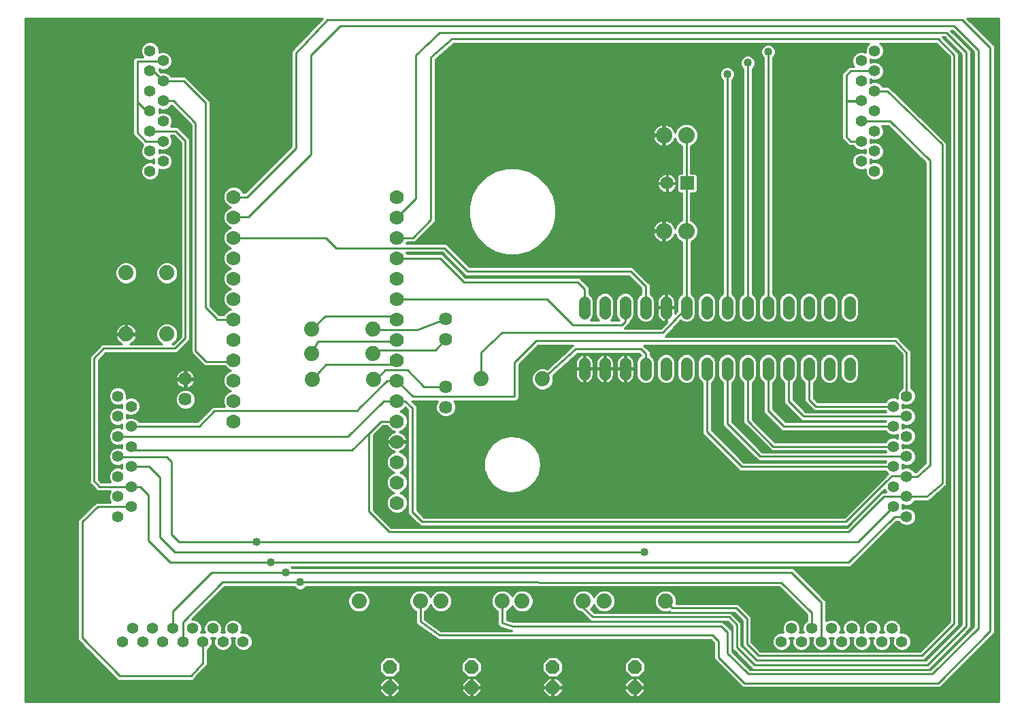
<source format=gbl>
G75*
%MOIN*%
%OFA0B0*%
%FSLAX25Y25*%
%IPPOS*%
%LPD*%
%AMOC8*
5,1,8,0,0,1.08239X$1,22.5*
%
%ADD10C,0.07000*%
%ADD11C,0.05550*%
%ADD12C,0.07400*%
%ADD13C,0.06400*%
%ADD14C,0.08000*%
%ADD15R,0.06500X0.06500*%
%ADD16C,0.06500*%
%ADD17OC8,0.06600*%
%ADD18C,0.05600*%
%ADD19C,0.01000*%
%ADD20C,0.00965*%
%ADD21C,0.00800*%
%ADD22C,0.04000*%
D10*
X0185301Y0113600D03*
X0185301Y0123600D03*
X0185301Y0133600D03*
X0185301Y0143600D03*
X0185301Y0153600D03*
X0185301Y0163600D03*
X0185301Y0173600D03*
X0185301Y0183600D03*
X0185301Y0193600D03*
X0185301Y0203600D03*
X0185301Y0213600D03*
X0185301Y0223600D03*
X0185301Y0233600D03*
X0185301Y0243600D03*
X0185301Y0253600D03*
X0185301Y0263600D03*
X0105301Y0263600D03*
X0105301Y0253600D03*
X0105301Y0243600D03*
X0105301Y0233600D03*
X0105301Y0223600D03*
X0105301Y0213600D03*
X0105301Y0203600D03*
X0105301Y0193600D03*
X0105301Y0183600D03*
X0105301Y0173600D03*
X0105301Y0163600D03*
X0105301Y0153600D03*
D11*
X0055025Y0151081D03*
X0048529Y0146160D03*
X0055025Y0141238D03*
X0048529Y0136317D03*
X0055025Y0131396D03*
X0048529Y0126475D03*
X0055025Y0121553D03*
X0048529Y0116632D03*
X0055025Y0111711D03*
X0048529Y0106789D03*
X0048529Y0156002D03*
X0055025Y0160923D03*
X0048529Y0165845D03*
X0064277Y0276160D03*
X0070773Y0281081D03*
X0064277Y0286002D03*
X0070773Y0290923D03*
X0064277Y0295845D03*
X0070773Y0300766D03*
X0064277Y0305687D03*
X0070773Y0310608D03*
X0064277Y0315530D03*
X0070773Y0320451D03*
X0064277Y0325372D03*
X0070773Y0330293D03*
X0064277Y0335215D03*
X0412742Y0330293D03*
X0419238Y0335215D03*
X0419238Y0325372D03*
X0412742Y0320451D03*
X0419238Y0315530D03*
X0412742Y0310608D03*
X0419238Y0305687D03*
X0412742Y0300766D03*
X0419238Y0295845D03*
X0412742Y0290923D03*
X0419238Y0286002D03*
X0412742Y0281081D03*
X0419238Y0276160D03*
X0434986Y0165845D03*
X0428490Y0160923D03*
X0434986Y0156002D03*
X0428490Y0151081D03*
X0434986Y0146160D03*
X0428490Y0141238D03*
X0434986Y0136317D03*
X0428490Y0131396D03*
X0434986Y0126475D03*
X0428490Y0121553D03*
X0434986Y0116632D03*
X0428490Y0111711D03*
X0434986Y0106789D03*
X0427742Y0051986D03*
X0432663Y0045490D03*
X0422820Y0045490D03*
X0417899Y0051986D03*
X0412978Y0045490D03*
X0408057Y0051986D03*
X0403135Y0045490D03*
X0398214Y0051986D03*
X0393293Y0045490D03*
X0388372Y0051986D03*
X0383450Y0045490D03*
X0378529Y0051986D03*
X0373608Y0045490D03*
X0109907Y0045490D03*
X0104986Y0051986D03*
X0100065Y0045490D03*
X0095143Y0051986D03*
X0090222Y0045490D03*
X0085301Y0051986D03*
X0080380Y0045490D03*
X0075458Y0051986D03*
X0070537Y0045490D03*
X0065616Y0051986D03*
X0060694Y0045490D03*
X0055773Y0051986D03*
X0050852Y0045490D03*
D12*
X0166718Y0065490D03*
X0196718Y0065490D03*
X0206876Y0065490D03*
X0236876Y0065490D03*
X0246639Y0065490D03*
X0276639Y0065490D03*
X0286797Y0065490D03*
X0316797Y0065490D03*
X0256600Y0174309D03*
X0226600Y0174309D03*
X0173800Y0174209D03*
X0173600Y0186909D03*
X0173600Y0198609D03*
X0143600Y0198609D03*
X0143600Y0186909D03*
X0143800Y0174209D03*
X0072600Y0196309D03*
X0052600Y0196309D03*
X0052600Y0226309D03*
X0072600Y0226309D03*
D13*
X0081600Y0174309D03*
X0081600Y0164309D03*
X0209200Y0160509D03*
X0209200Y0170509D03*
X0209200Y0193609D03*
X0209200Y0203609D03*
D14*
X0316100Y0246809D03*
X0327100Y0246809D03*
X0327100Y0293809D03*
X0316100Y0293809D03*
D15*
X0327421Y0270309D03*
D16*
X0317579Y0270309D03*
D17*
X0301797Y0033089D03*
X0301797Y0023089D03*
X0261639Y0023089D03*
X0261639Y0033089D03*
X0221876Y0033089D03*
X0221876Y0023089D03*
X0181718Y0023089D03*
X0181718Y0033089D03*
D18*
X0277151Y0176509D02*
X0277151Y0182109D01*
X0287151Y0182109D02*
X0287151Y0176509D01*
X0297151Y0176509D02*
X0297151Y0182109D01*
X0307151Y0182109D02*
X0307151Y0176509D01*
X0317151Y0176509D02*
X0317151Y0182109D01*
X0327151Y0182109D02*
X0327151Y0176509D01*
X0337151Y0176509D02*
X0337151Y0182109D01*
X0347151Y0182109D02*
X0347151Y0176509D01*
X0357151Y0176509D02*
X0357151Y0182109D01*
X0367151Y0182109D02*
X0367151Y0176509D01*
X0377151Y0176509D02*
X0377151Y0182109D01*
X0387151Y0182109D02*
X0387151Y0176509D01*
X0397151Y0176509D02*
X0397151Y0182109D01*
X0407151Y0182109D02*
X0407151Y0176509D01*
X0407151Y0206509D02*
X0407151Y0212109D01*
X0397151Y0212109D02*
X0397151Y0206509D01*
X0387151Y0206509D02*
X0387151Y0212109D01*
X0377151Y0212109D02*
X0377151Y0206509D01*
X0367151Y0206509D02*
X0367151Y0212109D01*
X0357151Y0212109D02*
X0357151Y0206509D01*
X0347151Y0206509D02*
X0347151Y0212109D01*
X0337151Y0212109D02*
X0337151Y0206509D01*
X0327151Y0206509D02*
X0327151Y0212109D01*
X0317151Y0212109D02*
X0317151Y0206509D01*
X0307151Y0206509D02*
X0307151Y0212109D01*
X0297151Y0212109D02*
X0297151Y0206509D01*
X0287151Y0206509D02*
X0287151Y0212109D01*
X0277151Y0212109D02*
X0277151Y0206509D01*
D19*
X0003300Y0351192D02*
X0003300Y0016009D01*
X0480215Y0016009D01*
X0480215Y0351192D01*
X0464679Y0351192D01*
X0478209Y0337661D01*
X0478209Y0049744D01*
X0452768Y0024303D01*
X0452768Y0024303D01*
X0451480Y0023015D01*
X0354665Y0023015D01*
X0340660Y0037020D01*
X0340660Y0044894D01*
X0339035Y0046519D01*
X0206519Y0046519D01*
X0205814Y0046393D01*
X0205634Y0046519D01*
X0205413Y0046519D01*
X0204907Y0047025D01*
X0196027Y0053212D01*
X0195807Y0053212D01*
X0195300Y0053718D01*
X0194713Y0054127D01*
X0194674Y0054344D01*
X0194518Y0054500D01*
X0194518Y0055216D01*
X0194392Y0055921D01*
X0194518Y0056102D01*
X0194518Y0060557D01*
X0193659Y0060912D01*
X0192140Y0062431D01*
X0191318Y0064416D01*
X0191318Y0066564D01*
X0192140Y0068549D01*
X0193659Y0070068D01*
X0195644Y0070890D01*
X0197792Y0070890D01*
X0199777Y0070068D01*
X0201296Y0068549D01*
X0201797Y0067340D01*
X0202298Y0068549D01*
X0203817Y0070068D01*
X0205801Y0070890D01*
X0207950Y0070890D01*
X0209934Y0070068D01*
X0211453Y0068549D01*
X0212276Y0066564D01*
X0212276Y0064416D01*
X0211453Y0062431D01*
X0209934Y0060912D01*
X0207950Y0060090D01*
X0205801Y0060090D01*
X0203817Y0060912D01*
X0202298Y0062431D01*
X0201797Y0063641D01*
X0201296Y0062431D01*
X0199777Y0060912D01*
X0198918Y0060557D01*
X0198918Y0056560D01*
X0207015Y0050919D01*
X0241600Y0050919D01*
X0241436Y0050967D01*
X0240846Y0050967D01*
X0240595Y0051218D01*
X0236554Y0052424D01*
X0235964Y0052424D01*
X0235713Y0052675D01*
X0235373Y0052777D01*
X0235093Y0053296D01*
X0234676Y0053713D01*
X0234676Y0054068D01*
X0234507Y0054380D01*
X0234676Y0054945D01*
X0234676Y0060557D01*
X0233817Y0060912D01*
X0232298Y0062431D01*
X0231476Y0064416D01*
X0231476Y0066564D01*
X0232298Y0068549D01*
X0233817Y0070068D01*
X0235801Y0070890D01*
X0237950Y0070890D01*
X0239934Y0070068D01*
X0241453Y0068549D01*
X0241757Y0067815D01*
X0242061Y0068549D01*
X0243581Y0070068D01*
X0245565Y0070890D01*
X0247713Y0070890D01*
X0249698Y0070068D01*
X0251217Y0068549D01*
X0252039Y0066564D01*
X0252039Y0064416D01*
X0251217Y0062431D01*
X0249698Y0060912D01*
X0247713Y0060090D01*
X0245565Y0060090D01*
X0243581Y0060912D01*
X0242061Y0062431D01*
X0241757Y0063165D01*
X0241453Y0062431D01*
X0239934Y0060912D01*
X0239076Y0060557D01*
X0239076Y0056263D01*
X0242079Y0055367D01*
X0344018Y0055367D01*
X0344878Y0055407D01*
X0344921Y0055367D01*
X0344979Y0055367D01*
X0345588Y0054758D01*
X0348162Y0052409D01*
X0348220Y0052409D01*
X0348829Y0051800D01*
X0349465Y0051220D01*
X0349467Y0051162D01*
X0349509Y0051120D01*
X0349509Y0050259D01*
X0349548Y0049399D01*
X0349509Y0049356D01*
X0349509Y0040690D01*
X0357392Y0032807D01*
X0358335Y0031863D01*
X0446643Y0031863D01*
X0467904Y0053124D01*
X0467904Y0334658D01*
X0457382Y0345180D01*
X0456518Y0345180D01*
X0466398Y0335299D01*
X0466398Y0052297D01*
X0446029Y0031928D01*
X0359564Y0031928D01*
X0350847Y0040645D01*
X0349558Y0041933D01*
X0349558Y0053003D01*
X0347145Y0055416D01*
X0280216Y0055416D01*
X0275728Y0059904D01*
X0275526Y0060107D01*
X0273581Y0060912D01*
X0272061Y0062431D01*
X0271239Y0064416D01*
X0271239Y0066564D01*
X0272061Y0068549D01*
X0273581Y0070068D01*
X0275565Y0070890D01*
X0277713Y0070890D01*
X0279698Y0070068D01*
X0281217Y0068549D01*
X0281718Y0067340D01*
X0282219Y0068549D01*
X0283738Y0070068D01*
X0285723Y0070890D01*
X0287871Y0070890D01*
X0289856Y0070068D01*
X0291375Y0068549D01*
X0292197Y0066564D01*
X0292197Y0064416D01*
X0291375Y0062431D01*
X0289856Y0060912D01*
X0287871Y0060090D01*
X0285723Y0060090D01*
X0283738Y0060912D01*
X0282219Y0062431D01*
X0281718Y0063641D01*
X0281217Y0062431D01*
X0280320Y0061535D01*
X0282039Y0059816D01*
X0348968Y0059816D01*
X0350257Y0058528D01*
X0353958Y0054826D01*
X0353958Y0043756D01*
X0361386Y0036328D01*
X0444207Y0036328D01*
X0461998Y0054120D01*
X0461998Y0333477D01*
X0453445Y0342030D01*
X0452581Y0342030D01*
X0460493Y0334118D01*
X0460493Y0053555D01*
X0443456Y0036519D01*
X0363296Y0036519D01*
X0363295Y0036518D01*
X0362384Y0036519D01*
X0361475Y0036519D01*
X0361474Y0036520D01*
X0361473Y0036520D01*
X0360832Y0037162D01*
X0360187Y0037807D01*
X0360187Y0037809D01*
X0355161Y0042846D01*
X0354517Y0043491D01*
X0354517Y0043492D01*
X0354515Y0043493D01*
X0354517Y0044405D01*
X0354517Y0055919D01*
X0350571Y0059865D01*
X0319311Y0059865D01*
X0318730Y0060446D01*
X0317871Y0060090D01*
X0315723Y0060090D01*
X0313738Y0060912D01*
X0312219Y0062431D01*
X0311397Y0064416D01*
X0311397Y0066564D01*
X0312219Y0068549D01*
X0313738Y0070068D01*
X0315723Y0070890D01*
X0317871Y0070890D01*
X0319856Y0070068D01*
X0321375Y0068549D01*
X0322197Y0066564D01*
X0322197Y0064416D01*
X0322134Y0064265D01*
X0352393Y0064265D01*
X0358917Y0057742D01*
X0358917Y0045312D01*
X0363299Y0040919D01*
X0441634Y0040919D01*
X0456093Y0055378D01*
X0456093Y0332296D01*
X0449508Y0338881D01*
X0421900Y0338881D01*
X0423031Y0337749D01*
X0423713Y0336105D01*
X0423713Y0334325D01*
X0423031Y0332680D01*
X0421773Y0331421D01*
X0420128Y0330740D01*
X0418348Y0330740D01*
X0417204Y0331214D01*
X0417217Y0331184D01*
X0417217Y0329403D01*
X0417204Y0329373D01*
X0418348Y0329847D01*
X0420128Y0329847D01*
X0421773Y0329166D01*
X0423031Y0327907D01*
X0423713Y0326262D01*
X0423713Y0324482D01*
X0423031Y0322837D01*
X0421773Y0321579D01*
X0420128Y0320897D01*
X0418348Y0320897D01*
X0417204Y0321371D01*
X0417217Y0321341D01*
X0417217Y0319561D01*
X0417204Y0319531D01*
X0418348Y0320004D01*
X0420128Y0320004D01*
X0421773Y0319323D01*
X0423031Y0318064D01*
X0423170Y0317730D01*
X0425363Y0317730D01*
X0426258Y0317743D01*
X0426272Y0317730D01*
X0426291Y0317730D01*
X0426924Y0317097D01*
X0453280Y0291509D01*
X0453299Y0291509D01*
X0453932Y0290876D01*
X0454574Y0290253D01*
X0454574Y0290234D01*
X0454587Y0290220D01*
X0454587Y0289325D01*
X0454601Y0288431D01*
X0454587Y0288417D01*
X0454587Y0124086D01*
X0454635Y0124033D01*
X0454587Y0123184D01*
X0454587Y0122335D01*
X0454537Y0122284D01*
X0454533Y0122213D01*
X0453899Y0121647D01*
X0453299Y0121046D01*
X0453227Y0121046D01*
X0446498Y0115033D01*
X0445897Y0114432D01*
X0445826Y0114432D01*
X0445772Y0114384D01*
X0444924Y0114432D01*
X0438918Y0114432D01*
X0438779Y0114097D01*
X0437521Y0112838D01*
X0435876Y0112157D01*
X0434096Y0112157D01*
X0432952Y0112631D01*
X0432965Y0112601D01*
X0432965Y0110821D01*
X0432952Y0110791D01*
X0434096Y0111264D01*
X0435876Y0111264D01*
X0437521Y0110583D01*
X0438779Y0109324D01*
X0439461Y0107680D01*
X0439461Y0105899D01*
X0438779Y0104255D01*
X0437521Y0102996D01*
X0435876Y0102315D01*
X0434096Y0102315D01*
X0432451Y0102996D01*
X0431192Y0104255D01*
X0431054Y0104589D01*
X0429992Y0104589D01*
X0407511Y0082109D01*
X0133398Y0082109D01*
X0133762Y0081745D01*
X0377616Y0081745D01*
X0377617Y0081746D01*
X0378523Y0081745D01*
X0379437Y0081745D01*
X0379438Y0081744D01*
X0379440Y0081744D01*
X0380078Y0081105D01*
X0380726Y0080457D01*
X0380726Y0080455D01*
X0394878Y0066268D01*
X0395526Y0065620D01*
X0395526Y0065619D01*
X0395527Y0065618D01*
X0395526Y0064712D01*
X0395526Y0055626D01*
X0395679Y0055780D01*
X0397324Y0056461D01*
X0399104Y0056461D01*
X0400749Y0055780D01*
X0402008Y0054521D01*
X0402689Y0052876D01*
X0402689Y0051096D01*
X0402215Y0049953D01*
X0402245Y0049965D01*
X0404026Y0049965D01*
X0404056Y0049953D01*
X0403582Y0051096D01*
X0403582Y0052876D01*
X0404263Y0054521D01*
X0405522Y0055780D01*
X0407167Y0056461D01*
X0408947Y0056461D01*
X0410591Y0055780D01*
X0411850Y0054521D01*
X0412531Y0052876D01*
X0412531Y0051096D01*
X0412058Y0049953D01*
X0412088Y0049965D01*
X0413868Y0049965D01*
X0413898Y0049953D01*
X0413424Y0051096D01*
X0413424Y0052876D01*
X0414106Y0054521D01*
X0415364Y0055780D01*
X0417009Y0056461D01*
X0418789Y0056461D01*
X0420434Y0055780D01*
X0421693Y0054521D01*
X0422374Y0052876D01*
X0422374Y0051096D01*
X0421900Y0049953D01*
X0421930Y0049965D01*
X0423711Y0049965D01*
X0423741Y0049953D01*
X0423267Y0051096D01*
X0423267Y0052876D01*
X0423948Y0054521D01*
X0425207Y0055780D01*
X0426852Y0056461D01*
X0428632Y0056461D01*
X0430277Y0055780D01*
X0431535Y0054521D01*
X0432217Y0052876D01*
X0432217Y0051096D01*
X0431743Y0049953D01*
X0431773Y0049965D01*
X0433553Y0049965D01*
X0435198Y0049284D01*
X0436457Y0048025D01*
X0437138Y0046380D01*
X0437138Y0044600D01*
X0436457Y0042955D01*
X0435198Y0041697D01*
X0433553Y0041015D01*
X0431773Y0041015D01*
X0430128Y0041697D01*
X0428869Y0042955D01*
X0428188Y0044600D01*
X0428188Y0046380D01*
X0428662Y0047524D01*
X0428632Y0047512D01*
X0426852Y0047512D01*
X0426822Y0047524D01*
X0427295Y0046380D01*
X0427295Y0044600D01*
X0426614Y0042955D01*
X0425355Y0041697D01*
X0423711Y0041015D01*
X0421930Y0041015D01*
X0420286Y0041697D01*
X0419027Y0042955D01*
X0418346Y0044600D01*
X0418346Y0046380D01*
X0418819Y0047524D01*
X0418789Y0047512D01*
X0417009Y0047512D01*
X0416979Y0047524D01*
X0417453Y0046380D01*
X0417453Y0044600D01*
X0416771Y0042955D01*
X0415513Y0041697D01*
X0413868Y0041015D01*
X0412088Y0041015D01*
X0410443Y0041697D01*
X0409184Y0042955D01*
X0408503Y0044600D01*
X0408503Y0046380D01*
X0408977Y0047524D01*
X0408947Y0047512D01*
X0407167Y0047512D01*
X0407137Y0047524D01*
X0407610Y0046380D01*
X0407610Y0044600D01*
X0406929Y0042955D01*
X0405670Y0041697D01*
X0404026Y0041015D01*
X0402245Y0041015D01*
X0400601Y0041697D01*
X0399342Y0042955D01*
X0398661Y0044600D01*
X0398661Y0046380D01*
X0399134Y0047524D01*
X0399104Y0047512D01*
X0397324Y0047512D01*
X0397294Y0047524D01*
X0397768Y0046380D01*
X0397768Y0044600D01*
X0397086Y0042955D01*
X0395828Y0041697D01*
X0394183Y0041015D01*
X0392403Y0041015D01*
X0390758Y0041697D01*
X0389499Y0042955D01*
X0388818Y0044600D01*
X0388818Y0046380D01*
X0389292Y0047524D01*
X0389262Y0047512D01*
X0387482Y0047512D01*
X0387451Y0047524D01*
X0387925Y0046380D01*
X0387925Y0044600D01*
X0387244Y0042955D01*
X0385985Y0041697D01*
X0384340Y0041015D01*
X0382560Y0041015D01*
X0380916Y0041697D01*
X0379657Y0042955D01*
X0378976Y0044600D01*
X0378976Y0046380D01*
X0379449Y0047524D01*
X0379419Y0047512D01*
X0377639Y0047512D01*
X0377609Y0047524D01*
X0378083Y0046380D01*
X0378083Y0044600D01*
X0377401Y0042955D01*
X0376143Y0041697D01*
X0374498Y0041015D01*
X0372718Y0041015D01*
X0371073Y0041697D01*
X0369814Y0042955D01*
X0369133Y0044600D01*
X0369133Y0046380D01*
X0369814Y0048025D01*
X0371073Y0049284D01*
X0372718Y0049965D01*
X0374498Y0049965D01*
X0374528Y0049953D01*
X0374054Y0051096D01*
X0374054Y0052876D01*
X0374736Y0054521D01*
X0375994Y0055780D01*
X0377639Y0056461D01*
X0379419Y0056461D01*
X0381064Y0055780D01*
X0382323Y0054521D01*
X0383004Y0052876D01*
X0383004Y0051096D01*
X0382530Y0049953D01*
X0382560Y0049965D01*
X0384340Y0049965D01*
X0384371Y0049953D01*
X0383897Y0051096D01*
X0383897Y0052876D01*
X0384578Y0054521D01*
X0385837Y0055780D01*
X0386172Y0055919D01*
X0386172Y0058751D01*
X0372515Y0072386D01*
X0140853Y0072409D01*
X0139916Y0071472D01*
X0138556Y0070909D01*
X0137084Y0070909D01*
X0135725Y0071472D01*
X0134788Y0072409D01*
X0100685Y0072409D01*
X0084737Y0056461D01*
X0086191Y0056461D01*
X0087836Y0055780D01*
X0089094Y0054521D01*
X0089776Y0052876D01*
X0089776Y0051096D01*
X0089302Y0049953D01*
X0089332Y0049965D01*
X0091112Y0049965D01*
X0091142Y0049953D01*
X0090669Y0051096D01*
X0090669Y0052876D01*
X0091350Y0054521D01*
X0092609Y0055780D01*
X0094253Y0056461D01*
X0096033Y0056461D01*
X0097678Y0055780D01*
X0098937Y0054521D01*
X0099618Y0052876D01*
X0099618Y0051096D01*
X0099144Y0049953D01*
X0099174Y0049965D01*
X0100955Y0049965D01*
X0100985Y0049953D01*
X0100511Y0051096D01*
X0100511Y0052876D01*
X0101192Y0054521D01*
X0102451Y0055780D01*
X0104096Y0056461D01*
X0105876Y0056461D01*
X0107521Y0055780D01*
X0108779Y0054521D01*
X0109461Y0052876D01*
X0109461Y0051096D01*
X0108987Y0049953D01*
X0109017Y0049965D01*
X0110797Y0049965D01*
X0112442Y0049284D01*
X0113701Y0048025D01*
X0114382Y0046380D01*
X0114382Y0044600D01*
X0113701Y0042955D01*
X0112442Y0041697D01*
X0110797Y0041015D01*
X0109017Y0041015D01*
X0107372Y0041697D01*
X0106114Y0042955D01*
X0105432Y0044600D01*
X0105432Y0046380D01*
X0105906Y0047524D01*
X0105876Y0047512D01*
X0104096Y0047512D01*
X0104066Y0047524D01*
X0104539Y0046380D01*
X0104539Y0044600D01*
X0103858Y0042955D01*
X0102599Y0041697D01*
X0100955Y0041015D01*
X0099174Y0041015D01*
X0097530Y0041697D01*
X0096271Y0042955D01*
X0095590Y0044600D01*
X0095590Y0046380D01*
X0096063Y0047524D01*
X0096033Y0047512D01*
X0094253Y0047512D01*
X0094223Y0047524D01*
X0094697Y0046380D01*
X0094697Y0044600D01*
X0094016Y0042955D01*
X0092757Y0041697D01*
X0092422Y0041558D01*
X0092422Y0035104D01*
X0092459Y0034240D01*
X0092422Y0034200D01*
X0092422Y0034146D01*
X0091811Y0033535D01*
X0086674Y0027940D01*
X0086674Y0027886D01*
X0086063Y0027275D01*
X0085478Y0026638D01*
X0085424Y0026636D01*
X0085385Y0026597D01*
X0084521Y0026597D01*
X0083657Y0026561D01*
X0083617Y0026597D01*
X0050378Y0026597D01*
X0050373Y0026592D01*
X0049467Y0026597D01*
X0048563Y0026597D01*
X0048558Y0026602D01*
X0048550Y0026603D01*
X0047914Y0027246D01*
X0047274Y0027886D01*
X0047274Y0027893D01*
X0029646Y0045721D01*
X0029006Y0046361D01*
X0029006Y0046369D01*
X0029001Y0046374D01*
X0029006Y0047280D01*
X0029006Y0103431D01*
X0028983Y0103455D01*
X0029006Y0104338D01*
X0029006Y0105220D01*
X0029030Y0105244D01*
X0029031Y0105277D01*
X0029671Y0105885D01*
X0030295Y0106509D01*
X0030328Y0106509D01*
X0037466Y0113286D01*
X0038090Y0113911D01*
X0038124Y0113911D01*
X0038148Y0113934D01*
X0039030Y0113911D01*
X0044922Y0113911D01*
X0044736Y0114097D01*
X0044054Y0115742D01*
X0044054Y0117522D01*
X0044736Y0119167D01*
X0044922Y0119353D01*
X0040190Y0119353D01*
X0040132Y0119302D01*
X0039289Y0119353D01*
X0038445Y0119353D01*
X0038390Y0119408D01*
X0038313Y0119412D01*
X0037753Y0120045D01*
X0037156Y0120642D01*
X0037156Y0120719D01*
X0035312Y0122801D01*
X0034715Y0123398D01*
X0034715Y0123475D01*
X0034664Y0123533D01*
X0034715Y0124376D01*
X0034715Y0184273D01*
X0034687Y0185148D01*
X0034715Y0185179D01*
X0034715Y0185220D01*
X0035334Y0185840D01*
X0039400Y0190179D01*
X0039400Y0190220D01*
X0040019Y0190839D01*
X0040618Y0191478D01*
X0040659Y0191480D01*
X0040689Y0191509D01*
X0041564Y0191509D01*
X0042439Y0191538D01*
X0042470Y0191509D01*
X0050567Y0191509D01*
X0049875Y0191862D01*
X0049212Y0192343D01*
X0048634Y0192922D01*
X0048153Y0193584D01*
X0047781Y0194313D01*
X0047528Y0195091D01*
X0047400Y0195900D01*
X0047400Y0195923D01*
X0052214Y0195923D01*
X0052214Y0196695D01*
X0047400Y0196695D01*
X0047400Y0196718D01*
X0047528Y0197527D01*
X0047781Y0198305D01*
X0048153Y0199035D01*
X0048634Y0199697D01*
X0049212Y0200275D01*
X0049875Y0200757D01*
X0050604Y0201128D01*
X0051382Y0201381D01*
X0052191Y0201509D01*
X0052214Y0201509D01*
X0052214Y0196695D01*
X0052986Y0196695D01*
X0057800Y0196695D01*
X0057800Y0196718D01*
X0057672Y0197527D01*
X0057419Y0198305D01*
X0057047Y0199035D01*
X0056566Y0199697D01*
X0055988Y0200275D01*
X0055325Y0200757D01*
X0054596Y0201128D01*
X0053818Y0201381D01*
X0053009Y0201509D01*
X0052986Y0201509D01*
X0052986Y0196695D01*
X0052986Y0195923D01*
X0057800Y0195923D01*
X0057800Y0195900D01*
X0057672Y0195091D01*
X0057419Y0194313D01*
X0057047Y0193584D01*
X0056566Y0192922D01*
X0055988Y0192343D01*
X0055325Y0191862D01*
X0054633Y0191509D01*
X0070077Y0191509D01*
X0069541Y0191731D01*
X0068022Y0193250D01*
X0067200Y0195235D01*
X0067200Y0197383D01*
X0068022Y0199368D01*
X0069541Y0200887D01*
X0071526Y0201709D01*
X0073674Y0201709D01*
X0075659Y0200887D01*
X0077178Y0199368D01*
X0078000Y0197383D01*
X0078000Y0195235D01*
X0077178Y0193250D01*
X0075659Y0191731D01*
X0075123Y0191509D01*
X0075689Y0191509D01*
X0079400Y0195220D01*
X0079400Y0290209D01*
X0075964Y0293645D01*
X0074380Y0293645D01*
X0074567Y0293458D01*
X0075248Y0291813D01*
X0075248Y0290033D01*
X0074567Y0288389D01*
X0073308Y0287130D01*
X0071663Y0286449D01*
X0069883Y0286449D01*
X0068739Y0286922D01*
X0068752Y0286892D01*
X0068752Y0285112D01*
X0068739Y0285082D01*
X0069883Y0285556D01*
X0071663Y0285556D01*
X0073308Y0284874D01*
X0074567Y0283616D01*
X0075248Y0281971D01*
X0075248Y0280191D01*
X0074567Y0278546D01*
X0073308Y0277287D01*
X0071663Y0276606D01*
X0069883Y0276606D01*
X0068739Y0277080D01*
X0068752Y0277050D01*
X0068752Y0275269D01*
X0068071Y0273625D01*
X0066812Y0272366D01*
X0065167Y0271685D01*
X0063387Y0271685D01*
X0061742Y0272366D01*
X0060484Y0273625D01*
X0059802Y0275269D01*
X0059802Y0277050D01*
X0060484Y0278694D01*
X0061742Y0279953D01*
X0063387Y0280634D01*
X0065167Y0280634D01*
X0066311Y0280161D01*
X0066298Y0280191D01*
X0066298Y0281971D01*
X0066311Y0282001D01*
X0065167Y0281527D01*
X0063387Y0281527D01*
X0061742Y0282209D01*
X0060484Y0283467D01*
X0059802Y0285112D01*
X0059802Y0286892D01*
X0060484Y0288537D01*
X0060994Y0289048D01*
X0055896Y0294146D01*
X0055896Y0330968D01*
X0057185Y0332257D01*
X0060906Y0332257D01*
X0060484Y0332680D01*
X0059802Y0334325D01*
X0059802Y0336105D01*
X0060484Y0337749D01*
X0061742Y0339008D01*
X0063387Y0339689D01*
X0065167Y0339689D01*
X0066812Y0339008D01*
X0068071Y0337749D01*
X0068752Y0336105D01*
X0068752Y0334325D01*
X0068739Y0334294D01*
X0069883Y0334768D01*
X0071663Y0334768D01*
X0073308Y0334087D01*
X0074567Y0332828D01*
X0075248Y0331184D01*
X0075248Y0329403D01*
X0074567Y0327759D01*
X0073308Y0326500D01*
X0071663Y0325819D01*
X0069883Y0325819D01*
X0068739Y0326292D01*
X0068752Y0326262D01*
X0068752Y0325583D01*
X0069548Y0324787D01*
X0069883Y0324926D01*
X0071663Y0324926D01*
X0073308Y0324244D01*
X0074567Y0322986D01*
X0074705Y0322651D01*
X0081681Y0322651D01*
X0082969Y0321362D01*
X0093800Y0310531D01*
X0093800Y0210220D01*
X0098220Y0205800D01*
X0100584Y0205800D01*
X0100892Y0206546D01*
X0102355Y0208009D01*
X0103784Y0208600D01*
X0102355Y0209192D01*
X0100892Y0210655D01*
X0100101Y0212566D01*
X0100101Y0214635D01*
X0100892Y0216546D01*
X0102355Y0218009D01*
X0103784Y0218600D01*
X0102355Y0219192D01*
X0100892Y0220655D01*
X0100101Y0222566D01*
X0100101Y0224635D01*
X0100892Y0226546D01*
X0102355Y0228009D01*
X0103784Y0228600D01*
X0102355Y0229192D01*
X0100892Y0230655D01*
X0100101Y0232566D01*
X0100101Y0234635D01*
X0100892Y0236546D01*
X0102355Y0238009D01*
X0103784Y0238600D01*
X0102355Y0239192D01*
X0100892Y0240655D01*
X0100101Y0242566D01*
X0100101Y0244635D01*
X0100892Y0246546D01*
X0102355Y0248009D01*
X0103784Y0248600D01*
X0102355Y0249192D01*
X0100892Y0250655D01*
X0100101Y0252566D01*
X0100101Y0254635D01*
X0100892Y0256546D01*
X0102355Y0258009D01*
X0103784Y0258600D01*
X0102355Y0259192D01*
X0100892Y0260655D01*
X0100101Y0262566D01*
X0100101Y0264635D01*
X0100892Y0266546D01*
X0102355Y0268009D01*
X0104266Y0268800D01*
X0106335Y0268800D01*
X0108246Y0268009D01*
X0109709Y0266546D01*
X0110018Y0265800D01*
X0110917Y0265800D01*
X0133546Y0288430D01*
X0133546Y0334239D01*
X0133526Y0335124D01*
X0133546Y0335146D01*
X0133546Y0335175D01*
X0134173Y0335802D01*
X0148867Y0351192D01*
X0003300Y0351192D01*
X0003300Y0350807D02*
X0148500Y0350807D01*
X0147547Y0349809D02*
X0003300Y0349809D01*
X0003300Y0348810D02*
X0146593Y0348810D01*
X0145640Y0347812D02*
X0003300Y0347812D01*
X0003300Y0346813D02*
X0144687Y0346813D01*
X0143733Y0345815D02*
X0003300Y0345815D01*
X0003300Y0344816D02*
X0142780Y0344816D01*
X0141826Y0343818D02*
X0003300Y0343818D01*
X0003300Y0342819D02*
X0140873Y0342819D01*
X0139920Y0341821D02*
X0003300Y0341821D01*
X0003300Y0340822D02*
X0138966Y0340822D01*
X0138013Y0339824D02*
X0003300Y0339824D01*
X0003300Y0338825D02*
X0061560Y0338825D01*
X0060561Y0337827D02*
X0003300Y0337827D01*
X0003300Y0336828D02*
X0060102Y0336828D01*
X0059802Y0335830D02*
X0003300Y0335830D01*
X0003300Y0334831D02*
X0059802Y0334831D01*
X0060006Y0333833D02*
X0003300Y0333833D01*
X0003300Y0332834D02*
X0060420Y0332834D01*
X0058096Y0330057D02*
X0058096Y0310057D01*
X0058096Y0295057D01*
X0062230Y0290923D01*
X0070773Y0290923D01*
X0075248Y0290897D02*
X0078712Y0290897D01*
X0079400Y0289898D02*
X0075192Y0289898D01*
X0074779Y0288900D02*
X0079400Y0288900D01*
X0079400Y0287901D02*
X0074079Y0287901D01*
X0072760Y0286903D02*
X0079400Y0286903D01*
X0079400Y0285904D02*
X0068752Y0285904D01*
X0068748Y0286903D02*
X0068787Y0286903D01*
X0073232Y0284906D02*
X0079400Y0284906D01*
X0079400Y0283907D02*
X0074275Y0283907D01*
X0074860Y0282909D02*
X0079400Y0282909D01*
X0079400Y0281910D02*
X0075248Y0281910D01*
X0075248Y0280912D02*
X0079400Y0280912D01*
X0079400Y0279913D02*
X0075133Y0279913D01*
X0074719Y0278915D02*
X0079400Y0278915D01*
X0079400Y0277916D02*
X0073937Y0277916D01*
X0072416Y0276918D02*
X0079400Y0276918D01*
X0079400Y0275919D02*
X0068752Y0275919D01*
X0068752Y0276918D02*
X0069131Y0276918D01*
X0068607Y0274921D02*
X0079400Y0274921D01*
X0079400Y0273922D02*
X0068194Y0273922D01*
X0067370Y0272924D02*
X0079400Y0272924D01*
X0079400Y0271925D02*
X0065747Y0271925D01*
X0062807Y0271925D02*
X0003300Y0271925D01*
X0003300Y0270927D02*
X0079400Y0270927D01*
X0079400Y0269928D02*
X0003300Y0269928D01*
X0003300Y0268930D02*
X0079400Y0268930D01*
X0079400Y0267931D02*
X0003300Y0267931D01*
X0003300Y0266933D02*
X0079400Y0266933D01*
X0079400Y0265934D02*
X0003300Y0265934D01*
X0003300Y0264935D02*
X0079400Y0264935D01*
X0079400Y0263937D02*
X0003300Y0263937D01*
X0003300Y0262938D02*
X0079400Y0262938D01*
X0079400Y0261940D02*
X0003300Y0261940D01*
X0003300Y0260941D02*
X0079400Y0260941D01*
X0079400Y0259943D02*
X0003300Y0259943D01*
X0003300Y0258944D02*
X0079400Y0258944D01*
X0079400Y0257946D02*
X0003300Y0257946D01*
X0003300Y0256947D02*
X0079400Y0256947D01*
X0079400Y0255949D02*
X0003300Y0255949D01*
X0003300Y0254950D02*
X0079400Y0254950D01*
X0079400Y0253952D02*
X0003300Y0253952D01*
X0003300Y0252953D02*
X0079400Y0252953D01*
X0079400Y0251955D02*
X0003300Y0251955D01*
X0003300Y0250956D02*
X0079400Y0250956D01*
X0079400Y0249958D02*
X0003300Y0249958D01*
X0003300Y0248959D02*
X0079400Y0248959D01*
X0079400Y0247961D02*
X0003300Y0247961D01*
X0003300Y0246962D02*
X0079400Y0246962D01*
X0079400Y0245964D02*
X0003300Y0245964D01*
X0003300Y0244965D02*
X0079400Y0244965D01*
X0079400Y0243967D02*
X0003300Y0243967D01*
X0003300Y0242968D02*
X0079400Y0242968D01*
X0079400Y0241970D02*
X0003300Y0241970D01*
X0003300Y0240971D02*
X0079400Y0240971D01*
X0079400Y0239973D02*
X0003300Y0239973D01*
X0003300Y0238974D02*
X0079400Y0238974D01*
X0079400Y0237976D02*
X0003300Y0237976D01*
X0003300Y0236977D02*
X0079400Y0236977D01*
X0079400Y0235979D02*
X0003300Y0235979D01*
X0003300Y0234980D02*
X0079400Y0234980D01*
X0079400Y0233982D02*
X0003300Y0233982D01*
X0003300Y0232983D02*
X0079400Y0232983D01*
X0079400Y0231985D02*
X0003300Y0231985D01*
X0003300Y0230986D02*
X0049780Y0230986D01*
X0049541Y0230887D02*
X0048022Y0229368D01*
X0047200Y0227383D01*
X0047200Y0225235D01*
X0048022Y0223250D01*
X0049541Y0221731D01*
X0051526Y0220909D01*
X0053674Y0220909D01*
X0055659Y0221731D01*
X0057178Y0223250D01*
X0058000Y0225235D01*
X0058000Y0227383D01*
X0057178Y0229368D01*
X0055659Y0230887D01*
X0053674Y0231709D01*
X0051526Y0231709D01*
X0049541Y0230887D01*
X0048642Y0229988D02*
X0003300Y0229988D01*
X0003300Y0228989D02*
X0047865Y0228989D01*
X0047452Y0227991D02*
X0003300Y0227991D01*
X0003300Y0226992D02*
X0047200Y0226992D01*
X0047200Y0225994D02*
X0003300Y0225994D01*
X0003300Y0224995D02*
X0047299Y0224995D01*
X0047713Y0223997D02*
X0003300Y0223997D01*
X0003300Y0222998D02*
X0048274Y0222998D01*
X0049273Y0222000D02*
X0003300Y0222000D01*
X0003300Y0221001D02*
X0051304Y0221001D01*
X0053896Y0221001D02*
X0071304Y0221001D01*
X0071526Y0220909D02*
X0073674Y0220909D01*
X0075659Y0221731D01*
X0077178Y0223250D01*
X0078000Y0225235D01*
X0078000Y0227383D01*
X0077178Y0229368D01*
X0075659Y0230887D01*
X0073674Y0231709D01*
X0071526Y0231709D01*
X0069541Y0230887D01*
X0068022Y0229368D01*
X0067200Y0227383D01*
X0067200Y0225235D01*
X0068022Y0223250D01*
X0069541Y0221731D01*
X0071526Y0220909D01*
X0073896Y0221001D02*
X0079400Y0221001D01*
X0079400Y0222000D02*
X0075927Y0222000D01*
X0076926Y0222998D02*
X0079400Y0222998D01*
X0079400Y0223997D02*
X0077487Y0223997D01*
X0077901Y0224995D02*
X0079400Y0224995D01*
X0079400Y0225994D02*
X0078000Y0225994D01*
X0078000Y0226992D02*
X0079400Y0226992D01*
X0079400Y0227991D02*
X0077748Y0227991D01*
X0077335Y0228989D02*
X0079400Y0228989D01*
X0079400Y0229988D02*
X0076558Y0229988D01*
X0075420Y0230986D02*
X0079400Y0230986D01*
X0083800Y0230986D02*
X0084400Y0230986D01*
X0084400Y0229988D02*
X0083800Y0229988D01*
X0083800Y0228989D02*
X0084400Y0228989D01*
X0084400Y0227991D02*
X0083800Y0227991D01*
X0083800Y0226992D02*
X0084400Y0226992D01*
X0084400Y0225994D02*
X0083800Y0225994D01*
X0083800Y0224995D02*
X0084400Y0224995D01*
X0084400Y0223997D02*
X0083800Y0223997D01*
X0083800Y0222998D02*
X0084400Y0222998D01*
X0084400Y0222000D02*
X0083800Y0222000D01*
X0083800Y0221001D02*
X0084400Y0221001D01*
X0084400Y0220002D02*
X0083800Y0220002D01*
X0083800Y0219004D02*
X0084400Y0219004D01*
X0084400Y0218005D02*
X0083800Y0218005D01*
X0083800Y0217007D02*
X0084400Y0217007D01*
X0084400Y0216008D02*
X0083800Y0216008D01*
X0083800Y0215010D02*
X0084400Y0215010D01*
X0084400Y0214011D02*
X0083800Y0214011D01*
X0083800Y0213013D02*
X0084400Y0213013D01*
X0084400Y0212014D02*
X0083800Y0212014D01*
X0083800Y0211016D02*
X0084400Y0211016D01*
X0084400Y0210017D02*
X0083800Y0210017D01*
X0083800Y0209019D02*
X0084400Y0209019D01*
X0084400Y0208020D02*
X0083800Y0208020D01*
X0083800Y0207022D02*
X0084400Y0207022D01*
X0084400Y0206023D02*
X0083800Y0206023D01*
X0083800Y0205025D02*
X0084400Y0205025D01*
X0084400Y0204026D02*
X0083800Y0204026D01*
X0083800Y0203028D02*
X0084400Y0203028D01*
X0084400Y0202029D02*
X0083800Y0202029D01*
X0083800Y0201031D02*
X0084400Y0201031D01*
X0084400Y0200032D02*
X0083800Y0200032D01*
X0083800Y0199034D02*
X0084400Y0199034D01*
X0084400Y0198035D02*
X0083800Y0198035D01*
X0083800Y0197037D02*
X0084400Y0197037D01*
X0084400Y0196038D02*
X0083800Y0196038D01*
X0083800Y0195040D02*
X0084400Y0195040D01*
X0084400Y0194041D02*
X0083800Y0194041D01*
X0083800Y0193398D02*
X0083800Y0292031D01*
X0082511Y0293320D01*
X0077787Y0298045D01*
X0074380Y0298045D01*
X0074567Y0298231D01*
X0075248Y0299876D01*
X0075248Y0301656D01*
X0074567Y0303301D01*
X0073308Y0304559D01*
X0071663Y0305241D01*
X0069883Y0305241D01*
X0068739Y0304767D01*
X0068752Y0304797D01*
X0068752Y0306577D01*
X0068739Y0306607D01*
X0069883Y0306134D01*
X0071663Y0306134D01*
X0073308Y0306815D01*
X0074567Y0308074D01*
X0074705Y0308408D01*
X0074862Y0308408D01*
X0084400Y0298870D01*
X0084400Y0187298D01*
X0089791Y0181907D01*
X0091080Y0180618D01*
X0092903Y0180618D01*
X0092985Y0180700D01*
X0100874Y0180700D01*
X0100892Y0180655D01*
X0102355Y0179192D01*
X0103784Y0178600D01*
X0102355Y0178009D01*
X0100892Y0176546D01*
X0100101Y0174635D01*
X0100101Y0172566D01*
X0100892Y0170655D01*
X0102355Y0169192D01*
X0103784Y0168600D01*
X0102355Y0168009D01*
X0100892Y0166546D01*
X0100101Y0164635D01*
X0100101Y0162566D01*
X0100787Y0160909D01*
X0095089Y0160909D01*
X0093800Y0159620D01*
X0087460Y0153281D01*
X0058957Y0153281D01*
X0058819Y0153616D01*
X0057560Y0154874D01*
X0055915Y0155556D01*
X0054135Y0155556D01*
X0052991Y0155082D01*
X0053004Y0155112D01*
X0053004Y0156892D01*
X0052991Y0156922D01*
X0054135Y0156449D01*
X0055915Y0156449D01*
X0057560Y0157130D01*
X0058819Y0158389D01*
X0059500Y0160033D01*
X0059500Y0161813D01*
X0058819Y0163458D01*
X0057560Y0164717D01*
X0055915Y0165398D01*
X0054135Y0165398D01*
X0052991Y0164924D01*
X0053004Y0164954D01*
X0053004Y0166735D01*
X0052323Y0168379D01*
X0051064Y0169638D01*
X0049419Y0170319D01*
X0047639Y0170319D01*
X0045994Y0169638D01*
X0044736Y0168379D01*
X0044054Y0166735D01*
X0044054Y0164954D01*
X0044736Y0163310D01*
X0045994Y0162051D01*
X0047639Y0161370D01*
X0049419Y0161370D01*
X0050563Y0161843D01*
X0050550Y0161813D01*
X0050550Y0160033D01*
X0050563Y0160003D01*
X0049419Y0160477D01*
X0047639Y0160477D01*
X0045994Y0159796D01*
X0044736Y0158537D01*
X0044054Y0156892D01*
X0044054Y0155112D01*
X0044736Y0153467D01*
X0045994Y0152209D01*
X0047639Y0151527D01*
X0049419Y0151527D01*
X0050563Y0152001D01*
X0050550Y0151971D01*
X0050550Y0150191D01*
X0050563Y0150161D01*
X0049419Y0150634D01*
X0047639Y0150634D01*
X0045994Y0149953D01*
X0044736Y0148694D01*
X0044054Y0147050D01*
X0044054Y0145269D01*
X0044736Y0143625D01*
X0045994Y0142366D01*
X0047639Y0141685D01*
X0049419Y0141685D01*
X0050563Y0142158D01*
X0050550Y0142128D01*
X0050550Y0140348D01*
X0050563Y0140318D01*
X0049419Y0140792D01*
X0047639Y0140792D01*
X0045994Y0140111D01*
X0044736Y0138852D01*
X0044054Y0137207D01*
X0044054Y0135427D01*
X0044736Y0133782D01*
X0045994Y0132523D01*
X0047639Y0131842D01*
X0049419Y0131842D01*
X0050563Y0132316D01*
X0050550Y0132286D01*
X0050550Y0130506D01*
X0050563Y0130476D01*
X0049419Y0130949D01*
X0047639Y0130949D01*
X0045994Y0130268D01*
X0044736Y0129009D01*
X0044054Y0127365D01*
X0044054Y0125584D01*
X0044736Y0123940D01*
X0044922Y0123753D01*
X0040346Y0123753D01*
X0039115Y0125143D01*
X0039115Y0183439D01*
X0042553Y0187109D01*
X0077511Y0187109D01*
X0078800Y0188398D01*
X0082511Y0192109D01*
X0082511Y0192109D01*
X0083800Y0193398D01*
X0083445Y0193043D02*
X0084400Y0193043D01*
X0084400Y0192044D02*
X0082446Y0192044D01*
X0081448Y0191046D02*
X0084400Y0191046D01*
X0084400Y0190047D02*
X0080449Y0190047D01*
X0079451Y0189049D02*
X0084400Y0189049D01*
X0084400Y0188050D02*
X0078452Y0188050D01*
X0076600Y0189309D02*
X0081600Y0194309D01*
X0081600Y0291120D01*
X0076876Y0295845D01*
X0064277Y0295845D01*
X0059145Y0290897D02*
X0003300Y0290897D01*
X0003300Y0291895D02*
X0058147Y0291895D01*
X0057148Y0292894D02*
X0003300Y0292894D01*
X0003300Y0293892D02*
X0056150Y0293892D01*
X0055896Y0294891D02*
X0003300Y0294891D01*
X0003300Y0295889D02*
X0055896Y0295889D01*
X0055896Y0296888D02*
X0003300Y0296888D01*
X0003300Y0297886D02*
X0055896Y0297886D01*
X0055896Y0298885D02*
X0003300Y0298885D01*
X0003300Y0299883D02*
X0055896Y0299883D01*
X0055896Y0300882D02*
X0003300Y0300882D01*
X0003300Y0301880D02*
X0055896Y0301880D01*
X0055896Y0302879D02*
X0003300Y0302879D01*
X0003300Y0303877D02*
X0055896Y0303877D01*
X0055896Y0304876D02*
X0003300Y0304876D01*
X0003300Y0305874D02*
X0055896Y0305874D01*
X0055896Y0306873D02*
X0003300Y0306873D01*
X0003300Y0307871D02*
X0055896Y0307871D01*
X0055896Y0308870D02*
X0003300Y0308870D01*
X0003300Y0309869D02*
X0055896Y0309869D01*
X0055896Y0310867D02*
X0003300Y0310867D01*
X0003300Y0311866D02*
X0055896Y0311866D01*
X0055896Y0312864D02*
X0003300Y0312864D01*
X0003300Y0313863D02*
X0055896Y0313863D01*
X0055896Y0314861D02*
X0003300Y0314861D01*
X0003300Y0315860D02*
X0055896Y0315860D01*
X0055896Y0316858D02*
X0003300Y0316858D01*
X0003300Y0317857D02*
X0055896Y0317857D01*
X0055896Y0318855D02*
X0003300Y0318855D01*
X0003300Y0319854D02*
X0055896Y0319854D01*
X0055896Y0320852D02*
X0003300Y0320852D01*
X0003300Y0321851D02*
X0055896Y0321851D01*
X0055896Y0322849D02*
X0003300Y0322849D01*
X0003300Y0323848D02*
X0055896Y0323848D01*
X0055896Y0324846D02*
X0003300Y0324846D01*
X0003300Y0325845D02*
X0055896Y0325845D01*
X0055896Y0326843D02*
X0003300Y0326843D01*
X0003300Y0327842D02*
X0055896Y0327842D01*
X0055896Y0328840D02*
X0003300Y0328840D01*
X0003300Y0329839D02*
X0055896Y0329839D01*
X0055896Y0330837D02*
X0003300Y0330837D01*
X0003300Y0331836D02*
X0056763Y0331836D01*
X0058096Y0330057D02*
X0070537Y0330057D01*
X0070773Y0330293D01*
X0074978Y0331836D02*
X0133546Y0331836D01*
X0133546Y0332834D02*
X0074561Y0332834D01*
X0073562Y0333833D02*
X0133546Y0333833D01*
X0133533Y0334831D02*
X0068752Y0334831D01*
X0068752Y0335830D02*
X0134200Y0335830D01*
X0135153Y0336828D02*
X0068452Y0336828D01*
X0067993Y0337827D02*
X0136106Y0337827D01*
X0137060Y0338825D02*
X0066995Y0338825D01*
X0075248Y0330837D02*
X0133546Y0330837D01*
X0133546Y0329839D02*
X0075248Y0329839D01*
X0075015Y0328840D02*
X0133546Y0328840D01*
X0133546Y0327842D02*
X0074601Y0327842D01*
X0073651Y0326843D02*
X0133546Y0326843D01*
X0133546Y0325845D02*
X0071726Y0325845D01*
X0071855Y0324846D02*
X0133546Y0324846D01*
X0133546Y0323848D02*
X0073705Y0323848D01*
X0074623Y0322849D02*
X0133546Y0322849D01*
X0133546Y0321851D02*
X0082481Y0321851D01*
X0083479Y0320852D02*
X0133546Y0320852D01*
X0133546Y0319854D02*
X0084478Y0319854D01*
X0085476Y0318855D02*
X0133546Y0318855D01*
X0133546Y0317857D02*
X0086475Y0317857D01*
X0087473Y0316858D02*
X0133546Y0316858D01*
X0133546Y0315860D02*
X0088472Y0315860D01*
X0089470Y0314861D02*
X0133546Y0314861D01*
X0133546Y0313863D02*
X0090469Y0313863D01*
X0091467Y0312864D02*
X0133546Y0312864D01*
X0133546Y0311866D02*
X0092466Y0311866D01*
X0093464Y0310867D02*
X0133546Y0310867D01*
X0133546Y0309869D02*
X0093800Y0309869D01*
X0093800Y0308870D02*
X0133546Y0308870D01*
X0133546Y0307871D02*
X0093800Y0307871D01*
X0093800Y0306873D02*
X0133546Y0306873D01*
X0133546Y0305874D02*
X0093800Y0305874D01*
X0093800Y0304876D02*
X0133546Y0304876D01*
X0133546Y0303877D02*
X0093800Y0303877D01*
X0093800Y0302879D02*
X0133546Y0302879D01*
X0133546Y0301880D02*
X0093800Y0301880D01*
X0093800Y0300882D02*
X0133546Y0300882D01*
X0133546Y0299883D02*
X0093800Y0299883D01*
X0093800Y0298885D02*
X0133546Y0298885D01*
X0133546Y0297886D02*
X0093800Y0297886D01*
X0093800Y0296888D02*
X0133546Y0296888D01*
X0133546Y0295889D02*
X0093800Y0295889D01*
X0093800Y0294891D02*
X0133546Y0294891D01*
X0133546Y0293892D02*
X0093800Y0293892D01*
X0093800Y0292894D02*
X0133546Y0292894D01*
X0133546Y0291895D02*
X0093800Y0291895D01*
X0093800Y0290897D02*
X0133546Y0290897D01*
X0133546Y0289898D02*
X0093800Y0289898D01*
X0093800Y0288900D02*
X0133546Y0288900D01*
X0133018Y0287901D02*
X0093800Y0287901D01*
X0093800Y0286903D02*
X0132019Y0286903D01*
X0131021Y0285904D02*
X0093800Y0285904D01*
X0093800Y0284906D02*
X0130022Y0284906D01*
X0129024Y0283907D02*
X0093800Y0283907D01*
X0093800Y0282909D02*
X0128025Y0282909D01*
X0127027Y0281910D02*
X0093800Y0281910D01*
X0093800Y0280912D02*
X0126028Y0280912D01*
X0125030Y0279913D02*
X0093800Y0279913D01*
X0093800Y0278915D02*
X0124031Y0278915D01*
X0123033Y0277916D02*
X0093800Y0277916D01*
X0093800Y0276918D02*
X0122034Y0276918D01*
X0121036Y0275919D02*
X0093800Y0275919D01*
X0093800Y0274921D02*
X0120037Y0274921D01*
X0119039Y0273922D02*
X0093800Y0273922D01*
X0093800Y0272924D02*
X0118040Y0272924D01*
X0117042Y0271925D02*
X0093800Y0271925D01*
X0093800Y0270927D02*
X0116043Y0270927D01*
X0115045Y0269928D02*
X0093800Y0269928D01*
X0093800Y0268930D02*
X0114046Y0268930D01*
X0113048Y0267931D02*
X0108324Y0267931D01*
X0109323Y0266933D02*
X0112049Y0266933D01*
X0111051Y0265934D02*
X0109963Y0265934D01*
X0111828Y0263600D02*
X0105301Y0263600D01*
X0101604Y0259943D02*
X0093800Y0259943D01*
X0093800Y0260941D02*
X0100774Y0260941D01*
X0100360Y0261940D02*
X0093800Y0261940D01*
X0093800Y0262938D02*
X0100101Y0262938D01*
X0100101Y0263937D02*
X0093800Y0263937D01*
X0093800Y0264935D02*
X0100225Y0264935D01*
X0100639Y0265934D02*
X0093800Y0265934D01*
X0093800Y0266933D02*
X0101279Y0266933D01*
X0102277Y0267931D02*
X0093800Y0267931D01*
X0093800Y0258944D02*
X0102953Y0258944D01*
X0102292Y0257946D02*
X0093800Y0257946D01*
X0093800Y0256947D02*
X0101294Y0256947D01*
X0100645Y0255949D02*
X0093800Y0255949D01*
X0093800Y0254950D02*
X0100231Y0254950D01*
X0100101Y0253952D02*
X0093800Y0253952D01*
X0093800Y0252953D02*
X0100101Y0252953D01*
X0100354Y0251955D02*
X0093800Y0251955D01*
X0093800Y0250956D02*
X0100768Y0250956D01*
X0101590Y0249958D02*
X0093800Y0249958D01*
X0093800Y0248959D02*
X0102917Y0248959D01*
X0102307Y0247961D02*
X0093800Y0247961D01*
X0093800Y0246962D02*
X0101309Y0246962D01*
X0100651Y0245964D02*
X0093800Y0245964D01*
X0093800Y0244965D02*
X0100238Y0244965D01*
X0100101Y0243967D02*
X0093800Y0243967D01*
X0093800Y0242968D02*
X0100101Y0242968D01*
X0100348Y0241970D02*
X0093800Y0241970D01*
X0093800Y0240971D02*
X0100761Y0240971D01*
X0101575Y0239973D02*
X0093800Y0239973D01*
X0093800Y0238974D02*
X0102881Y0238974D01*
X0102322Y0237976D02*
X0093800Y0237976D01*
X0093800Y0236977D02*
X0101324Y0236977D01*
X0100657Y0235979D02*
X0093800Y0235979D01*
X0093800Y0234980D02*
X0100244Y0234980D01*
X0100101Y0233982D02*
X0093800Y0233982D01*
X0093800Y0232983D02*
X0100101Y0232983D01*
X0100342Y0231985D02*
X0093800Y0231985D01*
X0093800Y0230986D02*
X0100755Y0230986D01*
X0101560Y0229988D02*
X0093800Y0229988D01*
X0093800Y0228989D02*
X0102845Y0228989D01*
X0102337Y0227991D02*
X0093800Y0227991D01*
X0093800Y0226992D02*
X0101338Y0226992D01*
X0100664Y0225994D02*
X0093800Y0225994D01*
X0093800Y0224995D02*
X0100250Y0224995D01*
X0100101Y0223997D02*
X0093800Y0223997D01*
X0093800Y0222998D02*
X0100101Y0222998D01*
X0100335Y0222000D02*
X0093800Y0222000D01*
X0093800Y0221001D02*
X0100749Y0221001D01*
X0101545Y0220002D02*
X0093800Y0220002D01*
X0093800Y0219004D02*
X0102809Y0219004D01*
X0102352Y0218005D02*
X0093800Y0218005D01*
X0093800Y0217007D02*
X0101353Y0217007D01*
X0100670Y0216008D02*
X0093800Y0216008D01*
X0093800Y0215010D02*
X0100256Y0215010D01*
X0100101Y0214011D02*
X0093800Y0214011D01*
X0093800Y0213013D02*
X0100101Y0213013D01*
X0100329Y0212014D02*
X0093800Y0212014D01*
X0093800Y0211016D02*
X0100743Y0211016D01*
X0101530Y0210017D02*
X0094003Y0210017D01*
X0095002Y0209019D02*
X0102774Y0209019D01*
X0102383Y0208020D02*
X0096000Y0208020D01*
X0096999Y0207022D02*
X0101368Y0207022D01*
X0100676Y0206023D02*
X0097997Y0206023D01*
X0096600Y0204309D02*
X0091600Y0209309D01*
X0091600Y0309620D01*
X0080769Y0320451D01*
X0070773Y0320451D01*
X0065852Y0325372D01*
X0064277Y0325372D01*
X0068752Y0325845D02*
X0069820Y0325845D01*
X0069691Y0324846D02*
X0069489Y0324846D01*
X0070773Y0310608D02*
X0075773Y0310608D01*
X0086600Y0299782D01*
X0086600Y0188209D01*
X0091991Y0182818D01*
X0091991Y0182900D01*
X0104601Y0182900D01*
X0105301Y0183600D01*
X0101485Y0180062D02*
X0039115Y0180062D01*
X0039115Y0179064D02*
X0102666Y0179064D01*
X0102491Y0178065D02*
X0084427Y0178065D01*
X0084662Y0177894D02*
X0084063Y0178329D01*
X0083404Y0178665D01*
X0082701Y0178893D01*
X0082100Y0178989D01*
X0082100Y0174809D01*
X0086279Y0174809D01*
X0086184Y0175410D01*
X0085956Y0176113D01*
X0085620Y0176772D01*
X0085185Y0177371D01*
X0084662Y0177894D01*
X0085406Y0177066D02*
X0101413Y0177066D01*
X0100694Y0176068D02*
X0085970Y0176068D01*
X0086238Y0175069D02*
X0100281Y0175069D01*
X0100101Y0174071D02*
X0082100Y0174071D01*
X0082100Y0173809D02*
X0082100Y0174809D01*
X0081100Y0174809D01*
X0081100Y0173809D01*
X0082100Y0173809D01*
X0082100Y0169630D01*
X0082701Y0169725D01*
X0083404Y0169953D01*
X0084063Y0170289D01*
X0084662Y0170724D01*
X0085185Y0171247D01*
X0085620Y0171846D01*
X0085956Y0172505D01*
X0086184Y0173209D01*
X0086279Y0173809D01*
X0082100Y0173809D01*
X0082100Y0173072D02*
X0081100Y0173072D01*
X0081100Y0173809D02*
X0081100Y0169630D01*
X0080499Y0169725D01*
X0079796Y0169953D01*
X0079137Y0170289D01*
X0078538Y0170724D01*
X0078015Y0171247D01*
X0077580Y0171846D01*
X0077244Y0172505D01*
X0077016Y0173209D01*
X0076921Y0173809D01*
X0081100Y0173809D01*
X0081100Y0174071D02*
X0039115Y0174071D01*
X0039115Y0175069D02*
X0076962Y0175069D01*
X0076921Y0174809D02*
X0081100Y0174809D01*
X0081100Y0178989D01*
X0080499Y0178893D01*
X0079796Y0178665D01*
X0079137Y0178329D01*
X0078538Y0177894D01*
X0078015Y0177371D01*
X0077580Y0176772D01*
X0077244Y0176113D01*
X0077016Y0175410D01*
X0076921Y0174809D01*
X0077230Y0176068D02*
X0039115Y0176068D01*
X0039115Y0177066D02*
X0077794Y0177066D01*
X0078773Y0178065D02*
X0039115Y0178065D01*
X0039115Y0181061D02*
X0090637Y0181061D01*
X0089639Y0182059D02*
X0039115Y0182059D01*
X0039115Y0183058D02*
X0088640Y0183058D01*
X0087642Y0184056D02*
X0039693Y0184056D01*
X0040628Y0185055D02*
X0086643Y0185055D01*
X0085645Y0186053D02*
X0041564Y0186053D01*
X0042500Y0187052D02*
X0084646Y0187052D01*
X0076600Y0189309D02*
X0041600Y0189309D01*
X0036915Y0184309D01*
X0036915Y0124309D01*
X0039356Y0121553D01*
X0055025Y0121553D01*
X0059356Y0121553D01*
X0063400Y0117509D01*
X0063400Y0095009D01*
X0074100Y0084309D01*
X0123647Y0084309D01*
X0406600Y0084309D01*
X0429080Y0106789D01*
X0434986Y0106789D01*
X0439160Y0105174D02*
X0456093Y0105174D01*
X0456093Y0106172D02*
X0439461Y0106172D01*
X0439461Y0107171D02*
X0456093Y0107171D01*
X0456093Y0108169D02*
X0439258Y0108169D01*
X0438844Y0109168D02*
X0456093Y0109168D01*
X0456093Y0110166D02*
X0437937Y0110166D01*
X0436116Y0111165D02*
X0456093Y0111165D01*
X0456093Y0112163D02*
X0435891Y0112163D01*
X0434081Y0112163D02*
X0432965Y0112163D01*
X0432965Y0111165D02*
X0433855Y0111165D01*
X0437844Y0113162D02*
X0456093Y0113162D01*
X0456093Y0114160D02*
X0438805Y0114160D01*
X0434986Y0116632D02*
X0423923Y0116632D01*
X0406600Y0099309D01*
X0181600Y0099309D01*
X0171600Y0109309D01*
X0171600Y0147459D01*
X0171503Y0147556D01*
X0177547Y0153600D01*
X0185301Y0153600D01*
X0180584Y0151400D02*
X0180892Y0150655D01*
X0182355Y0149192D01*
X0184102Y0148468D01*
X0183381Y0148234D01*
X0182680Y0147877D01*
X0182044Y0147414D01*
X0181487Y0146858D01*
X0181024Y0146221D01*
X0180667Y0145520D01*
X0180424Y0144771D01*
X0180315Y0144085D01*
X0184816Y0144085D01*
X0184816Y0143116D01*
X0180315Y0143116D01*
X0180424Y0142430D01*
X0180667Y0141681D01*
X0181024Y0140980D01*
X0181487Y0140343D01*
X0182044Y0139787D01*
X0182680Y0139324D01*
X0183381Y0138967D01*
X0184102Y0138733D01*
X0182355Y0138009D01*
X0180892Y0136546D01*
X0180101Y0134635D01*
X0180101Y0132566D01*
X0180892Y0130655D01*
X0182355Y0129192D01*
X0183784Y0128600D01*
X0182355Y0128009D01*
X0180892Y0126546D01*
X0180101Y0124635D01*
X0180101Y0122566D01*
X0180892Y0120655D01*
X0182355Y0119192D01*
X0183784Y0118600D01*
X0182355Y0118009D01*
X0180892Y0116546D01*
X0180101Y0114635D01*
X0180101Y0112566D01*
X0180892Y0110655D01*
X0182355Y0109192D01*
X0184266Y0108400D01*
X0186335Y0108400D01*
X0188246Y0109192D01*
X0189709Y0110655D01*
X0190501Y0112566D01*
X0190501Y0114635D01*
X0189709Y0116546D01*
X0188246Y0118009D01*
X0186818Y0118600D01*
X0188246Y0119192D01*
X0189709Y0120655D01*
X0190501Y0122566D01*
X0190501Y0124635D01*
X0189709Y0126546D01*
X0188246Y0128009D01*
X0186818Y0128600D01*
X0188246Y0129192D01*
X0189709Y0130655D01*
X0190501Y0132566D01*
X0190501Y0134635D01*
X0189709Y0136546D01*
X0188246Y0138009D01*
X0186499Y0138733D01*
X0187220Y0138967D01*
X0187921Y0139324D01*
X0188558Y0139787D01*
X0189115Y0140343D01*
X0189577Y0140980D01*
X0189934Y0141681D01*
X0190178Y0142430D01*
X0190286Y0143116D01*
X0185785Y0143116D01*
X0185785Y0144085D01*
X0190286Y0144085D01*
X0190178Y0144771D01*
X0189934Y0145520D01*
X0189577Y0146221D01*
X0189115Y0146858D01*
X0188558Y0147414D01*
X0187921Y0147877D01*
X0187220Y0148234D01*
X0186499Y0148468D01*
X0188246Y0149192D01*
X0189709Y0150655D01*
X0190501Y0152566D01*
X0190501Y0154635D01*
X0189709Y0156546D01*
X0188246Y0158009D01*
X0186818Y0158600D01*
X0188246Y0159192D01*
X0189430Y0160376D01*
X0190624Y0159183D01*
X0190624Y0108174D01*
X0195400Y0103398D01*
X0196689Y0102109D01*
X0406211Y0102109D01*
X0424235Y0120133D01*
X0424696Y0119018D01*
X0424883Y0118832D01*
X0423012Y0118832D01*
X0405689Y0101509D01*
X0182511Y0101509D01*
X0173800Y0110220D01*
X0173800Y0146742D01*
X0178459Y0151400D01*
X0180584Y0151400D01*
X0180706Y0151105D02*
X0178163Y0151105D01*
X0177165Y0150107D02*
X0181441Y0150107D01*
X0182558Y0149108D02*
X0176166Y0149108D01*
X0175168Y0148110D02*
X0183137Y0148110D01*
X0181740Y0147111D02*
X0174169Y0147111D01*
X0173800Y0146113D02*
X0180969Y0146113D01*
X0180535Y0145114D02*
X0173800Y0145114D01*
X0173800Y0144116D02*
X0180320Y0144116D01*
X0180525Y0142119D02*
X0173800Y0142119D01*
X0173800Y0143117D02*
X0184816Y0143117D01*
X0185785Y0143117D02*
X0190624Y0143117D01*
X0190624Y0142119D02*
X0190077Y0142119D01*
X0189649Y0141120D02*
X0190624Y0141120D01*
X0190624Y0140122D02*
X0188893Y0140122D01*
X0187527Y0139123D02*
X0190624Y0139123D01*
X0190624Y0138125D02*
X0187967Y0138125D01*
X0189129Y0137126D02*
X0190624Y0137126D01*
X0190624Y0136128D02*
X0189882Y0136128D01*
X0190296Y0135129D02*
X0190624Y0135129D01*
X0190624Y0134131D02*
X0190501Y0134131D01*
X0190501Y0133132D02*
X0190624Y0133132D01*
X0190624Y0132133D02*
X0190322Y0132133D01*
X0190624Y0131135D02*
X0189908Y0131135D01*
X0189191Y0130136D02*
X0190624Y0130136D01*
X0190624Y0129138D02*
X0188116Y0129138D01*
X0187931Y0128139D02*
X0190624Y0128139D01*
X0190624Y0127141D02*
X0189114Y0127141D01*
X0189876Y0126142D02*
X0190624Y0126142D01*
X0190624Y0125144D02*
X0190290Y0125144D01*
X0190501Y0124145D02*
X0190624Y0124145D01*
X0190624Y0123147D02*
X0190501Y0123147D01*
X0190624Y0122148D02*
X0190328Y0122148D01*
X0190624Y0121150D02*
X0189914Y0121150D01*
X0189206Y0120151D02*
X0190624Y0120151D01*
X0190624Y0119153D02*
X0188151Y0119153D01*
X0187895Y0118154D02*
X0190624Y0118154D01*
X0190624Y0117156D02*
X0189099Y0117156D01*
X0189870Y0116157D02*
X0190624Y0116157D01*
X0190624Y0115159D02*
X0190284Y0115159D01*
X0190501Y0114160D02*
X0190624Y0114160D01*
X0190624Y0113162D02*
X0190501Y0113162D01*
X0190624Y0112163D02*
X0190334Y0112163D01*
X0190624Y0111165D02*
X0189920Y0111165D01*
X0189220Y0110166D02*
X0190624Y0110166D01*
X0190624Y0109168D02*
X0188187Y0109168D01*
X0190629Y0108169D02*
X0175851Y0108169D01*
X0176850Y0107171D02*
X0191627Y0107171D01*
X0192626Y0106172D02*
X0177848Y0106172D01*
X0178847Y0105174D02*
X0193624Y0105174D01*
X0194623Y0104175D02*
X0179845Y0104175D01*
X0180844Y0103177D02*
X0195621Y0103177D01*
X0196620Y0102178D02*
X0181842Y0102178D01*
X0182414Y0109168D02*
X0174853Y0109168D01*
X0173854Y0110166D02*
X0181381Y0110166D01*
X0180681Y0111165D02*
X0173800Y0111165D01*
X0173800Y0112163D02*
X0180268Y0112163D01*
X0180101Y0113162D02*
X0173800Y0113162D01*
X0173800Y0114160D02*
X0180101Y0114160D01*
X0180318Y0115159D02*
X0173800Y0115159D01*
X0173800Y0116157D02*
X0180731Y0116157D01*
X0181502Y0117156D02*
X0173800Y0117156D01*
X0173800Y0118154D02*
X0182706Y0118154D01*
X0182450Y0119153D02*
X0173800Y0119153D01*
X0173800Y0120151D02*
X0181396Y0120151D01*
X0180687Y0121150D02*
X0173800Y0121150D01*
X0173800Y0122148D02*
X0180274Y0122148D01*
X0180101Y0123147D02*
X0173800Y0123147D01*
X0173800Y0124145D02*
X0180101Y0124145D01*
X0180312Y0125144D02*
X0173800Y0125144D01*
X0173800Y0126142D02*
X0180725Y0126142D01*
X0181487Y0127141D02*
X0173800Y0127141D01*
X0173800Y0128139D02*
X0182671Y0128139D01*
X0182486Y0129138D02*
X0173800Y0129138D01*
X0173800Y0130136D02*
X0181411Y0130136D01*
X0180694Y0131135D02*
X0173800Y0131135D01*
X0173800Y0132133D02*
X0180280Y0132133D01*
X0180101Y0133132D02*
X0173800Y0133132D01*
X0173800Y0134131D02*
X0180101Y0134131D01*
X0180305Y0135129D02*
X0173800Y0135129D01*
X0173800Y0136128D02*
X0180719Y0136128D01*
X0181472Y0137126D02*
X0173800Y0137126D01*
X0173800Y0138125D02*
X0182635Y0138125D01*
X0183075Y0139123D02*
X0173800Y0139123D01*
X0173800Y0140122D02*
X0181709Y0140122D01*
X0180953Y0141120D02*
X0173800Y0141120D01*
X0171503Y0147556D02*
X0163256Y0139309D01*
X0056954Y0139309D01*
X0055025Y0141238D01*
X0050550Y0141120D02*
X0039115Y0141120D01*
X0039115Y0140122D02*
X0046021Y0140122D01*
X0045007Y0139123D02*
X0039115Y0139123D01*
X0039115Y0138125D02*
X0044434Y0138125D01*
X0044054Y0137126D02*
X0039115Y0137126D01*
X0039115Y0136128D02*
X0044054Y0136128D01*
X0044178Y0135129D02*
X0039115Y0135129D01*
X0039115Y0134131D02*
X0044591Y0134131D01*
X0045386Y0133132D02*
X0039115Y0133132D01*
X0039115Y0132133D02*
X0046936Y0132133D01*
X0045863Y0130136D02*
X0039115Y0130136D01*
X0039115Y0129138D02*
X0044864Y0129138D01*
X0044375Y0128139D02*
X0039115Y0128139D01*
X0039115Y0127141D02*
X0044054Y0127141D01*
X0044054Y0126142D02*
X0039115Y0126142D01*
X0039115Y0125144D02*
X0044237Y0125144D01*
X0044650Y0124145D02*
X0039999Y0124145D01*
X0036774Y0121150D02*
X0003300Y0121150D01*
X0003300Y0122148D02*
X0035890Y0122148D01*
X0034966Y0123147D02*
X0003300Y0123147D01*
X0003300Y0124145D02*
X0034701Y0124145D01*
X0034715Y0125144D02*
X0003300Y0125144D01*
X0003300Y0126142D02*
X0034715Y0126142D01*
X0034715Y0127141D02*
X0003300Y0127141D01*
X0003300Y0128139D02*
X0034715Y0128139D01*
X0034715Y0129138D02*
X0003300Y0129138D01*
X0003300Y0130136D02*
X0034715Y0130136D01*
X0034715Y0131135D02*
X0003300Y0131135D01*
X0003300Y0132133D02*
X0034715Y0132133D01*
X0034715Y0133132D02*
X0003300Y0133132D01*
X0003300Y0134131D02*
X0034715Y0134131D01*
X0034715Y0135129D02*
X0003300Y0135129D01*
X0003300Y0136128D02*
X0034715Y0136128D01*
X0034715Y0137126D02*
X0003300Y0137126D01*
X0003300Y0138125D02*
X0034715Y0138125D01*
X0034715Y0139123D02*
X0003300Y0139123D01*
X0003300Y0140122D02*
X0034715Y0140122D01*
X0034715Y0141120D02*
X0003300Y0141120D01*
X0003300Y0142119D02*
X0034715Y0142119D01*
X0034715Y0143117D02*
X0003300Y0143117D01*
X0003300Y0144116D02*
X0034715Y0144116D01*
X0034715Y0145114D02*
X0003300Y0145114D01*
X0003300Y0146113D02*
X0034715Y0146113D01*
X0034715Y0147111D02*
X0003300Y0147111D01*
X0003300Y0148110D02*
X0034715Y0148110D01*
X0034715Y0149108D02*
X0003300Y0149108D01*
X0003300Y0150107D02*
X0034715Y0150107D01*
X0034715Y0151105D02*
X0003300Y0151105D01*
X0003300Y0152104D02*
X0034715Y0152104D01*
X0034715Y0153102D02*
X0003300Y0153102D01*
X0003300Y0154101D02*
X0034715Y0154101D01*
X0034715Y0155099D02*
X0003300Y0155099D01*
X0003300Y0156098D02*
X0034715Y0156098D01*
X0034715Y0157096D02*
X0003300Y0157096D01*
X0003300Y0158095D02*
X0034715Y0158095D01*
X0034715Y0159093D02*
X0003300Y0159093D01*
X0003300Y0160092D02*
X0034715Y0160092D01*
X0034715Y0161090D02*
X0003300Y0161090D01*
X0003300Y0162089D02*
X0034715Y0162089D01*
X0034715Y0163087D02*
X0003300Y0163087D01*
X0003300Y0164086D02*
X0034715Y0164086D01*
X0034715Y0165084D02*
X0003300Y0165084D01*
X0003300Y0166083D02*
X0034715Y0166083D01*
X0034715Y0167081D02*
X0003300Y0167081D01*
X0003300Y0168080D02*
X0034715Y0168080D01*
X0034715Y0169078D02*
X0003300Y0169078D01*
X0003300Y0170077D02*
X0034715Y0170077D01*
X0034715Y0171075D02*
X0003300Y0171075D01*
X0003300Y0172074D02*
X0034715Y0172074D01*
X0034715Y0173072D02*
X0003300Y0173072D01*
X0003300Y0174071D02*
X0034715Y0174071D01*
X0034715Y0175069D02*
X0003300Y0175069D01*
X0003300Y0176068D02*
X0034715Y0176068D01*
X0034715Y0177066D02*
X0003300Y0177066D01*
X0003300Y0178065D02*
X0034715Y0178065D01*
X0034715Y0179064D02*
X0003300Y0179064D01*
X0003300Y0180062D02*
X0034715Y0180062D01*
X0034715Y0181061D02*
X0003300Y0181061D01*
X0003300Y0182059D02*
X0034715Y0182059D01*
X0034715Y0183058D02*
X0003300Y0183058D01*
X0003300Y0184056D02*
X0034715Y0184056D01*
X0034690Y0185055D02*
X0003300Y0185055D01*
X0003300Y0186053D02*
X0035534Y0186053D01*
X0036470Y0187052D02*
X0003300Y0187052D01*
X0003300Y0188050D02*
X0037405Y0188050D01*
X0038341Y0189049D02*
X0003300Y0189049D01*
X0003300Y0190047D02*
X0039277Y0190047D01*
X0040212Y0191046D02*
X0003300Y0191046D01*
X0003300Y0192044D02*
X0049623Y0192044D01*
X0048546Y0193043D02*
X0003300Y0193043D01*
X0003300Y0194041D02*
X0047919Y0194041D01*
X0047545Y0195040D02*
X0003300Y0195040D01*
X0003300Y0196038D02*
X0052214Y0196038D01*
X0052600Y0196309D02*
X0030057Y0196309D01*
X0024800Y0191052D01*
X0024800Y0028309D01*
X0030020Y0023089D01*
X0040960Y0034279D02*
X0003300Y0034279D01*
X0003300Y0033281D02*
X0041947Y0033281D01*
X0042934Y0032282D02*
X0003300Y0032282D01*
X0003300Y0031284D02*
X0043922Y0031284D01*
X0044909Y0030285D02*
X0003300Y0030285D01*
X0003300Y0029287D02*
X0045896Y0029287D01*
X0046883Y0028288D02*
X0003300Y0028288D01*
X0003300Y0027290D02*
X0047870Y0027290D01*
X0049474Y0028797D02*
X0031206Y0047273D01*
X0031206Y0104309D01*
X0039002Y0111711D01*
X0055025Y0111711D01*
X0044709Y0114160D02*
X0003300Y0114160D01*
X0003300Y0113162D02*
X0037335Y0113162D01*
X0036283Y0112163D02*
X0003300Y0112163D01*
X0003300Y0111165D02*
X0035231Y0111165D01*
X0034180Y0110166D02*
X0003300Y0110166D01*
X0003300Y0109168D02*
X0033128Y0109168D01*
X0032077Y0108169D02*
X0003300Y0108169D01*
X0003300Y0107171D02*
X0031025Y0107171D01*
X0029958Y0106172D02*
X0003300Y0106172D01*
X0003300Y0105174D02*
X0029006Y0105174D01*
X0029002Y0104175D02*
X0003300Y0104175D01*
X0003300Y0103177D02*
X0029006Y0103177D01*
X0029006Y0102178D02*
X0003300Y0102178D01*
X0003300Y0101180D02*
X0029006Y0101180D01*
X0029006Y0100181D02*
X0003300Y0100181D01*
X0003300Y0099183D02*
X0029006Y0099183D01*
X0029006Y0098184D02*
X0003300Y0098184D01*
X0003300Y0097186D02*
X0029006Y0097186D01*
X0029006Y0096187D02*
X0003300Y0096187D01*
X0003300Y0095189D02*
X0029006Y0095189D01*
X0029006Y0094190D02*
X0003300Y0094190D01*
X0003300Y0093192D02*
X0029006Y0093192D01*
X0029006Y0092193D02*
X0003300Y0092193D01*
X0003300Y0091195D02*
X0029006Y0091195D01*
X0029006Y0090196D02*
X0003300Y0090196D01*
X0003300Y0089198D02*
X0029006Y0089198D01*
X0029006Y0088199D02*
X0003300Y0088199D01*
X0003300Y0087200D02*
X0029006Y0087200D01*
X0029006Y0086202D02*
X0003300Y0086202D01*
X0003300Y0085203D02*
X0029006Y0085203D01*
X0029006Y0084205D02*
X0003300Y0084205D01*
X0003300Y0083206D02*
X0029006Y0083206D01*
X0029006Y0082208D02*
X0003300Y0082208D01*
X0003300Y0081209D02*
X0029006Y0081209D01*
X0029006Y0080211D02*
X0003300Y0080211D01*
X0003300Y0079212D02*
X0029006Y0079212D01*
X0029006Y0078214D02*
X0003300Y0078214D01*
X0003300Y0077215D02*
X0029006Y0077215D01*
X0029006Y0076217D02*
X0003300Y0076217D01*
X0003300Y0075218D02*
X0029006Y0075218D01*
X0029006Y0074220D02*
X0003300Y0074220D01*
X0003300Y0073221D02*
X0029006Y0073221D01*
X0029006Y0072223D02*
X0003300Y0072223D01*
X0003300Y0071224D02*
X0029006Y0071224D01*
X0029006Y0070226D02*
X0003300Y0070226D01*
X0003300Y0069227D02*
X0029006Y0069227D01*
X0029006Y0068229D02*
X0003300Y0068229D01*
X0003300Y0067230D02*
X0029006Y0067230D01*
X0029006Y0066232D02*
X0003300Y0066232D01*
X0003300Y0065233D02*
X0029006Y0065233D01*
X0029006Y0064235D02*
X0003300Y0064235D01*
X0003300Y0063236D02*
X0029006Y0063236D01*
X0029006Y0062238D02*
X0003300Y0062238D01*
X0003300Y0061239D02*
X0029006Y0061239D01*
X0029006Y0060241D02*
X0003300Y0060241D01*
X0003300Y0059242D02*
X0029006Y0059242D01*
X0029006Y0058244D02*
X0003300Y0058244D01*
X0003300Y0057245D02*
X0029006Y0057245D01*
X0029006Y0056247D02*
X0003300Y0056247D01*
X0003300Y0055248D02*
X0029006Y0055248D01*
X0029006Y0054250D02*
X0003300Y0054250D01*
X0003300Y0053251D02*
X0029006Y0053251D01*
X0029006Y0052253D02*
X0003300Y0052253D01*
X0003300Y0051254D02*
X0029006Y0051254D01*
X0029006Y0050256D02*
X0003300Y0050256D01*
X0003300Y0049257D02*
X0029006Y0049257D01*
X0029006Y0048259D02*
X0003300Y0048259D01*
X0003300Y0047260D02*
X0029006Y0047260D01*
X0029106Y0046262D02*
X0003300Y0046262D01*
X0003300Y0045263D02*
X0030100Y0045263D01*
X0031087Y0044264D02*
X0003300Y0044264D01*
X0003300Y0043266D02*
X0032074Y0043266D01*
X0033061Y0042267D02*
X0003300Y0042267D01*
X0003300Y0041269D02*
X0034049Y0041269D01*
X0035036Y0040270D02*
X0003300Y0040270D01*
X0003300Y0039272D02*
X0036023Y0039272D01*
X0037011Y0038273D02*
X0003300Y0038273D01*
X0003300Y0037275D02*
X0037998Y0037275D01*
X0038985Y0036276D02*
X0003300Y0036276D01*
X0003300Y0035278D02*
X0039972Y0035278D01*
X0049474Y0028797D02*
X0084474Y0028797D01*
X0090222Y0035057D01*
X0090222Y0045490D01*
X0094332Y0047260D02*
X0095954Y0047260D01*
X0095590Y0046262D02*
X0094697Y0046262D01*
X0094697Y0045263D02*
X0095590Y0045263D01*
X0095729Y0044264D02*
X0094558Y0044264D01*
X0094144Y0043266D02*
X0096142Y0043266D01*
X0096959Y0042267D02*
X0093328Y0042267D01*
X0092422Y0041269D02*
X0098562Y0041269D01*
X0101567Y0041269D02*
X0108405Y0041269D01*
X0106802Y0042267D02*
X0103170Y0042267D01*
X0103987Y0043266D02*
X0105985Y0043266D01*
X0105571Y0044264D02*
X0104400Y0044264D01*
X0104539Y0045263D02*
X0105432Y0045263D01*
X0105432Y0046262D02*
X0104539Y0046262D01*
X0104175Y0047260D02*
X0105797Y0047260D01*
X0109112Y0050256D02*
X0200270Y0050256D01*
X0198837Y0051254D02*
X0109461Y0051254D01*
X0109461Y0052253D02*
X0197404Y0052253D01*
X0195767Y0053251D02*
X0109305Y0053251D01*
X0108892Y0054250D02*
X0194691Y0054250D01*
X0194512Y0055248D02*
X0108052Y0055248D01*
X0106394Y0056247D02*
X0194518Y0056247D01*
X0194518Y0057245D02*
X0085521Y0057245D01*
X0086520Y0058244D02*
X0194518Y0058244D01*
X0194518Y0059242D02*
X0087518Y0059242D01*
X0088517Y0060241D02*
X0165281Y0060241D01*
X0165644Y0060090D02*
X0167792Y0060090D01*
X0169777Y0060912D01*
X0171296Y0062431D01*
X0172118Y0064416D01*
X0172118Y0066564D01*
X0171296Y0068549D01*
X0169777Y0070068D01*
X0167792Y0070890D01*
X0165644Y0070890D01*
X0163659Y0070068D01*
X0162140Y0068549D01*
X0161318Y0066564D01*
X0161318Y0064416D01*
X0162140Y0062431D01*
X0163659Y0060912D01*
X0165644Y0060090D01*
X0168155Y0060241D02*
X0194518Y0060241D01*
X0193332Y0061239D02*
X0170104Y0061239D01*
X0171102Y0062238D02*
X0192334Y0062238D01*
X0191807Y0063236D02*
X0171629Y0063236D01*
X0172043Y0064235D02*
X0191393Y0064235D01*
X0191318Y0065233D02*
X0172118Y0065233D01*
X0172118Y0066232D02*
X0191318Y0066232D01*
X0191594Y0067230D02*
X0171842Y0067230D01*
X0171429Y0068229D02*
X0192008Y0068229D01*
X0192818Y0069227D02*
X0170618Y0069227D01*
X0169396Y0070226D02*
X0194040Y0070226D01*
X0199396Y0070226D02*
X0204197Y0070226D01*
X0202976Y0069227D02*
X0200618Y0069227D01*
X0201429Y0068229D02*
X0202165Y0068229D01*
X0196718Y0065490D02*
X0196718Y0055412D01*
X0206324Y0048719D01*
X0339946Y0048719D01*
X0342860Y0045805D01*
X0342860Y0037931D01*
X0355576Y0025215D01*
X0450569Y0025215D01*
X0476009Y0050656D01*
X0476009Y0053679D01*
X0476009Y0333207D01*
X0476009Y0336750D01*
X0462230Y0350530D01*
X0151276Y0350530D01*
X0135746Y0334264D01*
X0135746Y0287519D01*
X0111828Y0263600D01*
X0112681Y0253806D02*
X0105506Y0253806D01*
X0105301Y0253600D01*
X0112681Y0253806D02*
X0143231Y0284356D01*
X0143231Y0333105D01*
X0157462Y0347380D01*
X0458293Y0347380D01*
X0470104Y0335569D01*
X0470104Y0333207D01*
X0470104Y0053679D01*
X0470104Y0052213D01*
X0447554Y0029663D01*
X0357424Y0029663D01*
X0356480Y0030607D01*
X0357424Y0029663D01*
X0356480Y0030607D02*
X0347309Y0039778D01*
X0347309Y0050209D01*
X0344068Y0053167D01*
X0241757Y0053167D01*
X0236876Y0054624D01*
X0236876Y0065490D01*
X0240775Y0069227D02*
X0242740Y0069227D01*
X0241929Y0068229D02*
X0241586Y0068229D01*
X0239554Y0070226D02*
X0243961Y0070226D01*
X0249318Y0070226D02*
X0273961Y0070226D01*
X0272740Y0069227D02*
X0250539Y0069227D01*
X0251350Y0068229D02*
X0271929Y0068229D01*
X0271515Y0067230D02*
X0251764Y0067230D01*
X0252039Y0066232D02*
X0271239Y0066232D01*
X0271239Y0065233D02*
X0252039Y0065233D01*
X0251964Y0064235D02*
X0271315Y0064235D01*
X0271728Y0063236D02*
X0251551Y0063236D01*
X0251024Y0062238D02*
X0272255Y0062238D01*
X0273254Y0061239D02*
X0250025Y0061239D01*
X0248077Y0060241D02*
X0275202Y0060241D01*
X0276390Y0059242D02*
X0239076Y0059242D01*
X0239076Y0058244D02*
X0277389Y0058244D01*
X0278387Y0057245D02*
X0239076Y0057245D01*
X0239132Y0056247D02*
X0279386Y0056247D01*
X0281128Y0057616D02*
X0276639Y0062104D01*
X0276639Y0065490D01*
X0280539Y0069227D02*
X0282897Y0069227D01*
X0282086Y0068229D02*
X0281350Y0068229D01*
X0279318Y0070226D02*
X0284119Y0070226D01*
X0289475Y0070226D02*
X0314119Y0070226D01*
X0312897Y0069227D02*
X0290697Y0069227D01*
X0291507Y0068229D02*
X0312086Y0068229D01*
X0311673Y0067230D02*
X0291921Y0067230D01*
X0292197Y0066232D02*
X0311397Y0066232D01*
X0311397Y0065233D02*
X0292197Y0065233D01*
X0292122Y0064235D02*
X0311472Y0064235D01*
X0311886Y0063236D02*
X0291708Y0063236D01*
X0291181Y0062238D02*
X0312413Y0062238D01*
X0313411Y0061239D02*
X0290183Y0061239D01*
X0288234Y0060241D02*
X0315360Y0060241D01*
X0318234Y0060241D02*
X0318935Y0060241D01*
X0320222Y0062065D02*
X0316797Y0065490D01*
X0320222Y0062065D02*
X0351482Y0062065D01*
X0356717Y0056830D01*
X0356717Y0044402D01*
X0362387Y0038719D01*
X0442545Y0038719D01*
X0458293Y0054467D01*
X0458293Y0057616D01*
X0458293Y0333207D01*
X0450419Y0341081D01*
X0212226Y0341081D01*
X0202000Y0332096D01*
X0202000Y0252426D01*
X0193175Y0243600D01*
X0185301Y0243600D01*
X0190018Y0241400D02*
X0189732Y0240709D01*
X0209418Y0240709D01*
X0210706Y0239420D01*
X0220805Y0229322D01*
X0300659Y0229322D01*
X0308062Y0221918D01*
X0309351Y0220630D01*
X0309351Y0216069D01*
X0309700Y0215924D01*
X0310966Y0214658D01*
X0311651Y0213004D01*
X0311651Y0205614D01*
X0310966Y0203960D01*
X0309700Y0202694D01*
X0308046Y0202009D01*
X0306256Y0202009D01*
X0304602Y0202694D01*
X0303336Y0203960D01*
X0302651Y0205614D01*
X0302651Y0213004D01*
X0303336Y0214658D01*
X0304602Y0215924D01*
X0304951Y0216069D01*
X0304951Y0218807D01*
X0298837Y0224922D01*
X0218982Y0224922D01*
X0207595Y0236309D01*
X0189807Y0236309D01*
X0190089Y0235628D01*
X0207413Y0235628D01*
X0219007Y0224034D01*
X0274696Y0224034D01*
X0275985Y0222746D01*
X0275985Y0222746D01*
X0278062Y0220668D01*
X0278062Y0220668D01*
X0279351Y0219379D01*
X0279351Y0216069D01*
X0279700Y0215924D01*
X0280966Y0214658D01*
X0281651Y0213004D01*
X0281651Y0205614D01*
X0280966Y0203960D01*
X0280129Y0203123D01*
X0284173Y0203123D01*
X0283336Y0203960D01*
X0282651Y0205614D01*
X0282651Y0213004D01*
X0283336Y0214658D01*
X0284602Y0215924D01*
X0286256Y0216609D01*
X0288046Y0216609D01*
X0289700Y0215924D01*
X0290966Y0214658D01*
X0291651Y0213004D01*
X0291651Y0205614D01*
X0290966Y0203960D01*
X0290129Y0203123D01*
X0294173Y0203123D01*
X0293336Y0203960D01*
X0292651Y0205614D01*
X0292651Y0213004D01*
X0293336Y0214658D01*
X0294602Y0215924D01*
X0296256Y0216609D01*
X0298046Y0216609D01*
X0299700Y0215924D01*
X0300966Y0214658D01*
X0301651Y0213004D01*
X0301651Y0205614D01*
X0300966Y0203960D01*
X0299700Y0202694D01*
X0299352Y0202550D01*
X0299351Y0202511D01*
X0299351Y0201622D01*
X0299333Y0201604D01*
X0299332Y0201578D01*
X0298691Y0200962D01*
X0298062Y0200334D01*
X0298036Y0200334D01*
X0297014Y0199352D01*
X0296848Y0199186D01*
X0314561Y0199186D01*
X0317451Y0202245D01*
X0317451Y0209009D01*
X0316851Y0209009D01*
X0312851Y0209009D01*
X0312851Y0206171D01*
X0312957Y0205502D01*
X0313166Y0204859D01*
X0313473Y0204255D01*
X0313871Y0203708D01*
X0314350Y0203229D01*
X0314897Y0202831D01*
X0315501Y0202524D01*
X0316144Y0202315D01*
X0316813Y0202209D01*
X0316851Y0202209D01*
X0316851Y0209009D01*
X0316851Y0209609D01*
X0312851Y0209609D01*
X0312851Y0212448D01*
X0312957Y0213116D01*
X0313166Y0213760D01*
X0313473Y0214363D01*
X0313871Y0214910D01*
X0314350Y0215389D01*
X0314897Y0215787D01*
X0315501Y0216094D01*
X0316144Y0216303D01*
X0316813Y0216409D01*
X0316851Y0216409D01*
X0316851Y0209609D01*
X0317451Y0209609D01*
X0317451Y0216409D01*
X0317490Y0216409D01*
X0318158Y0216303D01*
X0318802Y0216094D01*
X0319405Y0215787D01*
X0319952Y0215389D01*
X0320431Y0214910D01*
X0320829Y0214363D01*
X0321136Y0213760D01*
X0321345Y0213116D01*
X0321451Y0212448D01*
X0321451Y0209609D01*
X0317451Y0209609D01*
X0317451Y0209009D01*
X0321451Y0209009D01*
X0321451Y0206479D01*
X0322651Y0207749D01*
X0322651Y0213004D01*
X0323336Y0214658D01*
X0324602Y0215924D01*
X0324951Y0216069D01*
X0324951Y0241530D01*
X0323871Y0241977D01*
X0322268Y0243580D01*
X0321464Y0245520D01*
X0321197Y0244698D01*
X0320804Y0243927D01*
X0320295Y0243226D01*
X0319683Y0242614D01*
X0318983Y0242105D01*
X0318211Y0241712D01*
X0317388Y0241445D01*
X0316600Y0241320D01*
X0316600Y0246309D01*
X0315600Y0246309D01*
X0315600Y0241320D01*
X0314812Y0241445D01*
X0313989Y0241712D01*
X0313217Y0242105D01*
X0312517Y0242614D01*
X0311905Y0243226D01*
X0311396Y0243927D01*
X0311003Y0244698D01*
X0310735Y0245521D01*
X0310611Y0246309D01*
X0315600Y0246309D01*
X0315600Y0247309D01*
X0310611Y0247309D01*
X0310735Y0248097D01*
X0311003Y0248920D01*
X0311396Y0249692D01*
X0311905Y0250392D01*
X0312517Y0251004D01*
X0313217Y0251513D01*
X0313989Y0251906D01*
X0314812Y0252174D01*
X0315600Y0252298D01*
X0315600Y0247309D01*
X0316600Y0247309D01*
X0316600Y0252298D01*
X0317388Y0252174D01*
X0318211Y0251906D01*
X0318983Y0251513D01*
X0319683Y0251004D01*
X0320295Y0250392D01*
X0320804Y0249692D01*
X0321197Y0248920D01*
X0321464Y0248098D01*
X0322268Y0250038D01*
X0323871Y0251641D01*
X0324900Y0252068D01*
X0324900Y0265359D01*
X0323467Y0265359D01*
X0322471Y0266355D01*
X0322471Y0274263D01*
X0323467Y0275259D01*
X0324918Y0275259D01*
X0324918Y0288543D01*
X0323871Y0288977D01*
X0322268Y0290580D01*
X0321464Y0292520D01*
X0321197Y0291698D01*
X0320804Y0290927D01*
X0320295Y0290226D01*
X0319683Y0289614D01*
X0318983Y0289105D01*
X0318211Y0288712D01*
X0317388Y0288445D01*
X0316600Y0288320D01*
X0316600Y0293309D01*
X0315600Y0293309D01*
X0315600Y0288320D01*
X0314812Y0288445D01*
X0313989Y0288712D01*
X0313217Y0289105D01*
X0312517Y0289614D01*
X0311905Y0290226D01*
X0311396Y0290927D01*
X0311003Y0291698D01*
X0310735Y0292521D01*
X0310611Y0293309D01*
X0315600Y0293309D01*
X0315600Y0294309D01*
X0310611Y0294309D01*
X0310735Y0295097D01*
X0311003Y0295920D01*
X0311396Y0296692D01*
X0311905Y0297392D01*
X0312517Y0298004D01*
X0313217Y0298513D01*
X0313989Y0298906D01*
X0314812Y0299174D01*
X0315600Y0299298D01*
X0315600Y0294309D01*
X0316600Y0294309D01*
X0316600Y0299298D01*
X0317388Y0299174D01*
X0318211Y0298906D01*
X0318983Y0298513D01*
X0319683Y0298004D01*
X0320295Y0297392D01*
X0320804Y0296692D01*
X0321197Y0295920D01*
X0321464Y0295098D01*
X0322268Y0297038D01*
X0323871Y0298641D01*
X0325966Y0299509D01*
X0328234Y0299509D01*
X0330329Y0298641D01*
X0331932Y0297038D01*
X0332800Y0294943D01*
X0332800Y0292675D01*
X0331932Y0290580D01*
X0330329Y0288977D01*
X0329282Y0288543D01*
X0329282Y0275259D01*
X0331375Y0275259D01*
X0332371Y0274263D01*
X0332371Y0266355D01*
X0331375Y0265359D01*
X0329300Y0265359D01*
X0329300Y0252068D01*
X0330329Y0251641D01*
X0331932Y0250038D01*
X0332800Y0247943D01*
X0332800Y0245675D01*
X0331932Y0243580D01*
X0330329Y0241977D01*
X0329351Y0241572D01*
X0329351Y0216069D01*
X0329700Y0215924D01*
X0330966Y0214658D01*
X0331651Y0213004D01*
X0331651Y0205614D01*
X0330966Y0203960D01*
X0329700Y0202694D01*
X0328046Y0202009D01*
X0326256Y0202009D01*
X0324602Y0202694D01*
X0324256Y0203041D01*
X0317709Y0196111D01*
X0317709Y0196075D01*
X0317087Y0195453D01*
X0316895Y0195249D01*
X0428552Y0195249D01*
X0428574Y0195271D01*
X0429459Y0195249D01*
X0430344Y0195249D01*
X0430366Y0195228D01*
X0430396Y0195227D01*
X0431007Y0194587D01*
X0431632Y0193961D01*
X0431632Y0193930D01*
X0436560Y0188760D01*
X0437186Y0188134D01*
X0437186Y0188103D01*
X0437207Y0188081D01*
X0437186Y0187196D01*
X0437186Y0169777D01*
X0437521Y0169638D01*
X0438779Y0168379D01*
X0439461Y0166735D01*
X0439461Y0164954D01*
X0438779Y0163310D01*
X0437521Y0162051D01*
X0435876Y0161370D01*
X0434096Y0161370D01*
X0432952Y0161844D01*
X0432965Y0161813D01*
X0432965Y0160033D01*
X0432952Y0160003D01*
X0434096Y0160477D01*
X0435876Y0160477D01*
X0437521Y0159796D01*
X0438779Y0158537D01*
X0439461Y0156892D01*
X0439461Y0155112D01*
X0438779Y0153467D01*
X0437521Y0152209D01*
X0435876Y0151527D01*
X0434096Y0151527D01*
X0432952Y0152001D01*
X0432965Y0151971D01*
X0432965Y0150191D01*
X0432952Y0150161D01*
X0434096Y0150634D01*
X0435876Y0150634D01*
X0437521Y0149953D01*
X0438779Y0148694D01*
X0439461Y0147050D01*
X0439461Y0145269D01*
X0438779Y0143625D01*
X0437521Y0142366D01*
X0435876Y0141685D01*
X0434096Y0141685D01*
X0432952Y0142158D01*
X0432965Y0142128D01*
X0432965Y0140348D01*
X0432952Y0140318D01*
X0434096Y0140792D01*
X0435876Y0140792D01*
X0437521Y0140111D01*
X0438779Y0138852D01*
X0439461Y0137207D01*
X0439461Y0135427D01*
X0438779Y0133782D01*
X0437521Y0132523D01*
X0435876Y0131842D01*
X0434096Y0131842D01*
X0432952Y0132316D01*
X0432965Y0132286D01*
X0432965Y0130506D01*
X0432952Y0130476D01*
X0434096Y0130949D01*
X0435876Y0130949D01*
X0437521Y0130268D01*
X0438779Y0129009D01*
X0438918Y0128674D01*
X0439468Y0128674D01*
X0444282Y0133201D01*
X0444282Y0280471D01*
X0425886Y0298566D01*
X0422845Y0298566D01*
X0423031Y0298379D01*
X0423713Y0296735D01*
X0423713Y0294954D01*
X0423031Y0293310D01*
X0421773Y0292051D01*
X0420128Y0291370D01*
X0418348Y0291370D01*
X0417204Y0291844D01*
X0417217Y0291813D01*
X0417217Y0290033D01*
X0417204Y0290003D01*
X0418348Y0290477D01*
X0420128Y0290477D01*
X0421773Y0289796D01*
X0423031Y0288537D01*
X0423713Y0286892D01*
X0423713Y0285112D01*
X0423031Y0283467D01*
X0421773Y0282209D01*
X0420128Y0281527D01*
X0418348Y0281527D01*
X0417204Y0282001D01*
X0417217Y0281971D01*
X0417217Y0280191D01*
X0417204Y0280161D01*
X0418348Y0280634D01*
X0420128Y0280634D01*
X0421773Y0279953D01*
X0423031Y0278694D01*
X0423713Y0277050D01*
X0423713Y0275269D01*
X0423031Y0273625D01*
X0421773Y0272366D01*
X0420128Y0271685D01*
X0418348Y0271685D01*
X0416703Y0272366D01*
X0415444Y0273625D01*
X0414763Y0275269D01*
X0414763Y0277050D01*
X0414775Y0277080D01*
X0413632Y0276606D01*
X0411852Y0276606D01*
X0410207Y0277287D01*
X0408948Y0278546D01*
X0408267Y0280191D01*
X0408267Y0281971D01*
X0408948Y0283616D01*
X0410207Y0284874D01*
X0411852Y0285556D01*
X0413632Y0285556D01*
X0414775Y0285082D01*
X0414763Y0285112D01*
X0414763Y0286892D01*
X0414775Y0286922D01*
X0413632Y0286449D01*
X0411852Y0286449D01*
X0410207Y0287130D01*
X0408948Y0288389D01*
X0408810Y0288723D01*
X0406630Y0288723D01*
X0405342Y0290012D01*
X0403208Y0292146D01*
X0403208Y0311520D01*
X0403230Y0311542D01*
X0403230Y0324168D01*
X0406634Y0327572D01*
X0409135Y0327572D01*
X0408948Y0327759D01*
X0408267Y0329403D01*
X0408267Y0331184D01*
X0408948Y0332828D01*
X0410207Y0334087D01*
X0411852Y0334768D01*
X0413632Y0334768D01*
X0414775Y0334294D01*
X0414763Y0334325D01*
X0414763Y0336105D01*
X0415444Y0337749D01*
X0416576Y0338881D01*
X0213055Y0338881D01*
X0204200Y0331100D01*
X0204200Y0251514D01*
X0202911Y0250226D01*
X0195375Y0242689D01*
X0194086Y0241400D01*
X0190018Y0241400D01*
X0189840Y0240971D02*
X0226978Y0240971D01*
X0225980Y0241970D02*
X0194655Y0241970D01*
X0195654Y0242968D02*
X0224981Y0242968D01*
X0224645Y0243304D02*
X0228627Y0239323D01*
X0233503Y0236507D01*
X0238942Y0235050D01*
X0244573Y0235050D01*
X0250012Y0236507D01*
X0254888Y0239323D01*
X0258870Y0243304D01*
X0261685Y0248181D01*
X0263143Y0253620D01*
X0263143Y0259251D01*
X0261685Y0264689D01*
X0258870Y0269566D01*
X0254888Y0273547D01*
X0250012Y0276363D01*
X0244573Y0277820D01*
X0238942Y0277820D01*
X0233503Y0276363D01*
X0228627Y0273547D01*
X0224645Y0269566D01*
X0221830Y0264689D01*
X0220372Y0259251D01*
X0220372Y0253620D01*
X0221830Y0248181D01*
X0224645Y0243304D01*
X0224263Y0243967D02*
X0196652Y0243967D01*
X0197651Y0244965D02*
X0223686Y0244965D01*
X0223110Y0245964D02*
X0198649Y0245964D01*
X0199648Y0246962D02*
X0222533Y0246962D01*
X0221957Y0247961D02*
X0200646Y0247961D01*
X0201645Y0248959D02*
X0221621Y0248959D01*
X0221354Y0249958D02*
X0202643Y0249958D01*
X0203642Y0250956D02*
X0221086Y0250956D01*
X0220819Y0251955D02*
X0204200Y0251955D01*
X0204200Y0252953D02*
X0220551Y0252953D01*
X0220372Y0253952D02*
X0204200Y0253952D01*
X0204200Y0254950D02*
X0220372Y0254950D01*
X0220372Y0255949D02*
X0204200Y0255949D01*
X0204200Y0256947D02*
X0220372Y0256947D01*
X0220372Y0257946D02*
X0204200Y0257946D01*
X0204200Y0258944D02*
X0220372Y0258944D01*
X0220558Y0259943D02*
X0204200Y0259943D01*
X0204200Y0260941D02*
X0220826Y0260941D01*
X0221093Y0261940D02*
X0204200Y0261940D01*
X0204200Y0262938D02*
X0221361Y0262938D01*
X0221628Y0263937D02*
X0204200Y0263937D01*
X0204200Y0264935D02*
X0221972Y0264935D01*
X0222548Y0265934D02*
X0204200Y0265934D01*
X0204200Y0266933D02*
X0223125Y0266933D01*
X0223701Y0267931D02*
X0204200Y0267931D01*
X0204200Y0268930D02*
X0224278Y0268930D01*
X0225007Y0269928D02*
X0204200Y0269928D01*
X0204200Y0270927D02*
X0226006Y0270927D01*
X0227004Y0271925D02*
X0204200Y0271925D01*
X0204200Y0272924D02*
X0228003Y0272924D01*
X0229276Y0273922D02*
X0204200Y0273922D01*
X0204200Y0274921D02*
X0231005Y0274921D01*
X0232735Y0275919D02*
X0204200Y0275919D01*
X0204200Y0276918D02*
X0235574Y0276918D01*
X0247941Y0276918D02*
X0324918Y0276918D01*
X0324918Y0277916D02*
X0204200Y0277916D01*
X0204200Y0278915D02*
X0324918Y0278915D01*
X0324918Y0279913D02*
X0204200Y0279913D01*
X0204200Y0280912D02*
X0324918Y0280912D01*
X0324918Y0281910D02*
X0204200Y0281910D01*
X0204200Y0282909D02*
X0324918Y0282909D01*
X0324918Y0283907D02*
X0204200Y0283907D01*
X0204200Y0284906D02*
X0324918Y0284906D01*
X0324918Y0285904D02*
X0204200Y0285904D01*
X0204200Y0286903D02*
X0324918Y0286903D01*
X0324918Y0287901D02*
X0204200Y0287901D01*
X0204200Y0288900D02*
X0313620Y0288900D01*
X0312233Y0289898D02*
X0204200Y0289898D01*
X0204200Y0290897D02*
X0311418Y0290897D01*
X0310939Y0291895D02*
X0204200Y0291895D01*
X0204200Y0292894D02*
X0310676Y0292894D01*
X0310703Y0294891D02*
X0204200Y0294891D01*
X0204200Y0295889D02*
X0310993Y0295889D01*
X0311538Y0296888D02*
X0204200Y0296888D01*
X0204200Y0297886D02*
X0312399Y0297886D01*
X0313947Y0298885D02*
X0204200Y0298885D01*
X0204200Y0299883D02*
X0344951Y0299883D01*
X0344951Y0298885D02*
X0329741Y0298885D01*
X0331084Y0297886D02*
X0344951Y0297886D01*
X0344951Y0296888D02*
X0331994Y0296888D01*
X0332408Y0295889D02*
X0344951Y0295889D01*
X0344951Y0294891D02*
X0332800Y0294891D01*
X0332800Y0293892D02*
X0344951Y0293892D01*
X0344951Y0292894D02*
X0332800Y0292894D01*
X0332477Y0291895D02*
X0344951Y0291895D01*
X0344951Y0290897D02*
X0332063Y0290897D01*
X0331250Y0289898D02*
X0344951Y0289898D01*
X0344951Y0288900D02*
X0330143Y0288900D01*
X0329282Y0287901D02*
X0344951Y0287901D01*
X0344951Y0286903D02*
X0329282Y0286903D01*
X0329282Y0285904D02*
X0344951Y0285904D01*
X0344951Y0284906D02*
X0329282Y0284906D01*
X0329282Y0283907D02*
X0344951Y0283907D01*
X0344951Y0282909D02*
X0329282Y0282909D01*
X0329282Y0281910D02*
X0344951Y0281910D01*
X0344951Y0280912D02*
X0329282Y0280912D01*
X0329282Y0279913D02*
X0344951Y0279913D01*
X0344951Y0278915D02*
X0329282Y0278915D01*
X0329282Y0277916D02*
X0344951Y0277916D01*
X0344951Y0276918D02*
X0329282Y0276918D01*
X0329282Y0275919D02*
X0344951Y0275919D01*
X0344951Y0274921D02*
X0331714Y0274921D01*
X0332371Y0273922D02*
X0344951Y0273922D01*
X0344951Y0272924D02*
X0332371Y0272924D01*
X0332371Y0271925D02*
X0344951Y0271925D01*
X0344951Y0270927D02*
X0332371Y0270927D01*
X0332371Y0269928D02*
X0344951Y0269928D01*
X0344951Y0268930D02*
X0332371Y0268930D01*
X0332371Y0267931D02*
X0344951Y0267931D01*
X0344951Y0266933D02*
X0332371Y0266933D01*
X0331950Y0265934D02*
X0344951Y0265934D01*
X0344951Y0264935D02*
X0329300Y0264935D01*
X0329300Y0263937D02*
X0344951Y0263937D01*
X0344951Y0262938D02*
X0329300Y0262938D01*
X0329300Y0261940D02*
X0344951Y0261940D01*
X0344951Y0260941D02*
X0329300Y0260941D01*
X0329300Y0259943D02*
X0344951Y0259943D01*
X0344951Y0258944D02*
X0329300Y0258944D01*
X0329300Y0257946D02*
X0344951Y0257946D01*
X0344951Y0256947D02*
X0329300Y0256947D01*
X0329300Y0255949D02*
X0344951Y0255949D01*
X0344951Y0254950D02*
X0329300Y0254950D01*
X0329300Y0253952D02*
X0344951Y0253952D01*
X0344951Y0252953D02*
X0329300Y0252953D01*
X0329572Y0251955D02*
X0344951Y0251955D01*
X0344951Y0250956D02*
X0331014Y0250956D01*
X0331965Y0249958D02*
X0344951Y0249958D01*
X0344951Y0248959D02*
X0332379Y0248959D01*
X0332793Y0247961D02*
X0344951Y0247961D01*
X0344951Y0246962D02*
X0332800Y0246962D01*
X0332800Y0245964D02*
X0344951Y0245964D01*
X0344951Y0244965D02*
X0332506Y0244965D01*
X0332092Y0243967D02*
X0344951Y0243967D01*
X0344951Y0242968D02*
X0331320Y0242968D01*
X0330311Y0241970D02*
X0344951Y0241970D01*
X0344951Y0240971D02*
X0329351Y0240971D01*
X0329351Y0239973D02*
X0344951Y0239973D01*
X0344951Y0238974D02*
X0329351Y0238974D01*
X0329351Y0237976D02*
X0344951Y0237976D01*
X0344951Y0236977D02*
X0329351Y0236977D01*
X0329351Y0235979D02*
X0344951Y0235979D01*
X0344951Y0234980D02*
X0329351Y0234980D01*
X0329351Y0233982D02*
X0344951Y0233982D01*
X0344951Y0232983D02*
X0329351Y0232983D01*
X0329351Y0231985D02*
X0344951Y0231985D01*
X0344951Y0230986D02*
X0329351Y0230986D01*
X0329351Y0229988D02*
X0344951Y0229988D01*
X0344951Y0228989D02*
X0329351Y0228989D01*
X0329351Y0227991D02*
X0344951Y0227991D01*
X0344951Y0226992D02*
X0329351Y0226992D01*
X0329351Y0225994D02*
X0344951Y0225994D01*
X0344951Y0224995D02*
X0329351Y0224995D01*
X0329351Y0223997D02*
X0344951Y0223997D01*
X0344951Y0222998D02*
X0329351Y0222998D01*
X0329351Y0222000D02*
X0344951Y0222000D01*
X0344951Y0221001D02*
X0329351Y0221001D01*
X0329351Y0220002D02*
X0344951Y0220002D01*
X0344951Y0219004D02*
X0329351Y0219004D01*
X0329351Y0218005D02*
X0344951Y0218005D01*
X0344951Y0217007D02*
X0329351Y0217007D01*
X0329497Y0216008D02*
X0334806Y0216008D01*
X0334602Y0215924D02*
X0333336Y0214658D01*
X0332651Y0213004D01*
X0332651Y0205614D01*
X0333336Y0203960D01*
X0334602Y0202694D01*
X0336256Y0202009D01*
X0338046Y0202009D01*
X0339700Y0202694D01*
X0340966Y0203960D01*
X0341651Y0205614D01*
X0341651Y0213004D01*
X0340966Y0214658D01*
X0339700Y0215924D01*
X0338046Y0216609D01*
X0336256Y0216609D01*
X0334602Y0215924D01*
X0333688Y0215010D02*
X0330614Y0215010D01*
X0331234Y0214011D02*
X0333068Y0214011D01*
X0332655Y0213013D02*
X0331648Y0213013D01*
X0331651Y0212014D02*
X0332651Y0212014D01*
X0332651Y0211016D02*
X0331651Y0211016D01*
X0331651Y0210017D02*
X0332651Y0210017D01*
X0332651Y0209019D02*
X0331651Y0209019D01*
X0331651Y0208020D02*
X0332651Y0208020D01*
X0332651Y0207022D02*
X0331651Y0207022D01*
X0331651Y0206023D02*
X0332651Y0206023D01*
X0332895Y0205025D02*
X0331407Y0205025D01*
X0330994Y0204026D02*
X0333309Y0204026D01*
X0334269Y0203028D02*
X0330034Y0203028D01*
X0328095Y0202029D02*
X0336207Y0202029D01*
X0338095Y0202029D02*
X0346207Y0202029D01*
X0346256Y0202009D02*
X0348046Y0202009D01*
X0349700Y0202694D01*
X0350966Y0203960D01*
X0351651Y0205614D01*
X0351651Y0213004D01*
X0350966Y0214658D01*
X0349700Y0215924D01*
X0349351Y0216069D01*
X0349351Y0320777D01*
X0350237Y0321662D01*
X0350800Y0323022D01*
X0350800Y0324494D01*
X0350237Y0325854D01*
X0349196Y0326895D01*
X0347836Y0327458D01*
X0346364Y0327458D01*
X0345004Y0326895D01*
X0343963Y0325854D01*
X0343400Y0324494D01*
X0343400Y0323022D01*
X0343963Y0321662D01*
X0344951Y0320674D01*
X0344951Y0216069D01*
X0344602Y0215924D01*
X0343336Y0214658D01*
X0342651Y0213004D01*
X0342651Y0205614D01*
X0343336Y0203960D01*
X0344602Y0202694D01*
X0346256Y0202009D01*
X0348095Y0202029D02*
X0356207Y0202029D01*
X0356256Y0202009D02*
X0358046Y0202009D01*
X0359700Y0202694D01*
X0360966Y0203960D01*
X0361651Y0205614D01*
X0361651Y0213004D01*
X0360966Y0214658D01*
X0359700Y0215924D01*
X0359351Y0216069D01*
X0359351Y0316174D01*
X0359389Y0326226D01*
X0360337Y0327174D01*
X0360900Y0328534D01*
X0360900Y0330006D01*
X0360337Y0331366D01*
X0359296Y0332406D01*
X0357936Y0332970D01*
X0356464Y0332970D01*
X0355104Y0332406D01*
X0354063Y0331366D01*
X0353500Y0330006D01*
X0353500Y0328534D01*
X0354063Y0327174D01*
X0354989Y0326248D01*
X0354955Y0317094D01*
X0354951Y0317091D01*
X0354951Y0316184D01*
X0354948Y0315276D01*
X0354951Y0315273D01*
X0354951Y0216069D01*
X0354602Y0215924D01*
X0353336Y0214658D01*
X0352651Y0213004D01*
X0352651Y0205614D01*
X0353336Y0203960D01*
X0354602Y0202694D01*
X0356256Y0202009D01*
X0358095Y0202029D02*
X0366207Y0202029D01*
X0366256Y0202009D02*
X0368046Y0202009D01*
X0369700Y0202694D01*
X0370966Y0203960D01*
X0371651Y0205614D01*
X0371651Y0213004D01*
X0370966Y0214658D01*
X0369700Y0215924D01*
X0369351Y0216069D01*
X0369351Y0322525D01*
X0369388Y0331737D01*
X0370337Y0332686D01*
X0370900Y0334046D01*
X0370900Y0335518D01*
X0370337Y0336877D01*
X0369296Y0337918D01*
X0367936Y0338482D01*
X0366464Y0338482D01*
X0365104Y0337918D01*
X0364063Y0336877D01*
X0363500Y0335518D01*
X0363500Y0334046D01*
X0364063Y0332686D01*
X0364988Y0331761D01*
X0364955Y0323443D01*
X0364951Y0323439D01*
X0364951Y0322533D01*
X0364948Y0321626D01*
X0364951Y0321622D01*
X0364951Y0216069D01*
X0364602Y0215924D01*
X0363336Y0214658D01*
X0362651Y0213004D01*
X0362651Y0205614D01*
X0363336Y0203960D01*
X0364602Y0202694D01*
X0366256Y0202009D01*
X0368095Y0202029D02*
X0376207Y0202029D01*
X0376256Y0202009D02*
X0378046Y0202009D01*
X0379700Y0202694D01*
X0380966Y0203960D01*
X0381651Y0205614D01*
X0381651Y0213004D01*
X0380966Y0214658D01*
X0379700Y0215924D01*
X0378046Y0216609D01*
X0376256Y0216609D01*
X0374602Y0215924D01*
X0373336Y0214658D01*
X0372651Y0213004D01*
X0372651Y0205614D01*
X0373336Y0203960D01*
X0374602Y0202694D01*
X0376256Y0202009D01*
X0378095Y0202029D02*
X0386207Y0202029D01*
X0386256Y0202009D02*
X0388046Y0202009D01*
X0389700Y0202694D01*
X0390966Y0203960D01*
X0391651Y0205614D01*
X0391651Y0213004D01*
X0390966Y0214658D01*
X0389700Y0215924D01*
X0388046Y0216609D01*
X0386256Y0216609D01*
X0384602Y0215924D01*
X0383336Y0214658D01*
X0382651Y0213004D01*
X0382651Y0205614D01*
X0383336Y0203960D01*
X0384602Y0202694D01*
X0386256Y0202009D01*
X0388095Y0202029D02*
X0396207Y0202029D01*
X0396256Y0202009D02*
X0398046Y0202009D01*
X0399700Y0202694D01*
X0400966Y0203960D01*
X0401651Y0205614D01*
X0401651Y0213004D01*
X0400966Y0214658D01*
X0399700Y0215924D01*
X0398046Y0216609D01*
X0396256Y0216609D01*
X0394602Y0215924D01*
X0393336Y0214658D01*
X0392651Y0213004D01*
X0392651Y0205614D01*
X0393336Y0203960D01*
X0394602Y0202694D01*
X0396256Y0202009D01*
X0398095Y0202029D02*
X0406207Y0202029D01*
X0406256Y0202009D02*
X0408046Y0202009D01*
X0409700Y0202694D01*
X0410966Y0203960D01*
X0411651Y0205614D01*
X0411651Y0213004D01*
X0410966Y0214658D01*
X0409700Y0215924D01*
X0408046Y0216609D01*
X0406256Y0216609D01*
X0404602Y0215924D01*
X0403336Y0214658D01*
X0402651Y0213004D01*
X0402651Y0205614D01*
X0403336Y0203960D01*
X0404602Y0202694D01*
X0406256Y0202009D01*
X0408095Y0202029D02*
X0444282Y0202029D01*
X0444282Y0201031D02*
X0322357Y0201031D01*
X0323300Y0202029D02*
X0326207Y0202029D01*
X0324269Y0203028D02*
X0324243Y0203028D01*
X0321414Y0200032D02*
X0444282Y0200032D01*
X0444282Y0199034D02*
X0320470Y0199034D01*
X0319527Y0198035D02*
X0444282Y0198035D01*
X0444282Y0197037D02*
X0318584Y0197037D01*
X0317673Y0196038D02*
X0444282Y0196038D01*
X0444282Y0195040D02*
X0430575Y0195040D01*
X0431552Y0194041D02*
X0444282Y0194041D01*
X0444282Y0193043D02*
X0432478Y0193043D01*
X0433430Y0192044D02*
X0444282Y0192044D01*
X0444282Y0191046D02*
X0434381Y0191046D01*
X0435333Y0190047D02*
X0444282Y0190047D01*
X0444282Y0189049D02*
X0436285Y0189049D01*
X0437206Y0188050D02*
X0444282Y0188050D01*
X0444282Y0187052D02*
X0437186Y0187052D01*
X0437186Y0186053D02*
X0444282Y0186053D01*
X0444282Y0185055D02*
X0437186Y0185055D01*
X0437186Y0184056D02*
X0444282Y0184056D01*
X0444282Y0183058D02*
X0437186Y0183058D01*
X0437186Y0182059D02*
X0444282Y0182059D01*
X0444282Y0181061D02*
X0437186Y0181061D01*
X0437186Y0180062D02*
X0444282Y0180062D01*
X0444282Y0179064D02*
X0437186Y0179064D01*
X0437186Y0178065D02*
X0444282Y0178065D01*
X0444282Y0177066D02*
X0437186Y0177066D01*
X0437186Y0176068D02*
X0444282Y0176068D01*
X0444282Y0175069D02*
X0437186Y0175069D01*
X0437186Y0174071D02*
X0444282Y0174071D01*
X0444282Y0173072D02*
X0437186Y0173072D01*
X0437186Y0172074D02*
X0444282Y0172074D01*
X0444282Y0171075D02*
X0437186Y0171075D01*
X0437186Y0170077D02*
X0444282Y0170077D01*
X0444282Y0169078D02*
X0438080Y0169078D01*
X0438903Y0168080D02*
X0444282Y0168080D01*
X0444282Y0167081D02*
X0439317Y0167081D01*
X0439461Y0166083D02*
X0444282Y0166083D01*
X0444282Y0165084D02*
X0439461Y0165084D01*
X0439101Y0164086D02*
X0444282Y0164086D01*
X0444282Y0163087D02*
X0438557Y0163087D01*
X0437558Y0162089D02*
X0444282Y0162089D01*
X0444282Y0161090D02*
X0432965Y0161090D01*
X0432965Y0160092D02*
X0433166Y0160092D01*
X0436806Y0160092D02*
X0444282Y0160092D01*
X0444282Y0159093D02*
X0438223Y0159093D01*
X0438962Y0158095D02*
X0444282Y0158095D01*
X0444282Y0157096D02*
X0439376Y0157096D01*
X0439461Y0156098D02*
X0444282Y0156098D01*
X0444282Y0155099D02*
X0439455Y0155099D01*
X0439042Y0154101D02*
X0444282Y0154101D01*
X0444282Y0153102D02*
X0438414Y0153102D01*
X0437268Y0152104D02*
X0444282Y0152104D01*
X0444282Y0151105D02*
X0432965Y0151105D01*
X0437150Y0150107D02*
X0444282Y0150107D01*
X0444282Y0149108D02*
X0438366Y0149108D01*
X0439022Y0148110D02*
X0444282Y0148110D01*
X0444282Y0147111D02*
X0439435Y0147111D01*
X0439461Y0146113D02*
X0444282Y0146113D01*
X0444282Y0145114D02*
X0439396Y0145114D01*
X0438983Y0144116D02*
X0444282Y0144116D01*
X0444282Y0143117D02*
X0438272Y0143117D01*
X0436923Y0142119D02*
X0444282Y0142119D01*
X0444282Y0141120D02*
X0432965Y0141120D01*
X0432965Y0142119D02*
X0433048Y0142119D01*
X0430523Y0145239D02*
X0429380Y0145713D01*
X0427600Y0145713D01*
X0425955Y0145032D01*
X0424696Y0143773D01*
X0424558Y0143438D01*
X0370582Y0143438D01*
X0359568Y0154453D01*
X0359351Y0154669D01*
X0359351Y0172550D01*
X0359700Y0172694D01*
X0360966Y0173960D01*
X0361651Y0175614D01*
X0361651Y0183004D01*
X0360966Y0184658D01*
X0359700Y0185924D01*
X0358046Y0186609D01*
X0356256Y0186609D01*
X0354602Y0185924D01*
X0353336Y0184658D01*
X0352651Y0183004D01*
X0352651Y0175614D01*
X0353336Y0173960D01*
X0354602Y0172694D01*
X0354951Y0172550D01*
X0354951Y0152847D01*
X0356456Y0151341D01*
X0368760Y0139038D01*
X0424558Y0139038D01*
X0424696Y0138704D01*
X0424883Y0138517D01*
X0364203Y0138517D01*
X0349351Y0153369D01*
X0349351Y0172550D01*
X0349700Y0172694D01*
X0350966Y0173960D01*
X0351651Y0175614D01*
X0351651Y0183004D01*
X0350966Y0184658D01*
X0349700Y0185924D01*
X0348046Y0186609D01*
X0346256Y0186609D01*
X0344602Y0185924D01*
X0343336Y0184658D01*
X0342651Y0183004D01*
X0342651Y0175614D01*
X0343336Y0173960D01*
X0344602Y0172694D01*
X0344951Y0172550D01*
X0344951Y0151547D01*
X0362381Y0134117D01*
X0424883Y0134117D01*
X0424696Y0133931D01*
X0424558Y0133596D01*
X0355121Y0133596D01*
X0339354Y0149362D01*
X0339351Y0149365D01*
X0339351Y0172550D01*
X0339700Y0172694D01*
X0340966Y0173960D01*
X0341651Y0175614D01*
X0341651Y0183004D01*
X0340966Y0184658D01*
X0339700Y0185924D01*
X0338046Y0186609D01*
X0336256Y0186609D01*
X0334602Y0185924D01*
X0333336Y0184658D01*
X0332651Y0183004D01*
X0332651Y0175614D01*
X0333336Y0173960D01*
X0334602Y0172694D01*
X0334951Y0172550D01*
X0334951Y0147536D01*
X0336240Y0146248D01*
X0336246Y0146248D01*
X0353298Y0129196D01*
X0424558Y0129196D01*
X0424696Y0128861D01*
X0425743Y0127814D01*
X0425614Y0127686D01*
X0425614Y0127686D01*
X0424452Y0126524D01*
X0424404Y0126524D01*
X0423115Y0125235D01*
X0404389Y0106509D01*
X0198511Y0106509D01*
X0195024Y0109997D01*
X0195024Y0161005D01*
X0193735Y0162294D01*
X0192620Y0163409D01*
X0205170Y0163409D01*
X0205046Y0163285D01*
X0204300Y0161484D01*
X0204300Y0159534D01*
X0205046Y0157734D01*
X0206424Y0156355D01*
X0208225Y0155609D01*
X0210175Y0155609D01*
X0211976Y0156355D01*
X0213354Y0157734D01*
X0214100Y0159534D01*
X0214100Y0161484D01*
X0213354Y0163285D01*
X0213230Y0163409D01*
X0243889Y0163409D01*
X0245178Y0164698D01*
X0245178Y0181547D01*
X0254480Y0190849D01*
X0271626Y0190849D01*
X0271484Y0190708D01*
X0258788Y0179248D01*
X0257674Y0179709D01*
X0255526Y0179709D01*
X0253541Y0178887D01*
X0252022Y0177368D01*
X0251200Y0175383D01*
X0251200Y0173235D01*
X0252022Y0171250D01*
X0253541Y0169731D01*
X0255526Y0168909D01*
X0257674Y0168909D01*
X0259659Y0169731D01*
X0261178Y0171250D01*
X0262000Y0173235D01*
X0262000Y0175383D01*
X0261748Y0175992D01*
X0273846Y0186912D01*
X0303838Y0186912D01*
X0304761Y0185990D01*
X0304602Y0185924D01*
X0303336Y0184658D01*
X0302651Y0183004D01*
X0302651Y0175614D01*
X0303336Y0173960D01*
X0304602Y0172694D01*
X0306256Y0172009D01*
X0308046Y0172009D01*
X0309700Y0172694D01*
X0310966Y0173960D01*
X0311651Y0175614D01*
X0311651Y0183004D01*
X0310966Y0184658D01*
X0309700Y0185924D01*
X0309351Y0186069D01*
X0309351Y0187622D01*
X0306950Y0190024D01*
X0306124Y0190849D01*
X0428490Y0190849D01*
X0432786Y0186342D01*
X0432786Y0169777D01*
X0432451Y0169638D01*
X0431192Y0168379D01*
X0430511Y0166735D01*
X0430511Y0164954D01*
X0430523Y0164924D01*
X0429380Y0165398D01*
X0427600Y0165398D01*
X0425955Y0164717D01*
X0424696Y0163458D01*
X0424558Y0163123D01*
X0391330Y0163123D01*
X0389351Y0165102D01*
X0389351Y0172550D01*
X0389700Y0172694D01*
X0390966Y0173960D01*
X0391651Y0175614D01*
X0391651Y0183004D01*
X0390966Y0184658D01*
X0389700Y0185924D01*
X0388046Y0186609D01*
X0386256Y0186609D01*
X0384602Y0185924D01*
X0383336Y0184658D01*
X0382651Y0183004D01*
X0382651Y0175614D01*
X0383336Y0173960D01*
X0384602Y0172694D01*
X0384951Y0172550D01*
X0384951Y0163280D01*
X0386240Y0161991D01*
X0388219Y0160012D01*
X0389508Y0158723D01*
X0424558Y0158723D01*
X0424696Y0158389D01*
X0424883Y0158202D01*
X0385418Y0158202D01*
X0379351Y0164269D01*
X0379351Y0172550D01*
X0379700Y0172694D01*
X0380966Y0173960D01*
X0381651Y0175614D01*
X0381651Y0183004D01*
X0380966Y0184658D01*
X0379700Y0185924D01*
X0378046Y0186609D01*
X0376256Y0186609D01*
X0374602Y0185924D01*
X0373336Y0184658D01*
X0372651Y0183004D01*
X0372651Y0175614D01*
X0373336Y0173960D01*
X0374602Y0172694D01*
X0374951Y0172550D01*
X0374951Y0164372D01*
X0374900Y0164320D01*
X0374900Y0162498D01*
X0376189Y0161209D01*
X0383596Y0153802D01*
X0424883Y0153802D01*
X0424696Y0153616D01*
X0424558Y0153281D01*
X0375740Y0153281D01*
X0369363Y0159657D01*
X0369363Y0172555D01*
X0369700Y0172694D01*
X0370966Y0173960D01*
X0371651Y0175614D01*
X0371651Y0183004D01*
X0370966Y0184658D01*
X0369700Y0185924D01*
X0368046Y0186609D01*
X0366256Y0186609D01*
X0364602Y0185924D01*
X0363336Y0184658D01*
X0362651Y0183004D01*
X0362651Y0175614D01*
X0363336Y0173960D01*
X0364602Y0172694D01*
X0364963Y0172545D01*
X0364963Y0157835D01*
X0366252Y0156546D01*
X0373917Y0148881D01*
X0424558Y0148881D01*
X0424696Y0148546D01*
X0425955Y0147287D01*
X0427600Y0146606D01*
X0429380Y0146606D01*
X0430523Y0147080D01*
X0430511Y0147050D01*
X0430511Y0145269D01*
X0430523Y0145239D01*
X0430511Y0146113D02*
X0367908Y0146113D01*
X0366909Y0147111D02*
X0426380Y0147111D01*
X0425133Y0148110D02*
X0365911Y0148110D01*
X0364912Y0149108D02*
X0373690Y0149108D01*
X0372691Y0150107D02*
X0363914Y0150107D01*
X0362915Y0151105D02*
X0371693Y0151105D01*
X0370694Y0152104D02*
X0361917Y0152104D01*
X0360918Y0153102D02*
X0369696Y0153102D01*
X0368697Y0154101D02*
X0359920Y0154101D01*
X0359351Y0155099D02*
X0367699Y0155099D01*
X0366700Y0156098D02*
X0359351Y0156098D01*
X0359351Y0157096D02*
X0365702Y0157096D01*
X0364963Y0158095D02*
X0359351Y0158095D01*
X0359351Y0159093D02*
X0364963Y0159093D01*
X0364963Y0160092D02*
X0359351Y0160092D01*
X0359351Y0161090D02*
X0364963Y0161090D01*
X0364963Y0162089D02*
X0359351Y0162089D01*
X0359351Y0163087D02*
X0364963Y0163087D01*
X0364963Y0164086D02*
X0359351Y0164086D01*
X0359351Y0165084D02*
X0364963Y0165084D01*
X0364963Y0166083D02*
X0359351Y0166083D01*
X0359351Y0167081D02*
X0364963Y0167081D01*
X0364963Y0168080D02*
X0359351Y0168080D01*
X0359351Y0169078D02*
X0364963Y0169078D01*
X0364963Y0170077D02*
X0359351Y0170077D01*
X0359351Y0171075D02*
X0364963Y0171075D01*
X0364963Y0172074D02*
X0359351Y0172074D01*
X0360078Y0173072D02*
X0364224Y0173072D01*
X0363290Y0174071D02*
X0361012Y0174071D01*
X0361426Y0175069D02*
X0362877Y0175069D01*
X0362651Y0176068D02*
X0361651Y0176068D01*
X0361651Y0177066D02*
X0362651Y0177066D01*
X0362651Y0178065D02*
X0361651Y0178065D01*
X0361651Y0179064D02*
X0362651Y0179064D01*
X0362651Y0180062D02*
X0361651Y0180062D01*
X0361651Y0181061D02*
X0362651Y0181061D01*
X0362651Y0182059D02*
X0361651Y0182059D01*
X0361629Y0183058D02*
X0362673Y0183058D01*
X0363087Y0184056D02*
X0361216Y0184056D01*
X0360570Y0185055D02*
X0363733Y0185055D01*
X0364914Y0186053D02*
X0359389Y0186053D01*
X0354914Y0186053D02*
X0349389Y0186053D01*
X0350570Y0185055D02*
X0353733Y0185055D01*
X0353087Y0184056D02*
X0351216Y0184056D01*
X0351629Y0183058D02*
X0352673Y0183058D01*
X0352651Y0182059D02*
X0351651Y0182059D01*
X0351651Y0181061D02*
X0352651Y0181061D01*
X0352651Y0180062D02*
X0351651Y0180062D01*
X0351651Y0179064D02*
X0352651Y0179064D01*
X0352651Y0178065D02*
X0351651Y0178065D01*
X0351651Y0177066D02*
X0352651Y0177066D01*
X0352651Y0176068D02*
X0351651Y0176068D01*
X0351426Y0175069D02*
X0352877Y0175069D01*
X0353290Y0174071D02*
X0351012Y0174071D01*
X0350078Y0173072D02*
X0354224Y0173072D01*
X0354951Y0172074D02*
X0349351Y0172074D01*
X0349351Y0171075D02*
X0354951Y0171075D01*
X0354951Y0170077D02*
X0349351Y0170077D01*
X0349351Y0169078D02*
X0354951Y0169078D01*
X0354951Y0168080D02*
X0349351Y0168080D01*
X0349351Y0167081D02*
X0354951Y0167081D01*
X0354951Y0166083D02*
X0349351Y0166083D01*
X0349351Y0165084D02*
X0354951Y0165084D01*
X0354951Y0164086D02*
X0349351Y0164086D01*
X0349351Y0163087D02*
X0354951Y0163087D01*
X0354951Y0162089D02*
X0349351Y0162089D01*
X0349351Y0161090D02*
X0354951Y0161090D01*
X0354951Y0160092D02*
X0349351Y0160092D01*
X0349351Y0159093D02*
X0354951Y0159093D01*
X0354951Y0158095D02*
X0349351Y0158095D01*
X0349351Y0157096D02*
X0354951Y0157096D01*
X0354951Y0156098D02*
X0349351Y0156098D01*
X0349351Y0155099D02*
X0354951Y0155099D01*
X0354951Y0154101D02*
X0349351Y0154101D01*
X0349618Y0153102D02*
X0354951Y0153102D01*
X0355694Y0152104D02*
X0350617Y0152104D01*
X0351615Y0151105D02*
X0356693Y0151105D01*
X0357691Y0150107D02*
X0352614Y0150107D01*
X0353612Y0149108D02*
X0358690Y0149108D01*
X0359688Y0148110D02*
X0354611Y0148110D01*
X0355609Y0147111D02*
X0360687Y0147111D01*
X0361685Y0146113D02*
X0356608Y0146113D01*
X0357606Y0145114D02*
X0362684Y0145114D01*
X0363682Y0144116D02*
X0358605Y0144116D01*
X0359603Y0143117D02*
X0364681Y0143117D01*
X0365679Y0142119D02*
X0360602Y0142119D01*
X0361600Y0141120D02*
X0366678Y0141120D01*
X0367676Y0140122D02*
X0362599Y0140122D01*
X0363597Y0139123D02*
X0368675Y0139123D01*
X0369671Y0141238D02*
X0357368Y0153541D01*
X0357151Y0153758D01*
X0357151Y0179309D01*
X0347151Y0179309D02*
X0347151Y0152458D01*
X0363292Y0136317D01*
X0434986Y0136317D01*
X0438129Y0133132D02*
X0444208Y0133132D01*
X0444282Y0134131D02*
X0438924Y0134131D01*
X0439337Y0135129D02*
X0444282Y0135129D01*
X0444282Y0136128D02*
X0439461Y0136128D01*
X0439461Y0137126D02*
X0444282Y0137126D01*
X0444282Y0138125D02*
X0439081Y0138125D01*
X0438508Y0139123D02*
X0444282Y0139123D01*
X0444282Y0140122D02*
X0437494Y0140122D01*
X0436579Y0132133D02*
X0443147Y0132133D01*
X0442085Y0131135D02*
X0432965Y0131135D01*
X0432965Y0132133D02*
X0433393Y0132133D01*
X0437652Y0130136D02*
X0441023Y0130136D01*
X0439961Y0129138D02*
X0438651Y0129138D01*
X0440340Y0126475D02*
X0436600Y0126475D01*
X0436300Y0126775D01*
X0427814Y0126775D01*
X0425315Y0124275D01*
X0425315Y0124324D01*
X0405300Y0104309D01*
X0197600Y0104309D01*
X0192824Y0109086D01*
X0192824Y0160094D01*
X0189317Y0163600D01*
X0185301Y0163600D01*
X0178768Y0163600D01*
X0161327Y0146160D01*
X0048529Y0146160D01*
X0044054Y0146113D02*
X0039115Y0146113D01*
X0039115Y0147111D02*
X0044080Y0147111D01*
X0044493Y0148110D02*
X0039115Y0148110D01*
X0039115Y0149108D02*
X0045149Y0149108D01*
X0046365Y0150107D02*
X0039115Y0150107D01*
X0039115Y0151105D02*
X0050550Y0151105D01*
X0046247Y0152104D02*
X0039115Y0152104D01*
X0039115Y0153102D02*
X0045101Y0153102D01*
X0044473Y0154101D02*
X0039115Y0154101D01*
X0039115Y0155099D02*
X0044060Y0155099D01*
X0044054Y0156098D02*
X0039115Y0156098D01*
X0039115Y0157096D02*
X0044139Y0157096D01*
X0044552Y0158095D02*
X0039115Y0158095D01*
X0039115Y0159093D02*
X0045292Y0159093D01*
X0046709Y0160092D02*
X0039115Y0160092D01*
X0039115Y0161090D02*
X0050550Y0161090D01*
X0050550Y0160092D02*
X0050349Y0160092D01*
X0053004Y0156098D02*
X0090277Y0156098D01*
X0089279Y0155099D02*
X0057017Y0155099D01*
X0058334Y0154101D02*
X0088280Y0154101D01*
X0088372Y0151081D02*
X0096000Y0158709D01*
X0165685Y0158709D01*
X0166954Y0159978D01*
X0165685Y0158709D01*
X0166954Y0159978D02*
X0180576Y0173600D01*
X0185301Y0173600D01*
X0193292Y0165609D01*
X0242978Y0165609D01*
X0242978Y0179663D01*
X0242978Y0182459D01*
X0253569Y0193049D01*
X0429432Y0193049D01*
X0434986Y0187223D01*
X0434986Y0165845D01*
X0431891Y0169078D02*
X0389351Y0169078D01*
X0389351Y0168080D02*
X0431068Y0168080D01*
X0430655Y0167081D02*
X0389351Y0167081D01*
X0389351Y0166083D02*
X0430511Y0166083D01*
X0430511Y0165084D02*
X0430137Y0165084D01*
X0426842Y0165084D02*
X0389369Y0165084D01*
X0390368Y0164086D02*
X0425324Y0164086D01*
X0428490Y0160923D02*
X0390419Y0160923D01*
X0387151Y0164191D01*
X0387151Y0179309D01*
X0382651Y0179064D02*
X0381651Y0179064D01*
X0381651Y0180062D02*
X0382651Y0180062D01*
X0382651Y0181061D02*
X0381651Y0181061D01*
X0381651Y0182059D02*
X0382651Y0182059D01*
X0382673Y0183058D02*
X0381629Y0183058D01*
X0381216Y0184056D02*
X0383087Y0184056D01*
X0383733Y0185055D02*
X0380570Y0185055D01*
X0379389Y0186053D02*
X0384914Y0186053D01*
X0389389Y0186053D02*
X0394914Y0186053D01*
X0394602Y0185924D02*
X0393336Y0184658D01*
X0392651Y0183004D01*
X0392651Y0175614D01*
X0393336Y0173960D01*
X0394602Y0172694D01*
X0396256Y0172009D01*
X0398046Y0172009D01*
X0399700Y0172694D01*
X0400966Y0173960D01*
X0401651Y0175614D01*
X0401651Y0183004D01*
X0400966Y0184658D01*
X0399700Y0185924D01*
X0398046Y0186609D01*
X0396256Y0186609D01*
X0394602Y0185924D01*
X0393733Y0185055D02*
X0390570Y0185055D01*
X0391216Y0184056D02*
X0393087Y0184056D01*
X0392673Y0183058D02*
X0391629Y0183058D01*
X0391651Y0182059D02*
X0392651Y0182059D01*
X0392651Y0181061D02*
X0391651Y0181061D01*
X0391651Y0180062D02*
X0392651Y0180062D01*
X0392651Y0179064D02*
X0391651Y0179064D01*
X0391651Y0178065D02*
X0392651Y0178065D01*
X0392651Y0177066D02*
X0391651Y0177066D01*
X0391651Y0176068D02*
X0392651Y0176068D01*
X0392877Y0175069D02*
X0391426Y0175069D01*
X0391012Y0174071D02*
X0393290Y0174071D01*
X0394224Y0173072D02*
X0390078Y0173072D01*
X0389351Y0172074D02*
X0396100Y0172074D01*
X0398203Y0172074D02*
X0406100Y0172074D01*
X0406256Y0172009D02*
X0404602Y0172694D01*
X0403336Y0173960D01*
X0402651Y0175614D01*
X0402651Y0183004D01*
X0403336Y0184658D01*
X0404602Y0185924D01*
X0406256Y0186609D01*
X0408046Y0186609D01*
X0409700Y0185924D01*
X0410966Y0184658D01*
X0411651Y0183004D01*
X0411651Y0175614D01*
X0410966Y0173960D01*
X0409700Y0172694D01*
X0408046Y0172009D01*
X0406256Y0172009D01*
X0408203Y0172074D02*
X0432786Y0172074D01*
X0432786Y0173072D02*
X0410078Y0173072D01*
X0411012Y0174071D02*
X0432786Y0174071D01*
X0432786Y0175069D02*
X0411426Y0175069D01*
X0411651Y0176068D02*
X0432786Y0176068D01*
X0432786Y0177066D02*
X0411651Y0177066D01*
X0411651Y0178065D02*
X0432786Y0178065D01*
X0432786Y0179064D02*
X0411651Y0179064D01*
X0411651Y0180062D02*
X0432786Y0180062D01*
X0432786Y0181061D02*
X0411651Y0181061D01*
X0411651Y0182059D02*
X0432786Y0182059D01*
X0432786Y0183058D02*
X0411629Y0183058D01*
X0411216Y0184056D02*
X0432786Y0184056D01*
X0432786Y0185055D02*
X0410570Y0185055D01*
X0409389Y0186053D02*
X0432786Y0186053D01*
X0432110Y0187052D02*
X0309351Y0187052D01*
X0309389Y0186053D02*
X0314914Y0186053D01*
X0314602Y0185924D02*
X0313336Y0184658D01*
X0312651Y0183004D01*
X0312651Y0175614D01*
X0313336Y0173960D01*
X0314602Y0172694D01*
X0316256Y0172009D01*
X0318046Y0172009D01*
X0319700Y0172694D01*
X0320966Y0173960D01*
X0321651Y0175614D01*
X0321651Y0183004D01*
X0320966Y0184658D01*
X0319700Y0185924D01*
X0318046Y0186609D01*
X0316256Y0186609D01*
X0314602Y0185924D01*
X0313733Y0185055D02*
X0310570Y0185055D01*
X0311216Y0184056D02*
X0313087Y0184056D01*
X0312673Y0183058D02*
X0311629Y0183058D01*
X0311651Y0182059D02*
X0312651Y0182059D01*
X0312651Y0181061D02*
X0311651Y0181061D01*
X0311651Y0180062D02*
X0312651Y0180062D01*
X0312651Y0179064D02*
X0311651Y0179064D01*
X0311651Y0178065D02*
X0312651Y0178065D01*
X0312651Y0177066D02*
X0311651Y0177066D01*
X0311651Y0176068D02*
X0312651Y0176068D01*
X0312877Y0175069D02*
X0311426Y0175069D01*
X0311012Y0174071D02*
X0313290Y0174071D01*
X0314224Y0173072D02*
X0310078Y0173072D01*
X0308203Y0172074D02*
X0316100Y0172074D01*
X0318203Y0172074D02*
X0326100Y0172074D01*
X0326256Y0172009D02*
X0328046Y0172009D01*
X0329700Y0172694D01*
X0330966Y0173960D01*
X0331651Y0175614D01*
X0331651Y0183004D01*
X0330966Y0184658D01*
X0329700Y0185924D01*
X0328046Y0186609D01*
X0326256Y0186609D01*
X0324602Y0185924D01*
X0323336Y0184658D01*
X0322651Y0183004D01*
X0322651Y0175614D01*
X0323336Y0173960D01*
X0324602Y0172694D01*
X0326256Y0172009D01*
X0328203Y0172074D02*
X0334951Y0172074D01*
X0334951Y0171075D02*
X0261003Y0171075D01*
X0261519Y0172074D02*
X0306100Y0172074D01*
X0304224Y0173072D02*
X0299737Y0173072D01*
X0299952Y0173229D02*
X0299405Y0172831D01*
X0298802Y0172524D01*
X0298158Y0172315D01*
X0297490Y0172209D01*
X0297451Y0172209D01*
X0297451Y0179009D01*
X0296851Y0179009D01*
X0292851Y0179009D01*
X0292851Y0176171D01*
X0292957Y0175502D01*
X0293166Y0174859D01*
X0293473Y0174255D01*
X0293871Y0173708D01*
X0294350Y0173229D01*
X0294897Y0172831D01*
X0295501Y0172524D01*
X0296144Y0172315D01*
X0296813Y0172209D01*
X0296851Y0172209D01*
X0296851Y0179009D01*
X0296851Y0179609D01*
X0292851Y0179609D01*
X0292851Y0182448D01*
X0292957Y0183116D01*
X0293166Y0183760D01*
X0293473Y0184363D01*
X0293871Y0184910D01*
X0294350Y0185389D01*
X0294897Y0185787D01*
X0295501Y0186094D01*
X0296144Y0186303D01*
X0296813Y0186409D01*
X0296851Y0186409D01*
X0296851Y0179609D01*
X0297451Y0179609D01*
X0297451Y0186409D01*
X0297490Y0186409D01*
X0298158Y0186303D01*
X0298802Y0186094D01*
X0299405Y0185787D01*
X0299952Y0185389D01*
X0300431Y0184910D01*
X0300829Y0184363D01*
X0301136Y0183760D01*
X0301345Y0183116D01*
X0301451Y0182448D01*
X0301451Y0179609D01*
X0297451Y0179609D01*
X0297451Y0179009D01*
X0301451Y0179009D01*
X0301451Y0176171D01*
X0301345Y0175502D01*
X0301136Y0174859D01*
X0300829Y0174255D01*
X0300431Y0173708D01*
X0299952Y0173229D01*
X0300695Y0174071D02*
X0303290Y0174071D01*
X0302877Y0175069D02*
X0301205Y0175069D01*
X0301435Y0176068D02*
X0302651Y0176068D01*
X0302651Y0177066D02*
X0301451Y0177066D01*
X0301451Y0178065D02*
X0302651Y0178065D01*
X0302651Y0179064D02*
X0297451Y0179064D01*
X0297151Y0179309D02*
X0287151Y0179309D01*
X0277151Y0179309D01*
X0276851Y0179064D02*
X0265151Y0179064D01*
X0266257Y0180062D02*
X0272851Y0180062D01*
X0272851Y0179609D02*
X0276851Y0179609D01*
X0276851Y0179009D01*
X0272851Y0179009D01*
X0272851Y0176171D01*
X0272957Y0175502D01*
X0273166Y0174859D01*
X0273473Y0174255D01*
X0273871Y0173708D01*
X0274350Y0173229D01*
X0274897Y0172831D01*
X0275501Y0172524D01*
X0276144Y0172315D01*
X0276813Y0172209D01*
X0276851Y0172209D01*
X0276851Y0179009D01*
X0277451Y0179009D01*
X0277451Y0172209D01*
X0277490Y0172209D01*
X0278158Y0172315D01*
X0278802Y0172524D01*
X0279405Y0172831D01*
X0279952Y0173229D01*
X0280431Y0173708D01*
X0280829Y0174255D01*
X0281136Y0174859D01*
X0281345Y0175502D01*
X0281451Y0176171D01*
X0281451Y0179009D01*
X0277451Y0179009D01*
X0277451Y0179609D01*
X0276851Y0179609D01*
X0276851Y0186409D01*
X0276813Y0186409D01*
X0276144Y0186303D01*
X0275501Y0186094D01*
X0274897Y0185787D01*
X0274350Y0185389D01*
X0273871Y0184910D01*
X0273473Y0184363D01*
X0273166Y0183760D01*
X0272957Y0183116D01*
X0272851Y0182448D01*
X0272851Y0179609D01*
X0272851Y0181061D02*
X0267363Y0181061D01*
X0268469Y0182059D02*
X0272851Y0182059D01*
X0272948Y0183058D02*
X0269575Y0183058D01*
X0270682Y0184056D02*
X0273317Y0184056D01*
X0274016Y0185055D02*
X0271788Y0185055D01*
X0272894Y0186053D02*
X0275420Y0186053D01*
X0276851Y0186053D02*
X0277451Y0186053D01*
X0277451Y0186409D02*
X0277451Y0179609D01*
X0281451Y0179609D01*
X0281451Y0182448D01*
X0281345Y0183116D01*
X0281136Y0183760D01*
X0280829Y0184363D01*
X0280431Y0184910D01*
X0279952Y0185389D01*
X0279405Y0185787D01*
X0278802Y0186094D01*
X0278158Y0186303D01*
X0277490Y0186409D01*
X0277451Y0186409D01*
X0277451Y0185055D02*
X0276851Y0185055D01*
X0276851Y0184056D02*
X0277451Y0184056D01*
X0277451Y0183058D02*
X0276851Y0183058D01*
X0276851Y0182059D02*
X0277451Y0182059D01*
X0277451Y0181061D02*
X0276851Y0181061D01*
X0276851Y0180062D02*
X0277451Y0180062D01*
X0277451Y0179064D02*
X0286851Y0179064D01*
X0286851Y0179009D02*
X0282851Y0179009D01*
X0282851Y0176171D01*
X0282957Y0175502D01*
X0283166Y0174859D01*
X0283473Y0174255D01*
X0283871Y0173708D01*
X0284350Y0173229D01*
X0284897Y0172831D01*
X0285501Y0172524D01*
X0286144Y0172315D01*
X0286813Y0172209D01*
X0286851Y0172209D01*
X0286851Y0179009D01*
X0286851Y0179609D01*
X0282851Y0179609D01*
X0282851Y0182448D01*
X0282957Y0183116D01*
X0283166Y0183760D01*
X0283473Y0184363D01*
X0283871Y0184910D01*
X0284350Y0185389D01*
X0284897Y0185787D01*
X0285501Y0186094D01*
X0286144Y0186303D01*
X0286813Y0186409D01*
X0286851Y0186409D01*
X0286851Y0179609D01*
X0287451Y0179609D01*
X0287451Y0186409D01*
X0287490Y0186409D01*
X0288158Y0186303D01*
X0288802Y0186094D01*
X0289405Y0185787D01*
X0289952Y0185389D01*
X0290431Y0184910D01*
X0290829Y0184363D01*
X0291136Y0183760D01*
X0291345Y0183116D01*
X0291451Y0182448D01*
X0291451Y0179609D01*
X0287451Y0179609D01*
X0287451Y0179009D01*
X0287451Y0172209D01*
X0287490Y0172209D01*
X0288158Y0172315D01*
X0288802Y0172524D01*
X0289405Y0172831D01*
X0289952Y0173229D01*
X0290431Y0173708D01*
X0290829Y0174255D01*
X0291136Y0174859D01*
X0291345Y0175502D01*
X0291451Y0176171D01*
X0291451Y0179009D01*
X0287451Y0179009D01*
X0286851Y0179009D01*
X0287451Y0179064D02*
X0296851Y0179064D01*
X0296851Y0180062D02*
X0297451Y0180062D01*
X0297451Y0181061D02*
X0296851Y0181061D01*
X0296851Y0182059D02*
X0297451Y0182059D01*
X0297451Y0183058D02*
X0296851Y0183058D01*
X0296851Y0184056D02*
X0297451Y0184056D01*
X0297451Y0185055D02*
X0296851Y0185055D01*
X0296851Y0186053D02*
X0297451Y0186053D01*
X0298882Y0186053D02*
X0304698Y0186053D01*
X0303733Y0185055D02*
X0300287Y0185055D01*
X0300985Y0184056D02*
X0303087Y0184056D01*
X0302673Y0183058D02*
X0301355Y0183058D01*
X0301451Y0182059D02*
X0302651Y0182059D01*
X0302651Y0181061D02*
X0301451Y0181061D01*
X0301451Y0180062D02*
X0302651Y0180062D01*
X0307151Y0179309D02*
X0307151Y0186711D01*
X0304750Y0189112D01*
X0273000Y0189112D01*
X0256600Y0174309D01*
X0252719Y0178065D02*
X0245178Y0178065D01*
X0245178Y0177066D02*
X0251897Y0177066D01*
X0251484Y0176068D02*
X0245178Y0176068D01*
X0245178Y0175069D02*
X0251200Y0175069D01*
X0251200Y0174071D02*
X0245178Y0174071D01*
X0245178Y0173072D02*
X0251267Y0173072D01*
X0251681Y0172074D02*
X0245178Y0172074D01*
X0245178Y0171075D02*
X0252197Y0171075D01*
X0253195Y0170077D02*
X0245178Y0170077D01*
X0245178Y0169078D02*
X0255117Y0169078D01*
X0258083Y0169078D02*
X0334951Y0169078D01*
X0334951Y0168080D02*
X0245178Y0168080D01*
X0245178Y0167081D02*
X0334951Y0167081D01*
X0334951Y0166083D02*
X0245178Y0166083D01*
X0245178Y0165084D02*
X0334951Y0165084D01*
X0334951Y0164086D02*
X0244566Y0164086D01*
X0260005Y0170077D02*
X0334951Y0170077D01*
X0334224Y0173072D02*
X0330078Y0173072D01*
X0331012Y0174071D02*
X0333290Y0174071D01*
X0332877Y0175069D02*
X0331426Y0175069D01*
X0331651Y0176068D02*
X0332651Y0176068D01*
X0332651Y0177066D02*
X0331651Y0177066D01*
X0331651Y0178065D02*
X0332651Y0178065D01*
X0332651Y0179064D02*
X0331651Y0179064D01*
X0331651Y0180062D02*
X0332651Y0180062D01*
X0332651Y0181061D02*
X0331651Y0181061D01*
X0331651Y0182059D02*
X0332651Y0182059D01*
X0332673Y0183058D02*
X0331629Y0183058D01*
X0331216Y0184056D02*
X0333087Y0184056D01*
X0333733Y0185055D02*
X0330570Y0185055D01*
X0329389Y0186053D02*
X0334914Y0186053D01*
X0339389Y0186053D02*
X0344914Y0186053D01*
X0343733Y0185055D02*
X0340570Y0185055D01*
X0341216Y0184056D02*
X0343087Y0184056D01*
X0342673Y0183058D02*
X0341629Y0183058D01*
X0341651Y0182059D02*
X0342651Y0182059D01*
X0342651Y0181061D02*
X0341651Y0181061D01*
X0341651Y0180062D02*
X0342651Y0180062D01*
X0342651Y0179064D02*
X0341651Y0179064D01*
X0341651Y0178065D02*
X0342651Y0178065D01*
X0342651Y0177066D02*
X0341651Y0177066D01*
X0341651Y0176068D02*
X0342651Y0176068D01*
X0342877Y0175069D02*
X0341426Y0175069D01*
X0341012Y0174071D02*
X0343290Y0174071D01*
X0344224Y0173072D02*
X0340078Y0173072D01*
X0339351Y0172074D02*
X0344951Y0172074D01*
X0344951Y0171075D02*
X0339351Y0171075D01*
X0339351Y0170077D02*
X0344951Y0170077D01*
X0344951Y0169078D02*
X0339351Y0169078D01*
X0339351Y0168080D02*
X0344951Y0168080D01*
X0344951Y0167081D02*
X0339351Y0167081D01*
X0339351Y0166083D02*
X0344951Y0166083D01*
X0344951Y0165084D02*
X0339351Y0165084D01*
X0339351Y0164086D02*
X0344951Y0164086D01*
X0344951Y0163087D02*
X0339351Y0163087D01*
X0339351Y0162089D02*
X0344951Y0162089D01*
X0344951Y0161090D02*
X0339351Y0161090D01*
X0339351Y0160092D02*
X0344951Y0160092D01*
X0344951Y0159093D02*
X0339351Y0159093D01*
X0339351Y0158095D02*
X0344951Y0158095D01*
X0344951Y0157096D02*
X0339351Y0157096D01*
X0339351Y0156098D02*
X0344951Y0156098D01*
X0344951Y0155099D02*
X0339351Y0155099D01*
X0339351Y0154101D02*
X0344951Y0154101D01*
X0344951Y0153102D02*
X0339351Y0153102D01*
X0339351Y0152104D02*
X0344951Y0152104D01*
X0345393Y0151105D02*
X0339351Y0151105D01*
X0339351Y0150107D02*
X0346391Y0150107D01*
X0347390Y0149108D02*
X0339608Y0149108D01*
X0340607Y0148110D02*
X0348388Y0148110D01*
X0349387Y0147111D02*
X0341605Y0147111D01*
X0342604Y0146113D02*
X0350385Y0146113D01*
X0351384Y0145114D02*
X0343602Y0145114D01*
X0344601Y0144116D02*
X0352382Y0144116D01*
X0353381Y0143117D02*
X0345599Y0143117D01*
X0346598Y0142119D02*
X0354379Y0142119D01*
X0355378Y0141120D02*
X0347596Y0141120D01*
X0348595Y0140122D02*
X0356376Y0140122D01*
X0357375Y0139123D02*
X0349593Y0139123D01*
X0350592Y0138125D02*
X0358373Y0138125D01*
X0359372Y0137126D02*
X0351590Y0137126D01*
X0352589Y0136128D02*
X0360370Y0136128D01*
X0361369Y0135129D02*
X0353587Y0135129D01*
X0354586Y0134131D02*
X0362367Y0134131D01*
X0354209Y0131396D02*
X0337154Y0148451D01*
X0337151Y0148448D01*
X0337151Y0179309D01*
X0324914Y0186053D02*
X0319389Y0186053D01*
X0320570Y0185055D02*
X0323733Y0185055D01*
X0323087Y0184056D02*
X0321216Y0184056D01*
X0321629Y0183058D02*
X0322673Y0183058D01*
X0322651Y0182059D02*
X0321651Y0182059D01*
X0321651Y0181061D02*
X0322651Y0181061D01*
X0322651Y0180062D02*
X0321651Y0180062D01*
X0321651Y0179064D02*
X0322651Y0179064D01*
X0322651Y0178065D02*
X0321651Y0178065D01*
X0321651Y0177066D02*
X0322651Y0177066D01*
X0322651Y0176068D02*
X0321651Y0176068D01*
X0321426Y0175069D02*
X0322877Y0175069D01*
X0323290Y0174071D02*
X0321012Y0174071D01*
X0320078Y0173072D02*
X0324224Y0173072D01*
X0334951Y0163087D02*
X0213436Y0163087D01*
X0213849Y0162089D02*
X0334951Y0162089D01*
X0334951Y0161090D02*
X0214100Y0161090D01*
X0214100Y0160092D02*
X0334951Y0160092D01*
X0334951Y0159093D02*
X0213917Y0159093D01*
X0213504Y0158095D02*
X0334951Y0158095D01*
X0334951Y0157096D02*
X0212717Y0157096D01*
X0211354Y0156098D02*
X0334951Y0156098D01*
X0334951Y0155099D02*
X0195024Y0155099D01*
X0195024Y0154101D02*
X0334951Y0154101D01*
X0334951Y0153102D02*
X0195024Y0153102D01*
X0195024Y0152104D02*
X0334951Y0152104D01*
X0334951Y0151105D02*
X0195024Y0151105D01*
X0195024Y0150107D02*
X0334951Y0150107D01*
X0334951Y0149108D02*
X0195024Y0149108D01*
X0195024Y0148110D02*
X0334951Y0148110D01*
X0335376Y0147111D02*
X0195024Y0147111D01*
X0195024Y0146113D02*
X0239171Y0146113D01*
X0240593Y0146473D02*
X0236093Y0145333D01*
X0232207Y0142794D01*
X0229356Y0139131D01*
X0227848Y0134740D01*
X0227848Y0130098D01*
X0229356Y0125708D01*
X0232207Y0122045D01*
X0236093Y0119506D01*
X0240593Y0118366D01*
X0245219Y0118749D01*
X0245219Y0118749D01*
X0249470Y0120614D01*
X0249470Y0120614D01*
X0252886Y0123758D01*
X0255095Y0127841D01*
X0255859Y0132419D01*
X0255095Y0136998D01*
X0255095Y0136998D01*
X0252886Y0141081D01*
X0249470Y0144225D01*
X0245219Y0146089D01*
X0240593Y0146473D01*
X0240593Y0146473D01*
X0244939Y0146113D02*
X0336381Y0146113D01*
X0337380Y0145114D02*
X0247443Y0145114D01*
X0249470Y0144225D02*
X0249470Y0144225D01*
X0249589Y0144116D02*
X0338378Y0144116D01*
X0339377Y0143117D02*
X0250674Y0143117D01*
X0251758Y0142119D02*
X0340375Y0142119D01*
X0341374Y0141120D02*
X0252843Y0141120D01*
X0252886Y0141081D02*
X0252886Y0141081D01*
X0253405Y0140122D02*
X0342372Y0140122D01*
X0343371Y0139123D02*
X0253945Y0139123D01*
X0254485Y0138125D02*
X0344369Y0138125D01*
X0345368Y0137126D02*
X0255026Y0137126D01*
X0255240Y0136128D02*
X0346366Y0136128D01*
X0347365Y0135129D02*
X0255407Y0135129D01*
X0255574Y0134131D02*
X0348363Y0134131D01*
X0349362Y0133132D02*
X0255740Y0133132D01*
X0255811Y0132133D02*
X0350360Y0132133D01*
X0351359Y0131135D02*
X0255645Y0131135D01*
X0255478Y0130136D02*
X0352357Y0130136D01*
X0354209Y0131396D02*
X0428490Y0131396D01*
X0425418Y0128139D02*
X0255145Y0128139D01*
X0255095Y0127841D02*
X0255095Y0127841D01*
X0254716Y0127141D02*
X0425069Y0127141D01*
X0424022Y0126142D02*
X0254176Y0126142D01*
X0253636Y0125144D02*
X0423023Y0125144D01*
X0422025Y0124145D02*
X0253095Y0124145D01*
X0252886Y0123758D02*
X0252886Y0123758D01*
X0252222Y0123147D02*
X0421026Y0123147D01*
X0420028Y0122148D02*
X0251137Y0122148D01*
X0250052Y0121150D02*
X0419029Y0121150D01*
X0418031Y0120151D02*
X0248416Y0120151D01*
X0246139Y0119153D02*
X0417032Y0119153D01*
X0416034Y0118154D02*
X0195024Y0118154D01*
X0195024Y0117156D02*
X0415035Y0117156D01*
X0414037Y0116157D02*
X0195024Y0116157D01*
X0195024Y0115159D02*
X0413038Y0115159D01*
X0412040Y0114160D02*
X0195024Y0114160D01*
X0195024Y0113162D02*
X0411041Y0113162D01*
X0410043Y0112163D02*
X0195024Y0112163D01*
X0195024Y0111165D02*
X0409044Y0111165D01*
X0408046Y0110166D02*
X0195024Y0110166D01*
X0195853Y0109168D02*
X0407047Y0109168D01*
X0406049Y0108169D02*
X0196851Y0108169D01*
X0197850Y0107171D02*
X0405050Y0107171D01*
X0408277Y0104175D02*
X0408355Y0104175D01*
X0409276Y0105174D02*
X0409353Y0105174D01*
X0410274Y0106172D02*
X0410352Y0106172D01*
X0411273Y0107171D02*
X0411350Y0107171D01*
X0412271Y0108169D02*
X0412349Y0108169D01*
X0413270Y0109168D02*
X0413347Y0109168D01*
X0414268Y0110166D02*
X0414346Y0110166D01*
X0415267Y0111165D02*
X0415344Y0111165D01*
X0416265Y0112163D02*
X0416343Y0112163D01*
X0417264Y0113162D02*
X0417341Y0113162D01*
X0418262Y0114160D02*
X0418340Y0114160D01*
X0419261Y0115159D02*
X0419338Y0115159D01*
X0420259Y0116157D02*
X0420337Y0116157D01*
X0421258Y0117156D02*
X0421335Y0117156D01*
X0422256Y0118154D02*
X0422334Y0118154D01*
X0423255Y0119153D02*
X0424641Y0119153D01*
X0428490Y0111711D02*
X0411088Y0094309D01*
X0116561Y0094309D01*
X0078500Y0094309D01*
X0074800Y0098009D01*
X0074800Y0133793D01*
X0072484Y0136109D01*
X0048737Y0136109D01*
X0048529Y0136317D01*
X0050122Y0132133D02*
X0050550Y0132133D01*
X0050550Y0131135D02*
X0039115Y0131135D01*
X0037647Y0120151D02*
X0003300Y0120151D01*
X0003300Y0119153D02*
X0044730Y0119153D01*
X0044316Y0118154D02*
X0003300Y0118154D01*
X0003300Y0117156D02*
X0044054Y0117156D01*
X0044054Y0116157D02*
X0003300Y0116157D01*
X0003300Y0115159D02*
X0044296Y0115159D01*
X0055025Y0131396D02*
X0063848Y0131396D01*
X0069034Y0126210D01*
X0069034Y0096875D01*
X0076600Y0089309D01*
X0306600Y0089309D01*
X0319475Y0070226D02*
X0374678Y0070226D01*
X0373678Y0071224D02*
X0139317Y0071224D01*
X0140667Y0072223D02*
X0372678Y0072223D01*
X0373425Y0074586D02*
X0137820Y0074609D01*
X0099774Y0074609D01*
X0080380Y0055215D01*
X0080380Y0045490D01*
X0075458Y0051986D02*
X0075458Y0060293D01*
X0094674Y0079509D01*
X0130723Y0079539D01*
X0130729Y0079545D01*
X0378526Y0079545D01*
X0393326Y0064709D01*
X0393326Y0045523D01*
X0393293Y0045490D01*
X0397403Y0047260D02*
X0399025Y0047260D01*
X0398661Y0046262D02*
X0397768Y0046262D01*
X0397768Y0045263D02*
X0398661Y0045263D01*
X0398800Y0044264D02*
X0397629Y0044264D01*
X0397215Y0043266D02*
X0399213Y0043266D01*
X0400030Y0042267D02*
X0396398Y0042267D01*
X0394795Y0041269D02*
X0401633Y0041269D01*
X0404638Y0041269D02*
X0411476Y0041269D01*
X0409872Y0042267D02*
X0406241Y0042267D01*
X0407058Y0043266D02*
X0409056Y0043266D01*
X0408642Y0044264D02*
X0407471Y0044264D01*
X0407610Y0045263D02*
X0408503Y0045263D01*
X0408503Y0046262D02*
X0407610Y0046262D01*
X0407246Y0047260D02*
X0408868Y0047260D01*
X0412183Y0050256D02*
X0413773Y0050256D01*
X0413424Y0051254D02*
X0412531Y0051254D01*
X0412531Y0052253D02*
X0413424Y0052253D01*
X0413580Y0053251D02*
X0412376Y0053251D01*
X0411963Y0054250D02*
X0413993Y0054250D01*
X0414833Y0055248D02*
X0411123Y0055248D01*
X0409465Y0056247D02*
X0416491Y0056247D01*
X0419307Y0056247D02*
X0426334Y0056247D01*
X0424675Y0055248D02*
X0420966Y0055248D01*
X0421805Y0054250D02*
X0423836Y0054250D01*
X0423422Y0053251D02*
X0422219Y0053251D01*
X0422374Y0052253D02*
X0423267Y0052253D01*
X0423267Y0051254D02*
X0422374Y0051254D01*
X0422026Y0050256D02*
X0423615Y0050256D01*
X0426931Y0047260D02*
X0428553Y0047260D01*
X0428188Y0046262D02*
X0427295Y0046262D01*
X0427295Y0045263D02*
X0428188Y0045263D01*
X0428327Y0044264D02*
X0427156Y0044264D01*
X0426743Y0043266D02*
X0428741Y0043266D01*
X0429557Y0042267D02*
X0425926Y0042267D01*
X0424323Y0041269D02*
X0431161Y0041269D01*
X0434165Y0041269D02*
X0441984Y0041269D01*
X0442982Y0042267D02*
X0435769Y0042267D01*
X0436585Y0043266D02*
X0443981Y0043266D01*
X0444980Y0044264D02*
X0436999Y0044264D01*
X0437138Y0045263D02*
X0445978Y0045263D01*
X0446977Y0046262D02*
X0437138Y0046262D01*
X0436773Y0047260D02*
X0447975Y0047260D01*
X0448974Y0048259D02*
X0436223Y0048259D01*
X0435225Y0049257D02*
X0449972Y0049257D01*
X0450971Y0050256D02*
X0431868Y0050256D01*
X0432217Y0051254D02*
X0451969Y0051254D01*
X0452968Y0052253D02*
X0432217Y0052253D01*
X0432061Y0053251D02*
X0453966Y0053251D01*
X0454965Y0054250D02*
X0431648Y0054250D01*
X0430808Y0055248D02*
X0455963Y0055248D01*
X0456093Y0056247D02*
X0429150Y0056247D01*
X0418710Y0047260D02*
X0417088Y0047260D01*
X0417453Y0046262D02*
X0418346Y0046262D01*
X0418346Y0045263D02*
X0417453Y0045263D01*
X0417314Y0044264D02*
X0418485Y0044264D01*
X0418898Y0043266D02*
X0416900Y0043266D01*
X0416083Y0042267D02*
X0419715Y0042267D01*
X0421318Y0041269D02*
X0414480Y0041269D01*
X0403930Y0050256D02*
X0402341Y0050256D01*
X0402689Y0051254D02*
X0403582Y0051254D01*
X0403582Y0052253D02*
X0402689Y0052253D01*
X0402534Y0053251D02*
X0403737Y0053251D01*
X0404151Y0054250D02*
X0402120Y0054250D01*
X0401281Y0055248D02*
X0404990Y0055248D01*
X0406649Y0056247D02*
X0399622Y0056247D01*
X0396806Y0056247D02*
X0395526Y0056247D01*
X0395526Y0057245D02*
X0456093Y0057245D01*
X0456093Y0058244D02*
X0395526Y0058244D01*
X0395526Y0059242D02*
X0456093Y0059242D01*
X0456093Y0060241D02*
X0395526Y0060241D01*
X0395526Y0061239D02*
X0456093Y0061239D01*
X0456093Y0062238D02*
X0395526Y0062238D01*
X0395526Y0063236D02*
X0456093Y0063236D01*
X0456093Y0064235D02*
X0395526Y0064235D01*
X0395527Y0065233D02*
X0456093Y0065233D01*
X0456093Y0066232D02*
X0394915Y0066232D01*
X0393918Y0067230D02*
X0456093Y0067230D01*
X0456093Y0068229D02*
X0392922Y0068229D01*
X0391926Y0069227D02*
X0456093Y0069227D01*
X0456093Y0070226D02*
X0390930Y0070226D01*
X0389934Y0071224D02*
X0456093Y0071224D01*
X0456093Y0072223D02*
X0388938Y0072223D01*
X0387942Y0073221D02*
X0456093Y0073221D01*
X0456093Y0074220D02*
X0386946Y0074220D01*
X0385950Y0075218D02*
X0456093Y0075218D01*
X0456093Y0076217D02*
X0384954Y0076217D01*
X0383958Y0077215D02*
X0456093Y0077215D01*
X0456093Y0078214D02*
X0382962Y0078214D01*
X0381966Y0079212D02*
X0456093Y0079212D01*
X0456093Y0080211D02*
X0380970Y0080211D01*
X0379973Y0081209D02*
X0456093Y0081209D01*
X0456093Y0082208D02*
X0407610Y0082208D01*
X0408609Y0083206D02*
X0456093Y0083206D01*
X0456093Y0084205D02*
X0409607Y0084205D01*
X0410606Y0085203D02*
X0456093Y0085203D01*
X0456093Y0086202D02*
X0411604Y0086202D01*
X0412603Y0087200D02*
X0456093Y0087200D01*
X0456093Y0088199D02*
X0413601Y0088199D01*
X0414600Y0089198D02*
X0456093Y0089198D01*
X0456093Y0090196D02*
X0415598Y0090196D01*
X0416597Y0091195D02*
X0456093Y0091195D01*
X0456093Y0092193D02*
X0417595Y0092193D01*
X0418594Y0093192D02*
X0456093Y0093192D01*
X0456093Y0094190D02*
X0419592Y0094190D01*
X0420591Y0095189D02*
X0456093Y0095189D01*
X0456093Y0096187D02*
X0421589Y0096187D01*
X0422588Y0097186D02*
X0456093Y0097186D01*
X0456093Y0098184D02*
X0423586Y0098184D01*
X0424585Y0099183D02*
X0456093Y0099183D01*
X0456093Y0100181D02*
X0425583Y0100181D01*
X0426582Y0101180D02*
X0456093Y0101180D01*
X0456093Y0102178D02*
X0427580Y0102178D01*
X0428579Y0103177D02*
X0432270Y0103177D01*
X0431272Y0104175D02*
X0429577Y0104175D01*
X0437701Y0103177D02*
X0456093Y0103177D01*
X0456093Y0104175D02*
X0438700Y0104175D01*
X0434986Y0116632D02*
X0444986Y0116632D01*
X0444986Y0116632D01*
X0452387Y0123246D01*
X0452387Y0289309D01*
X0425380Y0315530D01*
X0419238Y0315530D01*
X0422241Y0318855D02*
X0456093Y0318855D01*
X0456093Y0317857D02*
X0423117Y0317857D01*
X0420492Y0319854D02*
X0456093Y0319854D01*
X0456093Y0320852D02*
X0417217Y0320852D01*
X0417217Y0319854D02*
X0417984Y0319854D01*
X0422045Y0321851D02*
X0456093Y0321851D01*
X0456093Y0322849D02*
X0423036Y0322849D01*
X0423450Y0323848D02*
X0456093Y0323848D01*
X0456093Y0324846D02*
X0423713Y0324846D01*
X0423713Y0325845D02*
X0456093Y0325845D01*
X0456093Y0326843D02*
X0423472Y0326843D01*
X0423058Y0327842D02*
X0456093Y0327842D01*
X0456093Y0328840D02*
X0422098Y0328840D01*
X0420148Y0329839D02*
X0456093Y0329839D01*
X0456093Y0330837D02*
X0420363Y0330837D01*
X0422187Y0331836D02*
X0456093Y0331836D01*
X0455554Y0332834D02*
X0423095Y0332834D01*
X0423509Y0333833D02*
X0454556Y0333833D01*
X0453557Y0334831D02*
X0423713Y0334831D01*
X0423713Y0335830D02*
X0452559Y0335830D01*
X0451560Y0336828D02*
X0423413Y0336828D01*
X0422954Y0337827D02*
X0450562Y0337827D01*
X0449563Y0338825D02*
X0421955Y0338825D01*
X0416520Y0338825D02*
X0212992Y0338825D01*
X0211856Y0337827D02*
X0365013Y0337827D01*
X0364043Y0336828D02*
X0210719Y0336828D01*
X0209583Y0335830D02*
X0363629Y0335830D01*
X0363500Y0334831D02*
X0208446Y0334831D01*
X0207310Y0333833D02*
X0363588Y0333833D01*
X0364002Y0332834D02*
X0358263Y0332834D01*
X0359867Y0331836D02*
X0364913Y0331836D01*
X0364984Y0330837D02*
X0360556Y0330837D01*
X0360900Y0329839D02*
X0364980Y0329839D01*
X0364976Y0328840D02*
X0360900Y0328840D01*
X0360613Y0327842D02*
X0364972Y0327842D01*
X0364968Y0326843D02*
X0360006Y0326843D01*
X0359387Y0325845D02*
X0364964Y0325845D01*
X0364960Y0324846D02*
X0359383Y0324846D01*
X0359380Y0323848D02*
X0364956Y0323848D01*
X0364951Y0322849D02*
X0359376Y0322849D01*
X0359372Y0321851D02*
X0364948Y0321851D01*
X0364951Y0320852D02*
X0359369Y0320852D01*
X0359365Y0319854D02*
X0364951Y0319854D01*
X0364951Y0318855D02*
X0359361Y0318855D01*
X0359357Y0317857D02*
X0364951Y0317857D01*
X0364951Y0316858D02*
X0359354Y0316858D01*
X0359351Y0315860D02*
X0364951Y0315860D01*
X0364951Y0314861D02*
X0359351Y0314861D01*
X0359351Y0313863D02*
X0364951Y0313863D01*
X0364951Y0312864D02*
X0359351Y0312864D01*
X0359351Y0311866D02*
X0364951Y0311866D01*
X0364951Y0310867D02*
X0359351Y0310867D01*
X0359351Y0309869D02*
X0364951Y0309869D01*
X0364951Y0308870D02*
X0359351Y0308870D01*
X0359351Y0307871D02*
X0364951Y0307871D01*
X0364951Y0306873D02*
X0359351Y0306873D01*
X0359351Y0305874D02*
X0364951Y0305874D01*
X0364951Y0304876D02*
X0359351Y0304876D01*
X0359351Y0303877D02*
X0364951Y0303877D01*
X0364951Y0302879D02*
X0359351Y0302879D01*
X0359351Y0301880D02*
X0364951Y0301880D01*
X0364951Y0300882D02*
X0359351Y0300882D01*
X0359351Y0299883D02*
X0364951Y0299883D01*
X0364951Y0298885D02*
X0359351Y0298885D01*
X0359351Y0297886D02*
X0364951Y0297886D01*
X0364951Y0296888D02*
X0359351Y0296888D01*
X0359351Y0295889D02*
X0364951Y0295889D01*
X0364951Y0294891D02*
X0359351Y0294891D01*
X0359351Y0293892D02*
X0364951Y0293892D01*
X0364951Y0292894D02*
X0359351Y0292894D01*
X0359351Y0291895D02*
X0364951Y0291895D01*
X0364951Y0290897D02*
X0359351Y0290897D01*
X0359351Y0289898D02*
X0364951Y0289898D01*
X0364951Y0288900D02*
X0359351Y0288900D01*
X0359351Y0287901D02*
X0364951Y0287901D01*
X0364951Y0286903D02*
X0359351Y0286903D01*
X0359351Y0285904D02*
X0364951Y0285904D01*
X0364951Y0284906D02*
X0359351Y0284906D01*
X0359351Y0283907D02*
X0364951Y0283907D01*
X0364951Y0282909D02*
X0359351Y0282909D01*
X0359351Y0281910D02*
X0364951Y0281910D01*
X0364951Y0280912D02*
X0359351Y0280912D01*
X0359351Y0279913D02*
X0364951Y0279913D01*
X0364951Y0278915D02*
X0359351Y0278915D01*
X0359351Y0277916D02*
X0364951Y0277916D01*
X0364951Y0276918D02*
X0359351Y0276918D01*
X0359351Y0275919D02*
X0364951Y0275919D01*
X0364951Y0274921D02*
X0359351Y0274921D01*
X0359351Y0273922D02*
X0364951Y0273922D01*
X0364951Y0272924D02*
X0359351Y0272924D01*
X0359351Y0271925D02*
X0364951Y0271925D01*
X0364951Y0270927D02*
X0359351Y0270927D01*
X0359351Y0269928D02*
X0364951Y0269928D01*
X0364951Y0268930D02*
X0359351Y0268930D01*
X0359351Y0267931D02*
X0364951Y0267931D01*
X0364951Y0266933D02*
X0359351Y0266933D01*
X0359351Y0265934D02*
X0364951Y0265934D01*
X0364951Y0264935D02*
X0359351Y0264935D01*
X0359351Y0263937D02*
X0364951Y0263937D01*
X0364951Y0262938D02*
X0359351Y0262938D01*
X0359351Y0261940D02*
X0364951Y0261940D01*
X0364951Y0260941D02*
X0359351Y0260941D01*
X0359351Y0259943D02*
X0364951Y0259943D01*
X0364951Y0258944D02*
X0359351Y0258944D01*
X0359351Y0257946D02*
X0364951Y0257946D01*
X0364951Y0256947D02*
X0359351Y0256947D01*
X0359351Y0255949D02*
X0364951Y0255949D01*
X0364951Y0254950D02*
X0359351Y0254950D01*
X0359351Y0253952D02*
X0364951Y0253952D01*
X0364951Y0252953D02*
X0359351Y0252953D01*
X0359351Y0251955D02*
X0364951Y0251955D01*
X0364951Y0250956D02*
X0359351Y0250956D01*
X0359351Y0249958D02*
X0364951Y0249958D01*
X0364951Y0248959D02*
X0359351Y0248959D01*
X0359351Y0247961D02*
X0364951Y0247961D01*
X0364951Y0246962D02*
X0359351Y0246962D01*
X0359351Y0245964D02*
X0364951Y0245964D01*
X0364951Y0244965D02*
X0359351Y0244965D01*
X0359351Y0243967D02*
X0364951Y0243967D01*
X0364951Y0242968D02*
X0359351Y0242968D01*
X0359351Y0241970D02*
X0364951Y0241970D01*
X0364951Y0240971D02*
X0359351Y0240971D01*
X0359351Y0239973D02*
X0364951Y0239973D01*
X0364951Y0238974D02*
X0359351Y0238974D01*
X0359351Y0237976D02*
X0364951Y0237976D01*
X0364951Y0236977D02*
X0359351Y0236977D01*
X0359351Y0235979D02*
X0364951Y0235979D01*
X0364951Y0234980D02*
X0359351Y0234980D01*
X0359351Y0233982D02*
X0364951Y0233982D01*
X0364951Y0232983D02*
X0359351Y0232983D01*
X0359351Y0231985D02*
X0364951Y0231985D01*
X0364951Y0230986D02*
X0359351Y0230986D01*
X0359351Y0229988D02*
X0364951Y0229988D01*
X0364951Y0228989D02*
X0359351Y0228989D01*
X0359351Y0227991D02*
X0364951Y0227991D01*
X0364951Y0226992D02*
X0359351Y0226992D01*
X0359351Y0225994D02*
X0364951Y0225994D01*
X0364951Y0224995D02*
X0359351Y0224995D01*
X0359351Y0223997D02*
X0364951Y0223997D01*
X0364951Y0222998D02*
X0359351Y0222998D01*
X0359351Y0222000D02*
X0364951Y0222000D01*
X0364951Y0221001D02*
X0359351Y0221001D01*
X0359351Y0220002D02*
X0364951Y0220002D01*
X0364951Y0219004D02*
X0359351Y0219004D01*
X0359351Y0218005D02*
X0364951Y0218005D01*
X0364951Y0217007D02*
X0359351Y0217007D01*
X0359497Y0216008D02*
X0364806Y0216008D01*
X0363688Y0215010D02*
X0360614Y0215010D01*
X0361234Y0214011D02*
X0363068Y0214011D01*
X0362655Y0213013D02*
X0361648Y0213013D01*
X0361651Y0212014D02*
X0362651Y0212014D01*
X0362651Y0211016D02*
X0361651Y0211016D01*
X0361651Y0210017D02*
X0362651Y0210017D01*
X0362651Y0209019D02*
X0361651Y0209019D01*
X0361651Y0208020D02*
X0362651Y0208020D01*
X0362651Y0207022D02*
X0361651Y0207022D01*
X0361651Y0206023D02*
X0362651Y0206023D01*
X0362895Y0205025D02*
X0361407Y0205025D01*
X0360994Y0204026D02*
X0363309Y0204026D01*
X0364269Y0203028D02*
X0360034Y0203028D01*
X0354269Y0203028D02*
X0350034Y0203028D01*
X0350994Y0204026D02*
X0353309Y0204026D01*
X0352895Y0205025D02*
X0351407Y0205025D01*
X0351651Y0206023D02*
X0352651Y0206023D01*
X0352651Y0207022D02*
X0351651Y0207022D01*
X0351651Y0208020D02*
X0352651Y0208020D01*
X0352651Y0209019D02*
X0351651Y0209019D01*
X0351651Y0210017D02*
X0352651Y0210017D01*
X0352651Y0211016D02*
X0351651Y0211016D01*
X0351651Y0212014D02*
X0352651Y0212014D01*
X0352655Y0213013D02*
X0351648Y0213013D01*
X0351234Y0214011D02*
X0353068Y0214011D01*
X0353688Y0215010D02*
X0350614Y0215010D01*
X0349497Y0216008D02*
X0354806Y0216008D01*
X0354951Y0217007D02*
X0349351Y0217007D01*
X0349351Y0218005D02*
X0354951Y0218005D01*
X0354951Y0219004D02*
X0349351Y0219004D01*
X0349351Y0220002D02*
X0354951Y0220002D01*
X0354951Y0221001D02*
X0349351Y0221001D01*
X0349351Y0222000D02*
X0354951Y0222000D01*
X0354951Y0222998D02*
X0349351Y0222998D01*
X0349351Y0223997D02*
X0354951Y0223997D01*
X0354951Y0224995D02*
X0349351Y0224995D01*
X0349351Y0225994D02*
X0354951Y0225994D01*
X0354951Y0226992D02*
X0349351Y0226992D01*
X0349351Y0227991D02*
X0354951Y0227991D01*
X0354951Y0228989D02*
X0349351Y0228989D01*
X0349351Y0229988D02*
X0354951Y0229988D01*
X0354951Y0230986D02*
X0349351Y0230986D01*
X0349351Y0231985D02*
X0354951Y0231985D01*
X0354951Y0232983D02*
X0349351Y0232983D01*
X0349351Y0233982D02*
X0354951Y0233982D01*
X0354951Y0234980D02*
X0349351Y0234980D01*
X0349351Y0235979D02*
X0354951Y0235979D01*
X0354951Y0236977D02*
X0349351Y0236977D01*
X0349351Y0237976D02*
X0354951Y0237976D01*
X0354951Y0238974D02*
X0349351Y0238974D01*
X0349351Y0239973D02*
X0354951Y0239973D01*
X0354951Y0240971D02*
X0349351Y0240971D01*
X0349351Y0241970D02*
X0354951Y0241970D01*
X0354951Y0242968D02*
X0349351Y0242968D01*
X0349351Y0243967D02*
X0354951Y0243967D01*
X0354951Y0244965D02*
X0349351Y0244965D01*
X0349351Y0245964D02*
X0354951Y0245964D01*
X0354951Y0246962D02*
X0349351Y0246962D01*
X0349351Y0247961D02*
X0354951Y0247961D01*
X0354951Y0248959D02*
X0349351Y0248959D01*
X0349351Y0249958D02*
X0354951Y0249958D01*
X0354951Y0250956D02*
X0349351Y0250956D01*
X0349351Y0251955D02*
X0354951Y0251955D01*
X0354951Y0252953D02*
X0349351Y0252953D01*
X0349351Y0253952D02*
X0354951Y0253952D01*
X0354951Y0254950D02*
X0349351Y0254950D01*
X0349351Y0255949D02*
X0354951Y0255949D01*
X0354951Y0256947D02*
X0349351Y0256947D01*
X0349351Y0257946D02*
X0354951Y0257946D01*
X0354951Y0258944D02*
X0349351Y0258944D01*
X0349351Y0259943D02*
X0354951Y0259943D01*
X0354951Y0260941D02*
X0349351Y0260941D01*
X0349351Y0261940D02*
X0354951Y0261940D01*
X0354951Y0262938D02*
X0349351Y0262938D01*
X0349351Y0263937D02*
X0354951Y0263937D01*
X0354951Y0264935D02*
X0349351Y0264935D01*
X0349351Y0265934D02*
X0354951Y0265934D01*
X0354951Y0266933D02*
X0349351Y0266933D01*
X0349351Y0267931D02*
X0354951Y0267931D01*
X0354951Y0268930D02*
X0349351Y0268930D01*
X0349351Y0269928D02*
X0354951Y0269928D01*
X0354951Y0270927D02*
X0349351Y0270927D01*
X0349351Y0271925D02*
X0354951Y0271925D01*
X0354951Y0272924D02*
X0349351Y0272924D01*
X0349351Y0273922D02*
X0354951Y0273922D01*
X0354951Y0274921D02*
X0349351Y0274921D01*
X0349351Y0275919D02*
X0354951Y0275919D01*
X0354951Y0276918D02*
X0349351Y0276918D01*
X0349351Y0277916D02*
X0354951Y0277916D01*
X0354951Y0278915D02*
X0349351Y0278915D01*
X0349351Y0279913D02*
X0354951Y0279913D01*
X0354951Y0280912D02*
X0349351Y0280912D01*
X0349351Y0281910D02*
X0354951Y0281910D01*
X0354951Y0282909D02*
X0349351Y0282909D01*
X0349351Y0283907D02*
X0354951Y0283907D01*
X0354951Y0284906D02*
X0349351Y0284906D01*
X0349351Y0285904D02*
X0354951Y0285904D01*
X0354951Y0286903D02*
X0349351Y0286903D01*
X0349351Y0287901D02*
X0354951Y0287901D01*
X0354951Y0288900D02*
X0349351Y0288900D01*
X0349351Y0289898D02*
X0354951Y0289898D01*
X0354951Y0290897D02*
X0349351Y0290897D01*
X0349351Y0291895D02*
X0354951Y0291895D01*
X0354951Y0292894D02*
X0349351Y0292894D01*
X0349351Y0293892D02*
X0354951Y0293892D01*
X0354951Y0294891D02*
X0349351Y0294891D01*
X0349351Y0295889D02*
X0354951Y0295889D01*
X0354951Y0296888D02*
X0349351Y0296888D01*
X0349351Y0297886D02*
X0354951Y0297886D01*
X0354951Y0298885D02*
X0349351Y0298885D01*
X0349351Y0299883D02*
X0354951Y0299883D01*
X0354951Y0300882D02*
X0349351Y0300882D01*
X0349351Y0301880D02*
X0354951Y0301880D01*
X0354951Y0302879D02*
X0349351Y0302879D01*
X0349351Y0303877D02*
X0354951Y0303877D01*
X0354951Y0304876D02*
X0349351Y0304876D01*
X0349351Y0305874D02*
X0354951Y0305874D01*
X0354951Y0306873D02*
X0349351Y0306873D01*
X0349351Y0307871D02*
X0354951Y0307871D01*
X0354951Y0308870D02*
X0349351Y0308870D01*
X0349351Y0309869D02*
X0354951Y0309869D01*
X0354951Y0310867D02*
X0349351Y0310867D01*
X0349351Y0311866D02*
X0354951Y0311866D01*
X0354951Y0312864D02*
X0349351Y0312864D01*
X0349351Y0313863D02*
X0354951Y0313863D01*
X0354951Y0314861D02*
X0349351Y0314861D01*
X0349351Y0315860D02*
X0354950Y0315860D01*
X0354951Y0316858D02*
X0349351Y0316858D01*
X0349351Y0317857D02*
X0354957Y0317857D01*
X0354961Y0318855D02*
X0349351Y0318855D01*
X0349351Y0319854D02*
X0354965Y0319854D01*
X0354969Y0320852D02*
X0349427Y0320852D01*
X0350315Y0321851D02*
X0354972Y0321851D01*
X0354976Y0322849D02*
X0350728Y0322849D01*
X0350800Y0323848D02*
X0354980Y0323848D01*
X0354983Y0324846D02*
X0350654Y0324846D01*
X0350241Y0325845D02*
X0354987Y0325845D01*
X0354394Y0326843D02*
X0349247Y0326843D01*
X0347100Y0323758D02*
X0347151Y0323707D01*
X0347151Y0209309D01*
X0342651Y0209019D02*
X0341651Y0209019D01*
X0341651Y0210017D02*
X0342651Y0210017D01*
X0342651Y0211016D02*
X0341651Y0211016D01*
X0341651Y0212014D02*
X0342651Y0212014D01*
X0342655Y0213013D02*
X0341648Y0213013D01*
X0341234Y0214011D02*
X0343068Y0214011D01*
X0343688Y0215010D02*
X0340614Y0215010D01*
X0339497Y0216008D02*
X0344806Y0216008D01*
X0342651Y0208020D02*
X0341651Y0208020D01*
X0341651Y0207022D02*
X0342651Y0207022D01*
X0342651Y0206023D02*
X0341651Y0206023D01*
X0341407Y0205025D02*
X0342895Y0205025D01*
X0343309Y0204026D02*
X0340994Y0204026D01*
X0340034Y0203028D02*
X0344269Y0203028D01*
X0357151Y0209309D02*
X0357151Y0316179D01*
X0357200Y0329270D01*
X0353787Y0327842D02*
X0204200Y0327842D01*
X0204200Y0328840D02*
X0353500Y0328840D01*
X0353500Y0329839D02*
X0204200Y0329839D01*
X0204200Y0330837D02*
X0353844Y0330837D01*
X0354533Y0331836D02*
X0205037Y0331836D01*
X0206174Y0332834D02*
X0356137Y0332834D01*
X0367200Y0334782D02*
X0367151Y0322528D01*
X0367151Y0209309D01*
X0371651Y0209019D02*
X0372651Y0209019D01*
X0372651Y0210017D02*
X0371651Y0210017D01*
X0371651Y0211016D02*
X0372651Y0211016D01*
X0372651Y0212014D02*
X0371651Y0212014D01*
X0371648Y0213013D02*
X0372655Y0213013D01*
X0373068Y0214011D02*
X0371234Y0214011D01*
X0370614Y0215010D02*
X0373688Y0215010D01*
X0374806Y0216008D02*
X0369497Y0216008D01*
X0369351Y0217007D02*
X0444282Y0217007D01*
X0444282Y0218005D02*
X0369351Y0218005D01*
X0369351Y0219004D02*
X0444282Y0219004D01*
X0444282Y0220002D02*
X0369351Y0220002D01*
X0369351Y0221001D02*
X0444282Y0221001D01*
X0444282Y0222000D02*
X0369351Y0222000D01*
X0369351Y0222998D02*
X0444282Y0222998D01*
X0444282Y0223997D02*
X0369351Y0223997D01*
X0369351Y0224995D02*
X0444282Y0224995D01*
X0444282Y0225994D02*
X0369351Y0225994D01*
X0369351Y0226992D02*
X0444282Y0226992D01*
X0444282Y0227991D02*
X0369351Y0227991D01*
X0369351Y0228989D02*
X0444282Y0228989D01*
X0444282Y0229988D02*
X0369351Y0229988D01*
X0369351Y0230986D02*
X0444282Y0230986D01*
X0444282Y0231985D02*
X0369351Y0231985D01*
X0369351Y0232983D02*
X0444282Y0232983D01*
X0444282Y0233982D02*
X0369351Y0233982D01*
X0369351Y0234980D02*
X0444282Y0234980D01*
X0444282Y0235979D02*
X0369351Y0235979D01*
X0369351Y0236977D02*
X0444282Y0236977D01*
X0444282Y0237976D02*
X0369351Y0237976D01*
X0369351Y0238974D02*
X0444282Y0238974D01*
X0444282Y0239973D02*
X0369351Y0239973D01*
X0369351Y0240971D02*
X0444282Y0240971D01*
X0444282Y0241970D02*
X0369351Y0241970D01*
X0369351Y0242968D02*
X0444282Y0242968D01*
X0444282Y0243967D02*
X0369351Y0243967D01*
X0369351Y0244965D02*
X0444282Y0244965D01*
X0444282Y0245964D02*
X0369351Y0245964D01*
X0369351Y0246962D02*
X0444282Y0246962D01*
X0444282Y0247961D02*
X0369351Y0247961D01*
X0369351Y0248959D02*
X0444282Y0248959D01*
X0444282Y0249958D02*
X0369351Y0249958D01*
X0369351Y0250956D02*
X0444282Y0250956D01*
X0444282Y0251955D02*
X0369351Y0251955D01*
X0369351Y0252953D02*
X0444282Y0252953D01*
X0444282Y0253952D02*
X0369351Y0253952D01*
X0369351Y0254950D02*
X0444282Y0254950D01*
X0444282Y0255949D02*
X0369351Y0255949D01*
X0369351Y0256947D02*
X0444282Y0256947D01*
X0444282Y0257946D02*
X0369351Y0257946D01*
X0369351Y0258944D02*
X0444282Y0258944D01*
X0444282Y0259943D02*
X0369351Y0259943D01*
X0369351Y0260941D02*
X0444282Y0260941D01*
X0444282Y0261940D02*
X0369351Y0261940D01*
X0369351Y0262938D02*
X0444282Y0262938D01*
X0444282Y0263937D02*
X0369351Y0263937D01*
X0369351Y0264935D02*
X0444282Y0264935D01*
X0444282Y0265934D02*
X0369351Y0265934D01*
X0369351Y0266933D02*
X0444282Y0266933D01*
X0444282Y0267931D02*
X0369351Y0267931D01*
X0369351Y0268930D02*
X0444282Y0268930D01*
X0444282Y0269928D02*
X0369351Y0269928D01*
X0369351Y0270927D02*
X0444282Y0270927D01*
X0444282Y0271925D02*
X0420708Y0271925D01*
X0422330Y0272924D02*
X0444282Y0272924D01*
X0444282Y0273922D02*
X0423154Y0273922D01*
X0423568Y0274921D02*
X0444282Y0274921D01*
X0444282Y0275919D02*
X0423713Y0275919D01*
X0423713Y0276918D02*
X0444282Y0276918D01*
X0444282Y0277916D02*
X0423354Y0277916D01*
X0422811Y0278915D02*
X0444282Y0278915D01*
X0444282Y0279913D02*
X0421812Y0279913D01*
X0421052Y0281910D02*
X0442819Y0281910D01*
X0441804Y0282909D02*
X0422473Y0282909D01*
X0423214Y0283907D02*
X0440789Y0283907D01*
X0439774Y0284906D02*
X0423627Y0284906D01*
X0423713Y0285904D02*
X0438759Y0285904D01*
X0437743Y0286903D02*
X0423708Y0286903D01*
X0423295Y0287901D02*
X0436728Y0287901D01*
X0435713Y0288900D02*
X0422668Y0288900D01*
X0421525Y0289898D02*
X0434698Y0289898D01*
X0433683Y0290897D02*
X0417217Y0290897D01*
X0421397Y0291895D02*
X0432668Y0291895D01*
X0431652Y0292894D02*
X0422615Y0292894D01*
X0423273Y0293892D02*
X0430637Y0293892D01*
X0429622Y0294891D02*
X0423686Y0294891D01*
X0423713Y0295889D02*
X0428607Y0295889D01*
X0427592Y0296888D02*
X0423649Y0296888D01*
X0423236Y0297886D02*
X0426577Y0297886D01*
X0426786Y0300766D02*
X0412742Y0300766D01*
X0403208Y0300882D02*
X0369351Y0300882D01*
X0369351Y0301880D02*
X0403208Y0301880D01*
X0403208Y0302879D02*
X0369351Y0302879D01*
X0369351Y0303877D02*
X0403208Y0303877D01*
X0403208Y0304876D02*
X0369351Y0304876D01*
X0369351Y0305874D02*
X0403208Y0305874D01*
X0403208Y0306873D02*
X0369351Y0306873D01*
X0369351Y0307871D02*
X0403208Y0307871D01*
X0403208Y0308870D02*
X0369351Y0308870D01*
X0369351Y0309869D02*
X0403208Y0309869D01*
X0403208Y0310867D02*
X0369351Y0310867D01*
X0369351Y0311866D02*
X0403230Y0311866D01*
X0403230Y0312864D02*
X0369351Y0312864D01*
X0369351Y0313863D02*
X0403230Y0313863D01*
X0403230Y0314861D02*
X0369351Y0314861D01*
X0369351Y0315860D02*
X0403230Y0315860D01*
X0403230Y0316858D02*
X0369351Y0316858D01*
X0369351Y0317857D02*
X0403230Y0317857D01*
X0403230Y0318855D02*
X0369351Y0318855D01*
X0369351Y0319854D02*
X0403230Y0319854D01*
X0403230Y0320852D02*
X0369351Y0320852D01*
X0369351Y0321851D02*
X0403230Y0321851D01*
X0403230Y0322849D02*
X0369352Y0322849D01*
X0369356Y0323848D02*
X0403230Y0323848D01*
X0403908Y0324846D02*
X0369360Y0324846D01*
X0369364Y0325845D02*
X0404906Y0325845D01*
X0405905Y0326843D02*
X0369368Y0326843D01*
X0369372Y0327842D02*
X0408914Y0327842D01*
X0408500Y0328840D02*
X0369376Y0328840D01*
X0369380Y0329839D02*
X0408267Y0329839D01*
X0408267Y0330837D02*
X0369384Y0330837D01*
X0369487Y0331836D02*
X0408537Y0331836D01*
X0408954Y0332834D02*
X0370398Y0332834D01*
X0370812Y0333833D02*
X0409953Y0333833D01*
X0414763Y0334831D02*
X0370900Y0334831D01*
X0370771Y0335830D02*
X0414763Y0335830D01*
X0415063Y0336828D02*
X0370357Y0336828D01*
X0369387Y0337827D02*
X0415522Y0337827D01*
X0417217Y0330837D02*
X0418113Y0330837D01*
X0418328Y0329839D02*
X0417217Y0329839D01*
X0419238Y0325372D02*
X0407545Y0325372D01*
X0405430Y0323257D01*
X0405430Y0310557D01*
X0412691Y0310557D01*
X0412742Y0310608D01*
X0405408Y0310608D01*
X0405408Y0293057D01*
X0407542Y0290923D01*
X0412742Y0290923D01*
X0409435Y0287901D02*
X0369351Y0287901D01*
X0369351Y0286903D02*
X0410755Y0286903D01*
X0410283Y0284906D02*
X0369351Y0284906D01*
X0369351Y0285904D02*
X0414763Y0285904D01*
X0414728Y0286903D02*
X0414767Y0286903D01*
X0417217Y0281910D02*
X0417423Y0281910D01*
X0417217Y0280912D02*
X0443834Y0280912D01*
X0446482Y0281393D02*
X0426786Y0300766D01*
X0436426Y0307871D02*
X0456093Y0307871D01*
X0456093Y0306873D02*
X0437454Y0306873D01*
X0438483Y0305874D02*
X0456093Y0305874D01*
X0456093Y0304876D02*
X0439511Y0304876D01*
X0440540Y0303877D02*
X0456093Y0303877D01*
X0456093Y0302879D02*
X0441568Y0302879D01*
X0442597Y0301880D02*
X0456093Y0301880D01*
X0456093Y0300882D02*
X0443625Y0300882D01*
X0444654Y0299883D02*
X0456093Y0299883D01*
X0456093Y0298885D02*
X0445682Y0298885D01*
X0446711Y0297886D02*
X0456093Y0297886D01*
X0456093Y0296888D02*
X0447739Y0296888D01*
X0448768Y0295889D02*
X0456093Y0295889D01*
X0456093Y0294891D02*
X0449796Y0294891D01*
X0450825Y0293892D02*
X0456093Y0293892D01*
X0456093Y0292894D02*
X0451853Y0292894D01*
X0452882Y0291895D02*
X0456093Y0291895D01*
X0456093Y0290897D02*
X0453911Y0290897D01*
X0454587Y0289898D02*
X0456093Y0289898D01*
X0456093Y0288900D02*
X0454594Y0288900D01*
X0454587Y0287901D02*
X0456093Y0287901D01*
X0456093Y0286903D02*
X0454587Y0286903D01*
X0454587Y0285904D02*
X0456093Y0285904D01*
X0456093Y0284906D02*
X0454587Y0284906D01*
X0454587Y0283907D02*
X0456093Y0283907D01*
X0456093Y0282909D02*
X0454587Y0282909D01*
X0454587Y0281910D02*
X0456093Y0281910D01*
X0456093Y0280912D02*
X0454587Y0280912D01*
X0454587Y0279913D02*
X0456093Y0279913D01*
X0456093Y0278915D02*
X0454587Y0278915D01*
X0454587Y0277916D02*
X0456093Y0277916D01*
X0456093Y0276918D02*
X0454587Y0276918D01*
X0454587Y0275919D02*
X0456093Y0275919D01*
X0456093Y0274921D02*
X0454587Y0274921D01*
X0454587Y0273922D02*
X0456093Y0273922D01*
X0456093Y0272924D02*
X0454587Y0272924D01*
X0454587Y0271925D02*
X0456093Y0271925D01*
X0456093Y0270927D02*
X0454587Y0270927D01*
X0454587Y0269928D02*
X0456093Y0269928D01*
X0456093Y0268930D02*
X0454587Y0268930D01*
X0454587Y0267931D02*
X0456093Y0267931D01*
X0456093Y0266933D02*
X0454587Y0266933D01*
X0454587Y0265934D02*
X0456093Y0265934D01*
X0456093Y0264935D02*
X0454587Y0264935D01*
X0454587Y0263937D02*
X0456093Y0263937D01*
X0456093Y0262938D02*
X0454587Y0262938D01*
X0454587Y0261940D02*
X0456093Y0261940D01*
X0456093Y0260941D02*
X0454587Y0260941D01*
X0454587Y0259943D02*
X0456093Y0259943D01*
X0456093Y0258944D02*
X0454587Y0258944D01*
X0454587Y0257946D02*
X0456093Y0257946D01*
X0456093Y0256947D02*
X0454587Y0256947D01*
X0454587Y0255949D02*
X0456093Y0255949D01*
X0456093Y0254950D02*
X0454587Y0254950D01*
X0454587Y0253952D02*
X0456093Y0253952D01*
X0456093Y0252953D02*
X0454587Y0252953D01*
X0454587Y0251955D02*
X0456093Y0251955D01*
X0456093Y0250956D02*
X0454587Y0250956D01*
X0454587Y0249958D02*
X0456093Y0249958D01*
X0456093Y0248959D02*
X0454587Y0248959D01*
X0454587Y0247961D02*
X0456093Y0247961D01*
X0456093Y0246962D02*
X0454587Y0246962D01*
X0454587Y0245964D02*
X0456093Y0245964D01*
X0456093Y0244965D02*
X0454587Y0244965D01*
X0454587Y0243967D02*
X0456093Y0243967D01*
X0456093Y0242968D02*
X0454587Y0242968D01*
X0454587Y0241970D02*
X0456093Y0241970D01*
X0456093Y0240971D02*
X0454587Y0240971D01*
X0454587Y0239973D02*
X0456093Y0239973D01*
X0456093Y0238974D02*
X0454587Y0238974D01*
X0454587Y0237976D02*
X0456093Y0237976D01*
X0456093Y0236977D02*
X0454587Y0236977D01*
X0454587Y0235979D02*
X0456093Y0235979D01*
X0456093Y0234980D02*
X0454587Y0234980D01*
X0454587Y0233982D02*
X0456093Y0233982D01*
X0456093Y0232983D02*
X0454587Y0232983D01*
X0454587Y0231985D02*
X0456093Y0231985D01*
X0456093Y0230986D02*
X0454587Y0230986D01*
X0454587Y0229988D02*
X0456093Y0229988D01*
X0456093Y0228989D02*
X0454587Y0228989D01*
X0454587Y0227991D02*
X0456093Y0227991D01*
X0456093Y0226992D02*
X0454587Y0226992D01*
X0454587Y0225994D02*
X0456093Y0225994D01*
X0456093Y0224995D02*
X0454587Y0224995D01*
X0454587Y0223997D02*
X0456093Y0223997D01*
X0456093Y0222998D02*
X0454587Y0222998D01*
X0454587Y0222000D02*
X0456093Y0222000D01*
X0456093Y0221001D02*
X0454587Y0221001D01*
X0454587Y0220002D02*
X0456093Y0220002D01*
X0456093Y0219004D02*
X0454587Y0219004D01*
X0454587Y0218005D02*
X0456093Y0218005D01*
X0456093Y0217007D02*
X0454587Y0217007D01*
X0454587Y0216008D02*
X0456093Y0216008D01*
X0456093Y0215010D02*
X0454587Y0215010D01*
X0454587Y0214011D02*
X0456093Y0214011D01*
X0456093Y0213013D02*
X0454587Y0213013D01*
X0454587Y0212014D02*
X0456093Y0212014D01*
X0456093Y0211016D02*
X0454587Y0211016D01*
X0454587Y0210017D02*
X0456093Y0210017D01*
X0456093Y0209019D02*
X0454587Y0209019D01*
X0454587Y0208020D02*
X0456093Y0208020D01*
X0456093Y0207022D02*
X0454587Y0207022D01*
X0454587Y0206023D02*
X0456093Y0206023D01*
X0456093Y0205025D02*
X0454587Y0205025D01*
X0454587Y0204026D02*
X0456093Y0204026D01*
X0456093Y0203028D02*
X0454587Y0203028D01*
X0454587Y0202029D02*
X0456093Y0202029D01*
X0456093Y0201031D02*
X0454587Y0201031D01*
X0454587Y0200032D02*
X0456093Y0200032D01*
X0456093Y0199034D02*
X0454587Y0199034D01*
X0454587Y0198035D02*
X0456093Y0198035D01*
X0456093Y0197037D02*
X0454587Y0197037D01*
X0454587Y0196038D02*
X0456093Y0196038D01*
X0456093Y0195040D02*
X0454587Y0195040D01*
X0454587Y0194041D02*
X0456093Y0194041D01*
X0456093Y0193043D02*
X0454587Y0193043D01*
X0454587Y0192044D02*
X0456093Y0192044D01*
X0456093Y0191046D02*
X0454587Y0191046D01*
X0454587Y0190047D02*
X0456093Y0190047D01*
X0456093Y0189049D02*
X0454587Y0189049D01*
X0454587Y0188050D02*
X0456093Y0188050D01*
X0456093Y0187052D02*
X0454587Y0187052D01*
X0454587Y0186053D02*
X0456093Y0186053D01*
X0456093Y0185055D02*
X0454587Y0185055D01*
X0454587Y0184056D02*
X0456093Y0184056D01*
X0456093Y0183058D02*
X0454587Y0183058D01*
X0454587Y0182059D02*
X0456093Y0182059D01*
X0456093Y0181061D02*
X0454587Y0181061D01*
X0454587Y0180062D02*
X0456093Y0180062D01*
X0456093Y0179064D02*
X0454587Y0179064D01*
X0454587Y0178065D02*
X0456093Y0178065D01*
X0456093Y0177066D02*
X0454587Y0177066D01*
X0454587Y0176068D02*
X0456093Y0176068D01*
X0456093Y0175069D02*
X0454587Y0175069D01*
X0454587Y0174071D02*
X0456093Y0174071D01*
X0456093Y0173072D02*
X0454587Y0173072D01*
X0454587Y0172074D02*
X0456093Y0172074D01*
X0456093Y0171075D02*
X0454587Y0171075D01*
X0454587Y0170077D02*
X0456093Y0170077D01*
X0456093Y0169078D02*
X0454587Y0169078D01*
X0454587Y0168080D02*
X0456093Y0168080D01*
X0456093Y0167081D02*
X0454587Y0167081D01*
X0454587Y0166083D02*
X0456093Y0166083D01*
X0456093Y0165084D02*
X0454587Y0165084D01*
X0454587Y0164086D02*
X0456093Y0164086D01*
X0456093Y0163087D02*
X0454587Y0163087D01*
X0454587Y0162089D02*
X0456093Y0162089D01*
X0456093Y0161090D02*
X0454587Y0161090D01*
X0454587Y0160092D02*
X0456093Y0160092D01*
X0456093Y0159093D02*
X0454587Y0159093D01*
X0454587Y0158095D02*
X0456093Y0158095D01*
X0456093Y0157096D02*
X0454587Y0157096D01*
X0454587Y0156098D02*
X0456093Y0156098D01*
X0456093Y0155099D02*
X0454587Y0155099D01*
X0454587Y0154101D02*
X0456093Y0154101D01*
X0456093Y0153102D02*
X0454587Y0153102D01*
X0454587Y0152104D02*
X0456093Y0152104D01*
X0456093Y0151105D02*
X0454587Y0151105D01*
X0454587Y0150107D02*
X0456093Y0150107D01*
X0456093Y0149108D02*
X0454587Y0149108D01*
X0454587Y0148110D02*
X0456093Y0148110D01*
X0456093Y0147111D02*
X0454587Y0147111D01*
X0454587Y0146113D02*
X0456093Y0146113D01*
X0456093Y0145114D02*
X0454587Y0145114D01*
X0454587Y0144116D02*
X0456093Y0144116D01*
X0456093Y0143117D02*
X0454587Y0143117D01*
X0454587Y0142119D02*
X0456093Y0142119D01*
X0456093Y0141120D02*
X0454587Y0141120D01*
X0454587Y0140122D02*
X0456093Y0140122D01*
X0456093Y0139123D02*
X0454587Y0139123D01*
X0454587Y0138125D02*
X0456093Y0138125D01*
X0456093Y0137126D02*
X0454587Y0137126D01*
X0454587Y0136128D02*
X0456093Y0136128D01*
X0456093Y0135129D02*
X0454587Y0135129D01*
X0454587Y0134131D02*
X0456093Y0134131D01*
X0456093Y0133132D02*
X0454587Y0133132D01*
X0454587Y0132133D02*
X0456093Y0132133D01*
X0456093Y0131135D02*
X0454587Y0131135D01*
X0454587Y0130136D02*
X0456093Y0130136D01*
X0456093Y0129138D02*
X0454587Y0129138D01*
X0454587Y0128139D02*
X0456093Y0128139D01*
X0456093Y0127141D02*
X0454587Y0127141D01*
X0454587Y0126142D02*
X0456093Y0126142D01*
X0456093Y0125144D02*
X0454587Y0125144D01*
X0454587Y0124145D02*
X0456093Y0124145D01*
X0456093Y0123147D02*
X0454587Y0123147D01*
X0454461Y0122148D02*
X0456093Y0122148D01*
X0456093Y0121150D02*
X0453402Y0121150D01*
X0452226Y0120151D02*
X0456093Y0120151D01*
X0456093Y0119153D02*
X0451108Y0119153D01*
X0449991Y0118154D02*
X0456093Y0118154D01*
X0456093Y0117156D02*
X0448874Y0117156D01*
X0447756Y0116157D02*
X0456093Y0116157D01*
X0456093Y0115159D02*
X0446639Y0115159D01*
X0440340Y0126475D02*
X0446482Y0132250D01*
X0446482Y0281393D01*
X0460493Y0280912D02*
X0461998Y0280912D01*
X0461998Y0281910D02*
X0460493Y0281910D01*
X0460493Y0282909D02*
X0461998Y0282909D01*
X0461998Y0283907D02*
X0460493Y0283907D01*
X0460493Y0284906D02*
X0461998Y0284906D01*
X0461998Y0285904D02*
X0460493Y0285904D01*
X0460493Y0286903D02*
X0461998Y0286903D01*
X0461998Y0287901D02*
X0460493Y0287901D01*
X0460493Y0288900D02*
X0461998Y0288900D01*
X0461998Y0289898D02*
X0460493Y0289898D01*
X0460493Y0290897D02*
X0461998Y0290897D01*
X0461998Y0291895D02*
X0460493Y0291895D01*
X0460493Y0292894D02*
X0461998Y0292894D01*
X0461998Y0293892D02*
X0460493Y0293892D01*
X0460493Y0294891D02*
X0461998Y0294891D01*
X0461998Y0295889D02*
X0460493Y0295889D01*
X0460493Y0296888D02*
X0461998Y0296888D01*
X0461998Y0297886D02*
X0460493Y0297886D01*
X0460493Y0298885D02*
X0461998Y0298885D01*
X0461998Y0299883D02*
X0460493Y0299883D01*
X0460493Y0300882D02*
X0461998Y0300882D01*
X0461998Y0301880D02*
X0460493Y0301880D01*
X0460493Y0302879D02*
X0461998Y0302879D01*
X0461998Y0303877D02*
X0460493Y0303877D01*
X0460493Y0304876D02*
X0461998Y0304876D01*
X0461998Y0305874D02*
X0460493Y0305874D01*
X0460493Y0306873D02*
X0461998Y0306873D01*
X0461998Y0307871D02*
X0460493Y0307871D01*
X0460493Y0308870D02*
X0461998Y0308870D01*
X0461998Y0309869D02*
X0460493Y0309869D01*
X0460493Y0310867D02*
X0461998Y0310867D01*
X0461998Y0311866D02*
X0460493Y0311866D01*
X0460493Y0312864D02*
X0461998Y0312864D01*
X0461998Y0313863D02*
X0460493Y0313863D01*
X0460493Y0314861D02*
X0461998Y0314861D01*
X0461998Y0315860D02*
X0460493Y0315860D01*
X0460493Y0316858D02*
X0461998Y0316858D01*
X0461998Y0317857D02*
X0460493Y0317857D01*
X0460493Y0318855D02*
X0461998Y0318855D01*
X0461998Y0319854D02*
X0460493Y0319854D01*
X0460493Y0320852D02*
X0461998Y0320852D01*
X0461998Y0321851D02*
X0460493Y0321851D01*
X0460493Y0322849D02*
X0461998Y0322849D01*
X0461998Y0323848D02*
X0460493Y0323848D01*
X0460493Y0324846D02*
X0461998Y0324846D01*
X0461998Y0325845D02*
X0460493Y0325845D01*
X0460493Y0326843D02*
X0461998Y0326843D01*
X0461998Y0327842D02*
X0460493Y0327842D01*
X0460493Y0328840D02*
X0461998Y0328840D01*
X0461998Y0329839D02*
X0460493Y0329839D01*
X0460493Y0330837D02*
X0461998Y0330837D01*
X0461998Y0331836D02*
X0460493Y0331836D01*
X0460493Y0332834D02*
X0461998Y0332834D01*
X0461642Y0333833D02*
X0460493Y0333833D01*
X0460644Y0334831D02*
X0459780Y0334831D01*
X0459645Y0335830D02*
X0458781Y0335830D01*
X0458647Y0336828D02*
X0457783Y0336828D01*
X0457648Y0337827D02*
X0456784Y0337827D01*
X0456650Y0338825D02*
X0455786Y0338825D01*
X0455651Y0339824D02*
X0454787Y0339824D01*
X0454653Y0340822D02*
X0453789Y0340822D01*
X0453654Y0341821D02*
X0452790Y0341821D01*
X0454356Y0344230D02*
X0464198Y0334388D01*
X0464198Y0333207D01*
X0464198Y0061553D01*
X0464198Y0053208D01*
X0445118Y0034128D01*
X0360475Y0034128D01*
X0351758Y0042845D01*
X0351758Y0053915D01*
X0348057Y0057616D01*
X0281128Y0057616D01*
X0281614Y0060241D02*
X0285360Y0060241D01*
X0283411Y0061239D02*
X0280616Y0061239D01*
X0281024Y0062238D02*
X0282413Y0062238D01*
X0281886Y0063236D02*
X0281551Y0063236D01*
X0263710Y0038089D02*
X0259568Y0038089D01*
X0256639Y0035160D01*
X0256639Y0031018D01*
X0259568Y0028089D01*
X0263710Y0028089D01*
X0266639Y0031018D01*
X0266639Y0035160D01*
X0263710Y0038089D01*
X0264524Y0037275D02*
X0298912Y0037275D01*
X0299726Y0038089D02*
X0296797Y0035160D01*
X0296797Y0031018D01*
X0299726Y0028089D01*
X0303868Y0028089D01*
X0306797Y0031018D01*
X0306797Y0035160D01*
X0303868Y0038089D01*
X0299726Y0038089D01*
X0297914Y0036276D02*
X0265523Y0036276D01*
X0266521Y0035278D02*
X0296915Y0035278D01*
X0296797Y0034279D02*
X0266639Y0034279D01*
X0266639Y0033281D02*
X0296797Y0033281D01*
X0296797Y0032282D02*
X0266639Y0032282D01*
X0266639Y0031284D02*
X0296797Y0031284D01*
X0297529Y0030285D02*
X0265907Y0030285D01*
X0264909Y0029287D02*
X0298528Y0029287D01*
X0299526Y0028288D02*
X0263910Y0028288D01*
X0263628Y0027889D02*
X0261939Y0027889D01*
X0261939Y0023389D01*
X0261339Y0023389D01*
X0261339Y0022789D01*
X0256839Y0022789D01*
X0256839Y0021100D01*
X0259651Y0018289D01*
X0261339Y0018289D01*
X0261339Y0022789D01*
X0261939Y0022789D01*
X0261939Y0018289D01*
X0263628Y0018289D01*
X0266439Y0021100D01*
X0266439Y0022789D01*
X0261939Y0022789D01*
X0261939Y0023389D01*
X0266439Y0023389D01*
X0266439Y0025077D01*
X0263628Y0027889D01*
X0264226Y0027290D02*
X0299210Y0027290D01*
X0299809Y0027889D02*
X0296997Y0025077D01*
X0296997Y0023389D01*
X0301497Y0023389D01*
X0301497Y0027889D01*
X0299809Y0027889D01*
X0301497Y0027290D02*
X0302097Y0027290D01*
X0302097Y0027889D02*
X0302097Y0023389D01*
X0301497Y0023389D01*
X0301497Y0022789D01*
X0296997Y0022789D01*
X0296997Y0021100D01*
X0299809Y0018289D01*
X0301497Y0018289D01*
X0301497Y0022789D01*
X0302097Y0022789D01*
X0302097Y0023389D01*
X0306597Y0023389D01*
X0306597Y0025077D01*
X0303785Y0027889D01*
X0302097Y0027889D01*
X0302097Y0026291D02*
X0301497Y0026291D01*
X0301497Y0025293D02*
X0302097Y0025293D01*
X0302097Y0024294D02*
X0301497Y0024294D01*
X0301497Y0023296D02*
X0261939Y0023296D01*
X0261639Y0023089D02*
X0221876Y0023089D01*
X0181718Y0023089D01*
X0181418Y0023296D02*
X0003300Y0023296D01*
X0003300Y0024294D02*
X0176918Y0024294D01*
X0176918Y0025077D02*
X0176918Y0023389D01*
X0181418Y0023389D01*
X0181418Y0027889D01*
X0179730Y0027889D01*
X0176918Y0025077D01*
X0177134Y0025293D02*
X0003300Y0025293D01*
X0003300Y0026291D02*
X0178133Y0026291D01*
X0179131Y0027290D02*
X0086078Y0027290D01*
X0086993Y0028288D02*
X0179447Y0028288D01*
X0179647Y0028089D02*
X0183789Y0028089D01*
X0186718Y0031018D01*
X0186718Y0035160D01*
X0183789Y0038089D01*
X0179647Y0038089D01*
X0176718Y0035160D01*
X0176718Y0031018D01*
X0179647Y0028089D01*
X0178449Y0029287D02*
X0087910Y0029287D01*
X0088827Y0030285D02*
X0177450Y0030285D01*
X0176718Y0031284D02*
X0089744Y0031284D01*
X0090661Y0032282D02*
X0176718Y0032282D01*
X0176718Y0033281D02*
X0091578Y0033281D01*
X0092457Y0034279D02*
X0176718Y0034279D01*
X0176836Y0035278D02*
X0092422Y0035278D01*
X0092422Y0036276D02*
X0177835Y0036276D01*
X0178833Y0037275D02*
X0092422Y0037275D01*
X0092422Y0038273D02*
X0340660Y0038273D01*
X0340660Y0037275D02*
X0304682Y0037275D01*
X0305680Y0036276D02*
X0341403Y0036276D01*
X0342402Y0035278D02*
X0306679Y0035278D01*
X0306797Y0034279D02*
X0343400Y0034279D01*
X0344399Y0033281D02*
X0306797Y0033281D01*
X0306797Y0032282D02*
X0345397Y0032282D01*
X0346396Y0031284D02*
X0306797Y0031284D01*
X0306065Y0030285D02*
X0347394Y0030285D01*
X0348393Y0029287D02*
X0305066Y0029287D01*
X0304068Y0028288D02*
X0349391Y0028288D01*
X0350390Y0027290D02*
X0304384Y0027290D01*
X0305382Y0026291D02*
X0351388Y0026291D01*
X0352387Y0025293D02*
X0306381Y0025293D01*
X0306597Y0024294D02*
X0353385Y0024294D01*
X0354384Y0023296D02*
X0302097Y0023296D01*
X0301797Y0023089D02*
X0261639Y0023089D01*
X0261339Y0023296D02*
X0222176Y0023296D01*
X0222176Y0023389D02*
X0226676Y0023389D01*
X0226676Y0025077D01*
X0223864Y0027889D01*
X0222176Y0027889D01*
X0222176Y0023389D01*
X0222176Y0022789D01*
X0226676Y0022789D01*
X0226676Y0021100D01*
X0223864Y0018289D01*
X0222176Y0018289D01*
X0222176Y0022789D01*
X0221576Y0022789D01*
X0217076Y0022789D01*
X0217076Y0021100D01*
X0219887Y0018289D01*
X0221576Y0018289D01*
X0221576Y0022789D01*
X0221576Y0023389D01*
X0221576Y0027889D01*
X0219887Y0027889D01*
X0217076Y0025077D01*
X0217076Y0023389D01*
X0221576Y0023389D01*
X0222176Y0023389D01*
X0221576Y0023296D02*
X0182018Y0023296D01*
X0182018Y0023389D02*
X0186518Y0023389D01*
X0186518Y0025077D01*
X0183706Y0027889D01*
X0182018Y0027889D01*
X0182018Y0023389D01*
X0181418Y0023389D01*
X0181418Y0022789D01*
X0176918Y0022789D01*
X0176918Y0021100D01*
X0179730Y0018289D01*
X0181418Y0018289D01*
X0181418Y0022789D01*
X0182018Y0022789D01*
X0182018Y0023389D01*
X0182018Y0022789D02*
X0186518Y0022789D01*
X0186518Y0021100D01*
X0183706Y0018289D01*
X0182018Y0018289D01*
X0182018Y0022789D01*
X0182018Y0022297D02*
X0181418Y0022297D01*
X0181418Y0021299D02*
X0182018Y0021299D01*
X0182018Y0020300D02*
X0181418Y0020300D01*
X0181418Y0019302D02*
X0182018Y0019302D01*
X0182018Y0018303D02*
X0181418Y0018303D01*
X0179715Y0018303D02*
X0003300Y0018303D01*
X0003300Y0017305D02*
X0480215Y0017305D01*
X0480215Y0018303D02*
X0303800Y0018303D01*
X0303785Y0018289D02*
X0306597Y0021100D01*
X0306597Y0022789D01*
X0302097Y0022789D01*
X0302097Y0018289D01*
X0303785Y0018289D01*
X0304798Y0019302D02*
X0480215Y0019302D01*
X0480215Y0020300D02*
X0305797Y0020300D01*
X0306597Y0021299D02*
X0480215Y0021299D01*
X0480215Y0022297D02*
X0306597Y0022297D01*
X0302097Y0022297D02*
X0301497Y0022297D01*
X0301497Y0021299D02*
X0302097Y0021299D01*
X0302097Y0020300D02*
X0301497Y0020300D01*
X0301497Y0019302D02*
X0302097Y0019302D01*
X0302097Y0018303D02*
X0301497Y0018303D01*
X0299794Y0018303D02*
X0263642Y0018303D01*
X0264641Y0019302D02*
X0298796Y0019302D01*
X0297797Y0020300D02*
X0265639Y0020300D01*
X0266439Y0021299D02*
X0296997Y0021299D01*
X0296997Y0022297D02*
X0266439Y0022297D01*
X0266439Y0024294D02*
X0296997Y0024294D01*
X0297213Y0025293D02*
X0266223Y0025293D01*
X0265225Y0026291D02*
X0298211Y0026291D01*
X0261939Y0026291D02*
X0261339Y0026291D01*
X0261339Y0025293D02*
X0261939Y0025293D01*
X0261939Y0024294D02*
X0261339Y0024294D01*
X0261339Y0023389D02*
X0261339Y0027889D01*
X0259651Y0027889D01*
X0256839Y0025077D01*
X0256839Y0023389D01*
X0261339Y0023389D01*
X0261339Y0022297D02*
X0261939Y0022297D01*
X0261939Y0021299D02*
X0261339Y0021299D01*
X0261339Y0020300D02*
X0261939Y0020300D01*
X0261939Y0019302D02*
X0261339Y0019302D01*
X0261339Y0018303D02*
X0261939Y0018303D01*
X0259637Y0018303D02*
X0223878Y0018303D01*
X0224877Y0019302D02*
X0258638Y0019302D01*
X0257640Y0020300D02*
X0225875Y0020300D01*
X0226676Y0021299D02*
X0256839Y0021299D01*
X0256839Y0022297D02*
X0226676Y0022297D01*
X0226676Y0024294D02*
X0256839Y0024294D01*
X0257055Y0025293D02*
X0226460Y0025293D01*
X0225461Y0026291D02*
X0258054Y0026291D01*
X0259052Y0027290D02*
X0224463Y0027290D01*
X0223947Y0028089D02*
X0226876Y0031018D01*
X0226876Y0035160D01*
X0223947Y0038089D01*
X0219805Y0038089D01*
X0216876Y0035160D01*
X0216876Y0031018D01*
X0219805Y0028089D01*
X0223947Y0028089D01*
X0224146Y0028288D02*
X0259369Y0028288D01*
X0258370Y0029287D02*
X0225145Y0029287D01*
X0226143Y0030285D02*
X0257372Y0030285D01*
X0256639Y0031284D02*
X0226876Y0031284D01*
X0226876Y0032282D02*
X0256639Y0032282D01*
X0256639Y0033281D02*
X0226876Y0033281D01*
X0226876Y0034279D02*
X0256639Y0034279D01*
X0256758Y0035278D02*
X0226757Y0035278D01*
X0225759Y0036276D02*
X0257756Y0036276D01*
X0258755Y0037275D02*
X0224760Y0037275D01*
X0218991Y0037275D02*
X0184603Y0037275D01*
X0185601Y0036276D02*
X0217992Y0036276D01*
X0216994Y0035278D02*
X0186600Y0035278D01*
X0186718Y0034279D02*
X0216876Y0034279D01*
X0216876Y0033281D02*
X0186718Y0033281D01*
X0186718Y0032282D02*
X0216876Y0032282D01*
X0216876Y0031284D02*
X0186718Y0031284D01*
X0185986Y0030285D02*
X0217608Y0030285D01*
X0218606Y0029287D02*
X0184987Y0029287D01*
X0183989Y0028288D02*
X0219605Y0028288D01*
X0219288Y0027290D02*
X0184305Y0027290D01*
X0185304Y0026291D02*
X0218290Y0026291D01*
X0217291Y0025293D02*
X0186302Y0025293D01*
X0186518Y0024294D02*
X0217076Y0024294D01*
X0217076Y0022297D02*
X0186518Y0022297D01*
X0186518Y0021299D02*
X0217076Y0021299D01*
X0217876Y0020300D02*
X0185718Y0020300D01*
X0184719Y0019302D02*
X0218874Y0019302D01*
X0219873Y0018303D02*
X0183721Y0018303D01*
X0178717Y0019302D02*
X0003300Y0019302D01*
X0003300Y0020300D02*
X0177718Y0020300D01*
X0176918Y0021299D02*
X0003300Y0021299D01*
X0003300Y0022297D02*
X0176918Y0022297D01*
X0181418Y0024294D02*
X0182018Y0024294D01*
X0182018Y0025293D02*
X0181418Y0025293D01*
X0181418Y0026291D02*
X0182018Y0026291D01*
X0182018Y0027290D02*
X0181418Y0027290D01*
X0201703Y0049257D02*
X0112469Y0049257D01*
X0113467Y0048259D02*
X0203136Y0048259D01*
X0204569Y0047260D02*
X0114018Y0047260D01*
X0114382Y0046262D02*
X0339292Y0046262D01*
X0340291Y0045263D02*
X0114382Y0045263D01*
X0114243Y0044264D02*
X0340660Y0044264D01*
X0340660Y0043266D02*
X0113829Y0043266D01*
X0113013Y0042267D02*
X0340660Y0042267D01*
X0340660Y0041269D02*
X0111409Y0041269D01*
X0100859Y0050256D02*
X0099270Y0050256D01*
X0099618Y0051254D02*
X0100511Y0051254D01*
X0100511Y0052253D02*
X0099618Y0052253D01*
X0099463Y0053251D02*
X0100666Y0053251D01*
X0101080Y0054250D02*
X0099049Y0054250D01*
X0098210Y0055248D02*
X0101919Y0055248D01*
X0103578Y0056247D02*
X0096551Y0056247D01*
X0093735Y0056247D02*
X0086709Y0056247D01*
X0088367Y0055248D02*
X0092077Y0055248D01*
X0091237Y0054250D02*
X0089207Y0054250D01*
X0089620Y0053251D02*
X0090824Y0053251D01*
X0090669Y0052253D02*
X0089776Y0052253D01*
X0089776Y0051254D02*
X0090669Y0051254D01*
X0091017Y0050256D02*
X0089427Y0050256D01*
X0092422Y0040270D02*
X0340660Y0040270D01*
X0340660Y0039272D02*
X0092422Y0039272D01*
X0089515Y0061239D02*
X0163332Y0061239D01*
X0162334Y0062238D02*
X0090514Y0062238D01*
X0091512Y0063236D02*
X0161807Y0063236D01*
X0161393Y0064235D02*
X0092511Y0064235D01*
X0093509Y0065233D02*
X0161318Y0065233D01*
X0161318Y0066232D02*
X0094508Y0066232D01*
X0095506Y0067230D02*
X0161594Y0067230D01*
X0162008Y0068229D02*
X0096505Y0068229D01*
X0097503Y0069227D02*
X0162818Y0069227D01*
X0164040Y0070226D02*
X0098502Y0070226D01*
X0099500Y0071224D02*
X0136324Y0071224D01*
X0134974Y0072223D02*
X0100499Y0072223D01*
X0050550Y0142119D02*
X0050467Y0142119D01*
X0046592Y0142119D02*
X0039115Y0142119D01*
X0039115Y0143117D02*
X0045243Y0143117D01*
X0044532Y0144116D02*
X0039115Y0144116D01*
X0039115Y0145114D02*
X0044119Y0145114D01*
X0055025Y0151081D02*
X0088372Y0151081D01*
X0091276Y0157096D02*
X0057479Y0157096D01*
X0058525Y0158095D02*
X0092274Y0158095D01*
X0093273Y0159093D02*
X0059111Y0159093D01*
X0059500Y0160092D02*
X0078977Y0160092D01*
X0078824Y0160155D02*
X0080625Y0159409D01*
X0082575Y0159409D01*
X0084376Y0160155D01*
X0085754Y0161534D01*
X0086500Y0163334D01*
X0086500Y0165284D01*
X0085754Y0167085D01*
X0084376Y0168463D01*
X0082575Y0169209D01*
X0080625Y0169209D01*
X0078824Y0168463D01*
X0077446Y0167085D01*
X0076700Y0165284D01*
X0076700Y0163334D01*
X0077446Y0161534D01*
X0078824Y0160155D01*
X0077889Y0161090D02*
X0059500Y0161090D01*
X0059386Y0162089D02*
X0077216Y0162089D01*
X0076802Y0163087D02*
X0058972Y0163087D01*
X0058191Y0164086D02*
X0076700Y0164086D01*
X0076700Y0165084D02*
X0056673Y0165084D01*
X0053378Y0165084D02*
X0053004Y0165084D01*
X0053004Y0166083D02*
X0077031Y0166083D01*
X0077445Y0167081D02*
X0052860Y0167081D01*
X0052447Y0168080D02*
X0078441Y0168080D01*
X0080310Y0169078D02*
X0051624Y0169078D01*
X0050005Y0170077D02*
X0079554Y0170077D01*
X0081100Y0170077D02*
X0082100Y0170077D01*
X0082100Y0171075D02*
X0081100Y0171075D01*
X0081100Y0172074D02*
X0082100Y0172074D01*
X0083646Y0170077D02*
X0101470Y0170077D01*
X0100718Y0171075D02*
X0085013Y0171075D01*
X0085736Y0172074D02*
X0100305Y0172074D01*
X0100101Y0173072D02*
X0086140Y0173072D01*
X0082100Y0175069D02*
X0081100Y0175069D01*
X0081100Y0176068D02*
X0082100Y0176068D01*
X0082100Y0177066D02*
X0081100Y0177066D01*
X0081100Y0178065D02*
X0082100Y0178065D01*
X0077060Y0173072D02*
X0039115Y0173072D01*
X0039115Y0172074D02*
X0077464Y0172074D01*
X0078187Y0171075D02*
X0039115Y0171075D01*
X0039115Y0170077D02*
X0047054Y0170077D01*
X0045435Y0169078D02*
X0039115Y0169078D01*
X0039115Y0168080D02*
X0044612Y0168080D01*
X0044198Y0167081D02*
X0039115Y0167081D01*
X0039115Y0166083D02*
X0044054Y0166083D01*
X0044054Y0165084D02*
X0039115Y0165084D01*
X0039115Y0164086D02*
X0044414Y0164086D01*
X0044958Y0163087D02*
X0039115Y0163087D01*
X0039115Y0162089D02*
X0045957Y0162089D01*
X0052999Y0155099D02*
X0053033Y0155099D01*
X0084223Y0160092D02*
X0094271Y0160092D01*
X0093800Y0159620D02*
X0093800Y0159620D01*
X0100298Y0162089D02*
X0085984Y0162089D01*
X0086398Y0163087D02*
X0100101Y0163087D01*
X0100101Y0164086D02*
X0086500Y0164086D01*
X0086500Y0165084D02*
X0100287Y0165084D01*
X0100701Y0166083D02*
X0086169Y0166083D01*
X0085755Y0167081D02*
X0101428Y0167081D01*
X0102527Y0168080D02*
X0084759Y0168080D01*
X0082890Y0169078D02*
X0102630Y0169078D01*
X0100712Y0161090D02*
X0085311Y0161090D01*
X0076224Y0192044D02*
X0075972Y0192044D01*
X0076970Y0193043D02*
X0077222Y0193043D01*
X0077505Y0194041D02*
X0078221Y0194041D01*
X0077919Y0195040D02*
X0079219Y0195040D01*
X0079400Y0196038D02*
X0078000Y0196038D01*
X0078000Y0197037D02*
X0079400Y0197037D01*
X0079400Y0198035D02*
X0077730Y0198035D01*
X0077316Y0199034D02*
X0079400Y0199034D01*
X0079400Y0200032D02*
X0076514Y0200032D01*
X0075312Y0201031D02*
X0079400Y0201031D01*
X0079400Y0202029D02*
X0003300Y0202029D01*
X0003300Y0201031D02*
X0050413Y0201031D01*
X0048969Y0200032D02*
X0003300Y0200032D01*
X0003300Y0199034D02*
X0048152Y0199034D01*
X0047693Y0198035D02*
X0003300Y0198035D01*
X0003300Y0197037D02*
X0047450Y0197037D01*
X0052214Y0197037D02*
X0052986Y0197037D01*
X0052986Y0198035D02*
X0052214Y0198035D01*
X0052214Y0199034D02*
X0052986Y0199034D01*
X0052986Y0200032D02*
X0052214Y0200032D01*
X0052214Y0201031D02*
X0052986Y0201031D01*
X0054787Y0201031D02*
X0069888Y0201031D01*
X0068686Y0200032D02*
X0056231Y0200032D01*
X0057048Y0199034D02*
X0067884Y0199034D01*
X0067470Y0198035D02*
X0057507Y0198035D01*
X0057750Y0197037D02*
X0067200Y0197037D01*
X0067200Y0196038D02*
X0052986Y0196038D01*
X0056654Y0193043D02*
X0068230Y0193043D01*
X0067694Y0194041D02*
X0057280Y0194041D01*
X0057655Y0195040D02*
X0067281Y0195040D01*
X0069228Y0192044D02*
X0055577Y0192044D01*
X0079400Y0203028D02*
X0003300Y0203028D01*
X0003300Y0204026D02*
X0079400Y0204026D01*
X0079400Y0205025D02*
X0003300Y0205025D01*
X0003300Y0206023D02*
X0079400Y0206023D01*
X0079400Y0207022D02*
X0003300Y0207022D01*
X0003300Y0208020D02*
X0079400Y0208020D01*
X0079400Y0209019D02*
X0003300Y0209019D01*
X0003300Y0210017D02*
X0079400Y0210017D01*
X0079400Y0211016D02*
X0003300Y0211016D01*
X0003300Y0212014D02*
X0079400Y0212014D01*
X0079400Y0213013D02*
X0003300Y0213013D01*
X0003300Y0214011D02*
X0079400Y0214011D01*
X0079400Y0215010D02*
X0003300Y0215010D01*
X0003300Y0216008D02*
X0079400Y0216008D01*
X0079400Y0217007D02*
X0003300Y0217007D01*
X0003300Y0218005D02*
X0079400Y0218005D01*
X0079400Y0219004D02*
X0003300Y0219004D01*
X0003300Y0220002D02*
X0079400Y0220002D01*
X0069273Y0222000D02*
X0055927Y0222000D01*
X0056926Y0222998D02*
X0068274Y0222998D01*
X0067713Y0223997D02*
X0057487Y0223997D01*
X0057901Y0224995D02*
X0067299Y0224995D01*
X0067200Y0225994D02*
X0058000Y0225994D01*
X0058000Y0226992D02*
X0067200Y0226992D01*
X0067452Y0227991D02*
X0057748Y0227991D01*
X0057335Y0228989D02*
X0067865Y0228989D01*
X0068642Y0229988D02*
X0056558Y0229988D01*
X0055420Y0230986D02*
X0069780Y0230986D01*
X0083800Y0231985D02*
X0084400Y0231985D01*
X0084400Y0232983D02*
X0083800Y0232983D01*
X0083800Y0233982D02*
X0084400Y0233982D01*
X0084400Y0234980D02*
X0083800Y0234980D01*
X0083800Y0235979D02*
X0084400Y0235979D01*
X0084400Y0236977D02*
X0083800Y0236977D01*
X0083800Y0237976D02*
X0084400Y0237976D01*
X0084400Y0238974D02*
X0083800Y0238974D01*
X0083800Y0239973D02*
X0084400Y0239973D01*
X0084400Y0240971D02*
X0083800Y0240971D01*
X0083800Y0241970D02*
X0084400Y0241970D01*
X0084400Y0242968D02*
X0083800Y0242968D01*
X0083800Y0243967D02*
X0084400Y0243967D01*
X0084400Y0244965D02*
X0083800Y0244965D01*
X0083800Y0245964D02*
X0084400Y0245964D01*
X0084400Y0246962D02*
X0083800Y0246962D01*
X0083800Y0247961D02*
X0084400Y0247961D01*
X0084400Y0248959D02*
X0083800Y0248959D01*
X0083800Y0249958D02*
X0084400Y0249958D01*
X0084400Y0250956D02*
X0083800Y0250956D01*
X0083800Y0251955D02*
X0084400Y0251955D01*
X0084400Y0252953D02*
X0083800Y0252953D01*
X0083800Y0253952D02*
X0084400Y0253952D01*
X0084400Y0254950D02*
X0083800Y0254950D01*
X0083800Y0255949D02*
X0084400Y0255949D01*
X0084400Y0256947D02*
X0083800Y0256947D01*
X0083800Y0257946D02*
X0084400Y0257946D01*
X0084400Y0258944D02*
X0083800Y0258944D01*
X0083800Y0259943D02*
X0084400Y0259943D01*
X0084400Y0260941D02*
X0083800Y0260941D01*
X0083800Y0261940D02*
X0084400Y0261940D01*
X0084400Y0262938D02*
X0083800Y0262938D01*
X0083800Y0263937D02*
X0084400Y0263937D01*
X0084400Y0264935D02*
X0083800Y0264935D01*
X0083800Y0265934D02*
X0084400Y0265934D01*
X0084400Y0266933D02*
X0083800Y0266933D01*
X0083800Y0267931D02*
X0084400Y0267931D01*
X0084400Y0268930D02*
X0083800Y0268930D01*
X0083800Y0269928D02*
X0084400Y0269928D01*
X0084400Y0270927D02*
X0083800Y0270927D01*
X0083800Y0271925D02*
X0084400Y0271925D01*
X0084400Y0272924D02*
X0083800Y0272924D01*
X0083800Y0273922D02*
X0084400Y0273922D01*
X0084400Y0274921D02*
X0083800Y0274921D01*
X0083800Y0275919D02*
X0084400Y0275919D01*
X0084400Y0276918D02*
X0083800Y0276918D01*
X0083800Y0277916D02*
X0084400Y0277916D01*
X0084400Y0278915D02*
X0083800Y0278915D01*
X0083800Y0279913D02*
X0084400Y0279913D01*
X0084400Y0280912D02*
X0083800Y0280912D01*
X0083800Y0281910D02*
X0084400Y0281910D01*
X0084400Y0282909D02*
X0083800Y0282909D01*
X0083800Y0283907D02*
X0084400Y0283907D01*
X0084400Y0284906D02*
X0083800Y0284906D01*
X0083800Y0285904D02*
X0084400Y0285904D01*
X0084400Y0286903D02*
X0083800Y0286903D01*
X0083800Y0287901D02*
X0084400Y0287901D01*
X0084400Y0288900D02*
X0083800Y0288900D01*
X0083800Y0289898D02*
X0084400Y0289898D01*
X0084400Y0290897D02*
X0083800Y0290897D01*
X0083800Y0291895D02*
X0084400Y0291895D01*
X0084400Y0292894D02*
X0082938Y0292894D01*
X0082511Y0293320D02*
X0082511Y0293320D01*
X0081939Y0293892D02*
X0084400Y0293892D01*
X0084400Y0294891D02*
X0080941Y0294891D01*
X0079942Y0295889D02*
X0084400Y0295889D01*
X0084400Y0296888D02*
X0078944Y0296888D01*
X0077945Y0297886D02*
X0084400Y0297886D01*
X0084385Y0298885D02*
X0074838Y0298885D01*
X0075248Y0299883D02*
X0083387Y0299883D01*
X0082388Y0300882D02*
X0075248Y0300882D01*
X0075155Y0301880D02*
X0081390Y0301880D01*
X0080391Y0302879D02*
X0074741Y0302879D01*
X0073990Y0303877D02*
X0079393Y0303877D01*
X0078394Y0304876D02*
X0072544Y0304876D01*
X0073366Y0306873D02*
X0076397Y0306873D01*
X0075399Y0307871D02*
X0074365Y0307871D01*
X0077396Y0305874D02*
X0068752Y0305874D01*
X0068752Y0304876D02*
X0069003Y0304876D01*
X0064277Y0305687D02*
X0062466Y0305687D01*
X0058096Y0310057D01*
X0074801Y0292894D02*
X0076715Y0292894D01*
X0077714Y0291895D02*
X0075214Y0291895D01*
X0066298Y0281910D02*
X0066092Y0281910D01*
X0066298Y0280912D02*
X0003300Y0280912D01*
X0003300Y0281910D02*
X0062463Y0281910D01*
X0061042Y0282909D02*
X0003300Y0282909D01*
X0003300Y0283907D02*
X0060301Y0283907D01*
X0059888Y0284906D02*
X0003300Y0284906D01*
X0003300Y0285904D02*
X0059802Y0285904D01*
X0059807Y0286903D02*
X0003300Y0286903D01*
X0003300Y0287901D02*
X0060220Y0287901D01*
X0060847Y0288900D02*
X0003300Y0288900D01*
X0003300Y0289898D02*
X0060144Y0289898D01*
X0061702Y0279913D02*
X0003300Y0279913D01*
X0003300Y0278915D02*
X0060704Y0278915D01*
X0060161Y0277916D02*
X0003300Y0277916D01*
X0003300Y0276918D02*
X0059802Y0276918D01*
X0059802Y0275919D02*
X0003300Y0275919D01*
X0003300Y0274921D02*
X0059947Y0274921D01*
X0060360Y0273922D02*
X0003300Y0273922D01*
X0003300Y0272924D02*
X0061185Y0272924D01*
X0105301Y0243600D02*
X0150509Y0243600D01*
X0155600Y0238509D01*
X0208506Y0238509D01*
X0219894Y0227122D01*
X0299748Y0227122D01*
X0307151Y0219718D01*
X0307151Y0209309D01*
X0302651Y0209019D02*
X0301651Y0209019D01*
X0301651Y0210017D02*
X0302651Y0210017D01*
X0302651Y0211016D02*
X0301651Y0211016D01*
X0301651Y0212014D02*
X0302651Y0212014D01*
X0302655Y0213013D02*
X0301648Y0213013D01*
X0301234Y0214011D02*
X0303068Y0214011D01*
X0303688Y0215010D02*
X0300614Y0215010D01*
X0299497Y0216008D02*
X0304806Y0216008D01*
X0304951Y0217007D02*
X0279351Y0217007D01*
X0279351Y0218005D02*
X0304951Y0218005D01*
X0304754Y0219004D02*
X0279351Y0219004D01*
X0278728Y0220002D02*
X0303756Y0220002D01*
X0302757Y0221001D02*
X0277730Y0221001D01*
X0276731Y0222000D02*
X0301759Y0222000D01*
X0300760Y0222998D02*
X0275733Y0222998D01*
X0274734Y0223997D02*
X0299762Y0223997D01*
X0302989Y0226992D02*
X0324951Y0226992D01*
X0324951Y0225994D02*
X0303987Y0225994D01*
X0304986Y0224995D02*
X0324951Y0224995D01*
X0324951Y0223997D02*
X0305984Y0223997D01*
X0306983Y0222998D02*
X0324951Y0222998D01*
X0324951Y0222000D02*
X0307981Y0222000D01*
X0308980Y0221001D02*
X0324951Y0221001D01*
X0324951Y0220002D02*
X0309351Y0220002D01*
X0309351Y0219004D02*
X0324951Y0219004D01*
X0324951Y0218005D02*
X0309351Y0218005D01*
X0309351Y0217007D02*
X0324951Y0217007D01*
X0324806Y0216008D02*
X0318970Y0216008D01*
X0317451Y0216008D02*
X0316851Y0216008D01*
X0316851Y0215010D02*
X0317451Y0215010D01*
X0317451Y0214011D02*
X0316851Y0214011D01*
X0316851Y0213013D02*
X0317451Y0213013D01*
X0317451Y0212014D02*
X0316851Y0212014D01*
X0316851Y0211016D02*
X0317451Y0211016D01*
X0317451Y0210017D02*
X0316851Y0210017D01*
X0317151Y0209309D02*
X0317151Y0216960D01*
X0317200Y0217009D01*
X0306600Y0229309D01*
X0306600Y0246909D01*
X0316100Y0246809D01*
X0315600Y0246962D02*
X0260982Y0246962D01*
X0260405Y0245964D02*
X0310665Y0245964D01*
X0310916Y0244965D02*
X0259829Y0244965D01*
X0259252Y0243967D02*
X0311375Y0243967D01*
X0312163Y0242968D02*
X0258534Y0242968D01*
X0257535Y0241970D02*
X0313483Y0241970D01*
X0315600Y0241970D02*
X0316600Y0241970D01*
X0316600Y0242968D02*
X0315600Y0242968D01*
X0315600Y0243967D02*
X0316600Y0243967D01*
X0316600Y0244965D02*
X0315600Y0244965D01*
X0315600Y0245964D02*
X0316600Y0245964D01*
X0316600Y0247961D02*
X0315600Y0247961D01*
X0315600Y0248959D02*
X0316600Y0248959D01*
X0316600Y0249958D02*
X0315600Y0249958D01*
X0315600Y0250956D02*
X0316600Y0250956D01*
X0316600Y0251955D02*
X0315600Y0251955D01*
X0314138Y0251955D02*
X0262696Y0251955D01*
X0262964Y0252953D02*
X0324900Y0252953D01*
X0324900Y0253952D02*
X0263143Y0253952D01*
X0263143Y0254950D02*
X0324900Y0254950D01*
X0324900Y0255949D02*
X0263143Y0255949D01*
X0263143Y0256947D02*
X0324900Y0256947D01*
X0324900Y0257946D02*
X0263143Y0257946D01*
X0263143Y0258944D02*
X0324900Y0258944D01*
X0324900Y0259943D02*
X0262957Y0259943D01*
X0262689Y0260941D02*
X0324900Y0260941D01*
X0324900Y0261940D02*
X0262422Y0261940D01*
X0262154Y0262938D02*
X0324900Y0262938D01*
X0324900Y0263937D02*
X0261887Y0263937D01*
X0261543Y0264935D02*
X0324900Y0264935D01*
X0322892Y0265934D02*
X0319455Y0265934D01*
X0319402Y0265907D02*
X0320068Y0266247D01*
X0320673Y0266686D01*
X0321202Y0267215D01*
X0321641Y0267820D01*
X0321981Y0268486D01*
X0322212Y0269197D01*
X0322329Y0269935D01*
X0322329Y0270120D01*
X0317768Y0270120D01*
X0317768Y0270498D01*
X0322329Y0270498D01*
X0322329Y0270683D01*
X0322212Y0271421D01*
X0321981Y0272133D01*
X0321641Y0272799D01*
X0321202Y0273404D01*
X0320673Y0273932D01*
X0320068Y0274372D01*
X0319402Y0274711D01*
X0318691Y0274942D01*
X0317953Y0275059D01*
X0317768Y0275059D01*
X0317768Y0270498D01*
X0317390Y0270498D01*
X0317390Y0275059D01*
X0317205Y0275059D01*
X0316466Y0274942D01*
X0315755Y0274711D01*
X0315089Y0274372D01*
X0314484Y0273932D01*
X0313956Y0273404D01*
X0313516Y0272799D01*
X0313177Y0272133D01*
X0312946Y0271421D01*
X0312829Y0270683D01*
X0312829Y0270498D01*
X0317390Y0270498D01*
X0317390Y0270120D01*
X0317768Y0270120D01*
X0317768Y0265559D01*
X0317953Y0265559D01*
X0318691Y0265676D01*
X0319402Y0265907D01*
X0317768Y0265934D02*
X0317390Y0265934D01*
X0317390Y0265559D02*
X0317390Y0270120D01*
X0312829Y0270120D01*
X0312829Y0269935D01*
X0312946Y0269197D01*
X0313177Y0268486D01*
X0313516Y0267820D01*
X0313956Y0267215D01*
X0314484Y0266686D01*
X0315089Y0266247D01*
X0315755Y0265907D01*
X0316466Y0265676D01*
X0317205Y0265559D01*
X0317390Y0265559D01*
X0317390Y0266933D02*
X0317768Y0266933D01*
X0317768Y0267931D02*
X0317390Y0267931D01*
X0317390Y0268930D02*
X0317768Y0268930D01*
X0317768Y0269928D02*
X0317390Y0269928D01*
X0317579Y0270309D02*
X0306600Y0270309D01*
X0306600Y0260809D01*
X0306600Y0246909D01*
X0310714Y0247961D02*
X0261558Y0247961D01*
X0261894Y0248959D02*
X0311023Y0248959D01*
X0311589Y0249958D02*
X0262161Y0249958D01*
X0262429Y0250956D02*
X0312469Y0250956D01*
X0318062Y0251955D02*
X0324628Y0251955D01*
X0323186Y0250956D02*
X0319731Y0250956D01*
X0320611Y0249958D02*
X0322235Y0249958D01*
X0321821Y0248959D02*
X0321177Y0248959D01*
X0321284Y0244965D02*
X0321694Y0244965D01*
X0322108Y0243967D02*
X0320825Y0243967D01*
X0320037Y0242968D02*
X0322880Y0242968D01*
X0323889Y0241970D02*
X0318717Y0241970D01*
X0324951Y0240971D02*
X0256537Y0240971D01*
X0255538Y0239973D02*
X0324951Y0239973D01*
X0324951Y0238974D02*
X0254284Y0238974D01*
X0252555Y0237976D02*
X0324951Y0237976D01*
X0324951Y0236977D02*
X0250825Y0236977D01*
X0248038Y0235979D02*
X0324951Y0235979D01*
X0324951Y0234980D02*
X0215147Y0234980D01*
X0216145Y0233982D02*
X0324951Y0233982D01*
X0324951Y0232983D02*
X0217144Y0232983D01*
X0218142Y0231985D02*
X0324951Y0231985D01*
X0324951Y0230986D02*
X0219141Y0230986D01*
X0220139Y0229988D02*
X0324951Y0229988D01*
X0324951Y0228989D02*
X0300992Y0228989D01*
X0301990Y0227991D02*
X0324951Y0227991D01*
X0323688Y0215010D02*
X0320332Y0215010D01*
X0321008Y0214011D02*
X0323068Y0214011D01*
X0322655Y0213013D02*
X0321362Y0213013D01*
X0321451Y0212014D02*
X0322651Y0212014D01*
X0322651Y0211016D02*
X0321451Y0211016D01*
X0321451Y0210017D02*
X0322651Y0210017D01*
X0322651Y0209019D02*
X0317451Y0209019D01*
X0316851Y0209019D02*
X0311651Y0209019D01*
X0311651Y0210017D02*
X0312851Y0210017D01*
X0312851Y0211016D02*
X0311651Y0211016D01*
X0311651Y0212014D02*
X0312851Y0212014D01*
X0312941Y0213013D02*
X0311648Y0213013D01*
X0311234Y0214011D02*
X0313294Y0214011D01*
X0313971Y0215010D02*
X0310614Y0215010D01*
X0309497Y0216008D02*
X0315332Y0216008D01*
X0316851Y0208020D02*
X0317451Y0208020D01*
X0317451Y0207022D02*
X0316851Y0207022D01*
X0316851Y0206023D02*
X0317451Y0206023D01*
X0317451Y0205025D02*
X0316851Y0205025D01*
X0316851Y0204026D02*
X0317451Y0204026D01*
X0317451Y0203028D02*
X0316851Y0203028D01*
X0317247Y0202029D02*
X0308095Y0202029D01*
X0306207Y0202029D02*
X0299351Y0202029D01*
X0298762Y0201031D02*
X0316304Y0201031D01*
X0315361Y0200032D02*
X0297722Y0200032D01*
X0295474Y0200923D02*
X0297151Y0202534D01*
X0297151Y0209309D01*
X0292651Y0209019D02*
X0291651Y0209019D01*
X0291651Y0210017D02*
X0292651Y0210017D01*
X0292651Y0211016D02*
X0291651Y0211016D01*
X0291651Y0212014D02*
X0292651Y0212014D01*
X0292655Y0213013D02*
X0291648Y0213013D01*
X0291234Y0214011D02*
X0293068Y0214011D01*
X0293688Y0215010D02*
X0290614Y0215010D01*
X0289497Y0216008D02*
X0294806Y0216008D01*
X0292651Y0208020D02*
X0291651Y0208020D01*
X0291651Y0207022D02*
X0292651Y0207022D01*
X0292651Y0206023D02*
X0291651Y0206023D01*
X0291407Y0205025D02*
X0292895Y0205025D01*
X0293309Y0204026D02*
X0290994Y0204026D01*
X0295474Y0200923D02*
X0271657Y0200923D01*
X0258981Y0213532D01*
X0234543Y0213532D01*
X0234474Y0213600D01*
X0185301Y0213600D01*
X0183777Y0205124D02*
X0179314Y0205124D01*
X0179329Y0205109D01*
X0150300Y0205109D01*
X0143600Y0198609D01*
X0146584Y0192809D02*
X0143600Y0186909D01*
X0146584Y0192809D02*
X0184509Y0192809D01*
X0185301Y0193600D01*
X0175591Y0188500D02*
X0204091Y0188500D01*
X0209200Y0193609D01*
X0209200Y0203609D02*
X0195254Y0198600D01*
X0173837Y0198600D01*
X0173600Y0198609D01*
X0175591Y0188500D02*
X0173600Y0186909D01*
X0179613Y0178700D02*
X0175121Y0174209D01*
X0173800Y0174209D01*
X0179613Y0178700D02*
X0190389Y0178700D01*
X0198580Y0170509D01*
X0209200Y0170509D01*
X0204964Y0163087D02*
X0192942Y0163087D01*
X0193940Y0162089D02*
X0204551Y0162089D01*
X0204300Y0161090D02*
X0194939Y0161090D01*
X0195024Y0160092D02*
X0204300Y0160092D01*
X0204483Y0159093D02*
X0195024Y0159093D01*
X0195024Y0158095D02*
X0204896Y0158095D01*
X0205683Y0157096D02*
X0195024Y0157096D01*
X0195024Y0156098D02*
X0207046Y0156098D01*
X0190624Y0156098D02*
X0189895Y0156098D01*
X0190308Y0155099D02*
X0190624Y0155099D01*
X0190624Y0154101D02*
X0190501Y0154101D01*
X0190501Y0153102D02*
X0190624Y0153102D01*
X0190624Y0152104D02*
X0190309Y0152104D01*
X0190624Y0151105D02*
X0189896Y0151105D01*
X0190624Y0150107D02*
X0189161Y0150107D01*
X0188044Y0149108D02*
X0190624Y0149108D01*
X0190624Y0148110D02*
X0187464Y0148110D01*
X0188861Y0147111D02*
X0190624Y0147111D01*
X0190624Y0146113D02*
X0189632Y0146113D01*
X0190066Y0145114D02*
X0190624Y0145114D01*
X0190624Y0144116D02*
X0190282Y0144116D01*
X0195024Y0144116D02*
X0234229Y0144116D01*
X0232701Y0143117D02*
X0195024Y0143117D01*
X0195024Y0142119D02*
X0231681Y0142119D01*
X0232207Y0142794D02*
X0232207Y0142794D01*
X0232207Y0142794D01*
X0230904Y0141120D02*
X0195024Y0141120D01*
X0195024Y0140122D02*
X0230127Y0140122D01*
X0229356Y0139131D02*
X0229356Y0139131D01*
X0229353Y0139123D02*
X0195024Y0139123D01*
X0195024Y0138125D02*
X0229010Y0138125D01*
X0228667Y0137126D02*
X0195024Y0137126D01*
X0195024Y0136128D02*
X0228324Y0136128D01*
X0227982Y0135129D02*
X0195024Y0135129D01*
X0195024Y0134131D02*
X0227848Y0134131D01*
X0227848Y0133132D02*
X0195024Y0133132D01*
X0195024Y0132133D02*
X0227848Y0132133D01*
X0227848Y0131135D02*
X0195024Y0131135D01*
X0195024Y0130136D02*
X0227848Y0130136D01*
X0228178Y0129138D02*
X0195024Y0129138D01*
X0195024Y0128139D02*
X0228521Y0128139D01*
X0228864Y0127141D02*
X0195024Y0127141D01*
X0195024Y0126142D02*
X0229206Y0126142D01*
X0229356Y0125708D02*
X0229356Y0125708D01*
X0229794Y0125144D02*
X0195024Y0125144D01*
X0195024Y0124145D02*
X0230572Y0124145D01*
X0231349Y0123147D02*
X0195024Y0123147D01*
X0195024Y0122148D02*
X0232126Y0122148D01*
X0232207Y0122045D02*
X0232207Y0122045D01*
X0233576Y0121150D02*
X0195024Y0121150D01*
X0195024Y0120151D02*
X0235104Y0120151D01*
X0236093Y0119506D02*
X0236093Y0119506D01*
X0237486Y0119153D02*
X0195024Y0119153D01*
X0195024Y0145114D02*
X0235758Y0145114D01*
X0236093Y0145333D02*
X0236093Y0145333D01*
X0245219Y0146089D02*
X0245219Y0146089D01*
X0255311Y0129138D02*
X0424581Y0129138D01*
X0434986Y0126475D02*
X0436600Y0126475D01*
X0428490Y0141238D02*
X0369671Y0141238D01*
X0369905Y0144116D02*
X0425039Y0144116D01*
X0426154Y0145114D02*
X0368906Y0145114D01*
X0374828Y0151081D02*
X0367163Y0158746D01*
X0367163Y0179297D01*
X0367151Y0179309D01*
X0371651Y0179064D02*
X0372651Y0179064D01*
X0372651Y0180062D02*
X0371651Y0180062D01*
X0371651Y0181061D02*
X0372651Y0181061D01*
X0372651Y0182059D02*
X0371651Y0182059D01*
X0371629Y0183058D02*
X0372673Y0183058D01*
X0373087Y0184056D02*
X0371216Y0184056D01*
X0370570Y0185055D02*
X0373733Y0185055D01*
X0374914Y0186053D02*
X0369389Y0186053D01*
X0371651Y0178065D02*
X0372651Y0178065D01*
X0372651Y0177066D02*
X0371651Y0177066D01*
X0371651Y0176068D02*
X0372651Y0176068D01*
X0372877Y0175069D02*
X0371426Y0175069D01*
X0371012Y0174071D02*
X0373290Y0174071D01*
X0374224Y0173072D02*
X0370078Y0173072D01*
X0369363Y0172074D02*
X0374951Y0172074D01*
X0374951Y0171075D02*
X0369363Y0171075D01*
X0369363Y0170077D02*
X0374951Y0170077D01*
X0374951Y0169078D02*
X0369363Y0169078D01*
X0369363Y0168080D02*
X0374951Y0168080D01*
X0374951Y0167081D02*
X0369363Y0167081D01*
X0369363Y0166083D02*
X0374951Y0166083D01*
X0374951Y0165084D02*
X0369363Y0165084D01*
X0369363Y0164086D02*
X0374900Y0164086D01*
X0374900Y0163087D02*
X0369363Y0163087D01*
X0369363Y0162089D02*
X0375309Y0162089D01*
X0376308Y0161090D02*
X0369363Y0161090D01*
X0369363Y0160092D02*
X0377306Y0160092D01*
X0378305Y0159093D02*
X0369927Y0159093D01*
X0370926Y0158095D02*
X0379303Y0158095D01*
X0380302Y0157096D02*
X0371924Y0157096D01*
X0372923Y0156098D02*
X0381300Y0156098D01*
X0382299Y0155099D02*
X0373921Y0155099D01*
X0374920Y0154101D02*
X0383297Y0154101D01*
X0384507Y0156002D02*
X0377100Y0163409D01*
X0377151Y0163460D01*
X0377151Y0179309D01*
X0381651Y0178065D02*
X0382651Y0178065D01*
X0382651Y0177066D02*
X0381651Y0177066D01*
X0381651Y0176068D02*
X0382651Y0176068D01*
X0382877Y0175069D02*
X0381426Y0175069D01*
X0381012Y0174071D02*
X0383290Y0174071D01*
X0384224Y0173072D02*
X0380078Y0173072D01*
X0379351Y0172074D02*
X0384951Y0172074D01*
X0384951Y0171075D02*
X0379351Y0171075D01*
X0379351Y0170077D02*
X0384951Y0170077D01*
X0384951Y0169078D02*
X0379351Y0169078D01*
X0379351Y0168080D02*
X0384951Y0168080D01*
X0384951Y0167081D02*
X0379351Y0167081D01*
X0379351Y0166083D02*
X0384951Y0166083D01*
X0384951Y0165084D02*
X0379351Y0165084D01*
X0379535Y0164086D02*
X0384951Y0164086D01*
X0385144Y0163087D02*
X0380533Y0163087D01*
X0381532Y0162089D02*
X0386142Y0162089D01*
X0386240Y0161991D02*
X0386240Y0161991D01*
X0387141Y0161090D02*
X0382530Y0161090D01*
X0383529Y0160092D02*
X0388139Y0160092D01*
X0388219Y0160012D02*
X0388219Y0160012D01*
X0389138Y0159093D02*
X0384527Y0159093D01*
X0384507Y0156002D02*
X0434986Y0156002D01*
X0428490Y0151081D02*
X0374828Y0151081D01*
X0357368Y0153541D02*
X0357151Y0153758D01*
X0389351Y0170077D02*
X0432786Y0170077D01*
X0432786Y0171075D02*
X0389351Y0171075D01*
X0400078Y0173072D02*
X0404224Y0173072D01*
X0403290Y0174071D02*
X0401012Y0174071D01*
X0401426Y0175069D02*
X0402877Y0175069D01*
X0402651Y0176068D02*
X0401651Y0176068D01*
X0401651Y0177066D02*
X0402651Y0177066D01*
X0402651Y0178065D02*
X0401651Y0178065D01*
X0401651Y0179064D02*
X0402651Y0179064D01*
X0402651Y0180062D02*
X0401651Y0180062D01*
X0401651Y0181061D02*
X0402651Y0181061D01*
X0402651Y0182059D02*
X0401651Y0182059D01*
X0401629Y0183058D02*
X0402673Y0183058D01*
X0403087Y0184056D02*
X0401216Y0184056D01*
X0400570Y0185055D02*
X0403733Y0185055D01*
X0404914Y0186053D02*
X0399389Y0186053D01*
X0400034Y0203028D02*
X0404269Y0203028D01*
X0403309Y0204026D02*
X0400994Y0204026D01*
X0401407Y0205025D02*
X0402895Y0205025D01*
X0402651Y0206023D02*
X0401651Y0206023D01*
X0401651Y0207022D02*
X0402651Y0207022D01*
X0402651Y0208020D02*
X0401651Y0208020D01*
X0401651Y0209019D02*
X0402651Y0209019D01*
X0402651Y0210017D02*
X0401651Y0210017D01*
X0401651Y0211016D02*
X0402651Y0211016D01*
X0402651Y0212014D02*
X0401651Y0212014D01*
X0401648Y0213013D02*
X0402655Y0213013D01*
X0403068Y0214011D02*
X0401234Y0214011D01*
X0400614Y0215010D02*
X0403688Y0215010D01*
X0404806Y0216008D02*
X0399497Y0216008D01*
X0394806Y0216008D02*
X0389497Y0216008D01*
X0390614Y0215010D02*
X0393688Y0215010D01*
X0393068Y0214011D02*
X0391234Y0214011D01*
X0391648Y0213013D02*
X0392655Y0213013D01*
X0392651Y0212014D02*
X0391651Y0212014D01*
X0391651Y0211016D02*
X0392651Y0211016D01*
X0392651Y0210017D02*
X0391651Y0210017D01*
X0391651Y0209019D02*
X0392651Y0209019D01*
X0392651Y0208020D02*
X0391651Y0208020D01*
X0391651Y0207022D02*
X0392651Y0207022D01*
X0392651Y0206023D02*
X0391651Y0206023D01*
X0391407Y0205025D02*
X0392895Y0205025D01*
X0393309Y0204026D02*
X0390994Y0204026D01*
X0390034Y0203028D02*
X0394269Y0203028D01*
X0384269Y0203028D02*
X0380034Y0203028D01*
X0380994Y0204026D02*
X0383309Y0204026D01*
X0382895Y0205025D02*
X0381407Y0205025D01*
X0381651Y0206023D02*
X0382651Y0206023D01*
X0382651Y0207022D02*
X0381651Y0207022D01*
X0381651Y0208020D02*
X0382651Y0208020D01*
X0382651Y0209019D02*
X0381651Y0209019D01*
X0381651Y0210017D02*
X0382651Y0210017D01*
X0382651Y0211016D02*
X0381651Y0211016D01*
X0381651Y0212014D02*
X0382651Y0212014D01*
X0382655Y0213013D02*
X0381648Y0213013D01*
X0381234Y0214011D02*
X0383068Y0214011D01*
X0383688Y0215010D02*
X0380614Y0215010D01*
X0379497Y0216008D02*
X0384806Y0216008D01*
X0372651Y0208020D02*
X0371651Y0208020D01*
X0371651Y0207022D02*
X0372651Y0207022D01*
X0372651Y0206023D02*
X0371651Y0206023D01*
X0371407Y0205025D02*
X0372895Y0205025D01*
X0373309Y0204026D02*
X0370994Y0204026D01*
X0370034Y0203028D02*
X0374269Y0203028D01*
X0410034Y0203028D02*
X0444282Y0203028D01*
X0444282Y0204026D02*
X0410994Y0204026D01*
X0411407Y0205025D02*
X0444282Y0205025D01*
X0444282Y0206023D02*
X0411651Y0206023D01*
X0411651Y0207022D02*
X0444282Y0207022D01*
X0444282Y0208020D02*
X0411651Y0208020D01*
X0411651Y0209019D02*
X0444282Y0209019D01*
X0444282Y0210017D02*
X0411651Y0210017D01*
X0411651Y0211016D02*
X0444282Y0211016D01*
X0444282Y0212014D02*
X0411651Y0212014D01*
X0411648Y0213013D02*
X0444282Y0213013D01*
X0444282Y0214011D02*
X0411234Y0214011D01*
X0410614Y0215010D02*
X0444282Y0215010D01*
X0444282Y0216008D02*
X0409497Y0216008D01*
X0429255Y0190047D02*
X0306926Y0190047D01*
X0307925Y0189049D02*
X0430206Y0189049D01*
X0431158Y0188050D02*
X0308923Y0188050D01*
X0315509Y0196986D02*
X0327151Y0209309D01*
X0327151Y0246758D01*
X0327100Y0246809D01*
X0327100Y0269901D01*
X0327421Y0270309D01*
X0322471Y0269928D02*
X0322328Y0269928D01*
X0322290Y0270927D02*
X0322471Y0270927D01*
X0322471Y0271925D02*
X0322048Y0271925D01*
X0322471Y0272924D02*
X0321551Y0272924D01*
X0320683Y0273922D02*
X0322471Y0273922D01*
X0323129Y0274921D02*
X0318757Y0274921D01*
X0317768Y0274921D02*
X0317390Y0274921D01*
X0316400Y0274921D02*
X0252510Y0274921D01*
X0254239Y0273922D02*
X0314474Y0273922D01*
X0313607Y0272924D02*
X0255512Y0272924D01*
X0256511Y0271925D02*
X0313109Y0271925D01*
X0312867Y0270927D02*
X0257509Y0270927D01*
X0258508Y0269928D02*
X0312830Y0269928D01*
X0313033Y0268930D02*
X0259237Y0268930D01*
X0259814Y0267931D02*
X0313459Y0267931D01*
X0314238Y0266933D02*
X0260390Y0266933D01*
X0260967Y0265934D02*
X0315703Y0265934D01*
X0317390Y0270927D02*
X0317768Y0270927D01*
X0317768Y0271925D02*
X0317390Y0271925D01*
X0317390Y0272924D02*
X0317768Y0272924D01*
X0317768Y0273922D02*
X0317390Y0273922D01*
X0322125Y0268930D02*
X0322471Y0268930D01*
X0322471Y0267931D02*
X0321698Y0267931D01*
X0322471Y0266933D02*
X0320920Y0266933D01*
X0324918Y0275919D02*
X0250780Y0275919D01*
X0204200Y0293892D02*
X0315600Y0293892D01*
X0315600Y0292894D02*
X0316600Y0292894D01*
X0316600Y0291895D02*
X0315600Y0291895D01*
X0315600Y0290897D02*
X0316600Y0290897D01*
X0316600Y0289898D02*
X0315600Y0289898D01*
X0315600Y0288900D02*
X0316600Y0288900D01*
X0318580Y0288900D02*
X0324057Y0288900D01*
X0322950Y0289898D02*
X0319967Y0289898D01*
X0320782Y0290897D02*
X0322137Y0290897D01*
X0321723Y0291895D02*
X0321261Y0291895D01*
X0321207Y0295889D02*
X0321792Y0295889D01*
X0322206Y0296888D02*
X0320662Y0296888D01*
X0319801Y0297886D02*
X0323116Y0297886D01*
X0324459Y0298885D02*
X0318253Y0298885D01*
X0316600Y0298885D02*
X0315600Y0298885D01*
X0315600Y0297886D02*
X0316600Y0297886D01*
X0316600Y0296888D02*
X0315600Y0296888D01*
X0315600Y0295889D02*
X0316600Y0295889D01*
X0316600Y0294891D02*
X0315600Y0294891D01*
X0344951Y0300882D02*
X0204200Y0300882D01*
X0204200Y0301880D02*
X0344951Y0301880D01*
X0344951Y0302879D02*
X0204200Y0302879D01*
X0204200Y0303877D02*
X0344951Y0303877D01*
X0344951Y0304876D02*
X0204200Y0304876D01*
X0204200Y0305874D02*
X0344951Y0305874D01*
X0344951Y0306873D02*
X0204200Y0306873D01*
X0204200Y0307871D02*
X0344951Y0307871D01*
X0344951Y0308870D02*
X0204200Y0308870D01*
X0204200Y0309869D02*
X0344951Y0309869D01*
X0344951Y0310867D02*
X0204200Y0310867D01*
X0204200Y0311866D02*
X0344951Y0311866D01*
X0344951Y0312864D02*
X0204200Y0312864D01*
X0204200Y0313863D02*
X0344951Y0313863D01*
X0344951Y0314861D02*
X0204200Y0314861D01*
X0204200Y0315860D02*
X0344951Y0315860D01*
X0344951Y0316858D02*
X0204200Y0316858D01*
X0204200Y0317857D02*
X0344951Y0317857D01*
X0344951Y0318855D02*
X0204200Y0318855D01*
X0204200Y0319854D02*
X0344951Y0319854D01*
X0344773Y0320852D02*
X0204200Y0320852D01*
X0204200Y0321851D02*
X0343885Y0321851D01*
X0343472Y0322849D02*
X0204200Y0322849D01*
X0204200Y0323848D02*
X0343400Y0323848D01*
X0343546Y0324846D02*
X0204200Y0324846D01*
X0204200Y0325845D02*
X0343959Y0325845D01*
X0344953Y0326843D02*
X0204200Y0326843D01*
X0194513Y0333207D02*
X0206031Y0344230D01*
X0454356Y0344230D01*
X0456881Y0344816D02*
X0457745Y0344816D01*
X0457880Y0343818D02*
X0458744Y0343818D01*
X0458878Y0342819D02*
X0459742Y0342819D01*
X0459877Y0341821D02*
X0460741Y0341821D01*
X0460875Y0340822D02*
X0461739Y0340822D01*
X0461874Y0339824D02*
X0462738Y0339824D01*
X0462872Y0338825D02*
X0463736Y0338825D01*
X0463871Y0337827D02*
X0464735Y0337827D01*
X0464869Y0336828D02*
X0465733Y0336828D01*
X0465868Y0335830D02*
X0466732Y0335830D01*
X0466398Y0334831D02*
X0467730Y0334831D01*
X0467904Y0333833D02*
X0466398Y0333833D01*
X0466398Y0332834D02*
X0467904Y0332834D01*
X0467904Y0331836D02*
X0466398Y0331836D01*
X0466398Y0330837D02*
X0467904Y0330837D01*
X0467904Y0329839D02*
X0466398Y0329839D01*
X0466398Y0328840D02*
X0467904Y0328840D01*
X0467904Y0327842D02*
X0466398Y0327842D01*
X0466398Y0326843D02*
X0467904Y0326843D01*
X0467904Y0325845D02*
X0466398Y0325845D01*
X0466398Y0324846D02*
X0467904Y0324846D01*
X0467904Y0323848D02*
X0466398Y0323848D01*
X0466398Y0322849D02*
X0467904Y0322849D01*
X0467904Y0321851D02*
X0466398Y0321851D01*
X0466398Y0320852D02*
X0467904Y0320852D01*
X0467904Y0319854D02*
X0466398Y0319854D01*
X0466398Y0318855D02*
X0467904Y0318855D01*
X0467904Y0317857D02*
X0466398Y0317857D01*
X0466398Y0316858D02*
X0467904Y0316858D01*
X0467904Y0315860D02*
X0466398Y0315860D01*
X0466398Y0314861D02*
X0467904Y0314861D01*
X0467904Y0313863D02*
X0466398Y0313863D01*
X0466398Y0312864D02*
X0467904Y0312864D01*
X0467904Y0311866D02*
X0466398Y0311866D01*
X0466398Y0310867D02*
X0467904Y0310867D01*
X0467904Y0309869D02*
X0466398Y0309869D01*
X0466398Y0308870D02*
X0467904Y0308870D01*
X0467904Y0307871D02*
X0466398Y0307871D01*
X0466398Y0306873D02*
X0467904Y0306873D01*
X0467904Y0305874D02*
X0466398Y0305874D01*
X0466398Y0304876D02*
X0467904Y0304876D01*
X0467904Y0303877D02*
X0466398Y0303877D01*
X0466398Y0302879D02*
X0467904Y0302879D01*
X0467904Y0301880D02*
X0466398Y0301880D01*
X0466398Y0300882D02*
X0467904Y0300882D01*
X0467904Y0299883D02*
X0466398Y0299883D01*
X0466398Y0298885D02*
X0467904Y0298885D01*
X0467904Y0297886D02*
X0466398Y0297886D01*
X0466398Y0296888D02*
X0467904Y0296888D01*
X0467904Y0295889D02*
X0466398Y0295889D01*
X0466398Y0294891D02*
X0467904Y0294891D01*
X0467904Y0293892D02*
X0466398Y0293892D01*
X0466398Y0292894D02*
X0467904Y0292894D01*
X0467904Y0291895D02*
X0466398Y0291895D01*
X0466398Y0290897D02*
X0467904Y0290897D01*
X0467904Y0289898D02*
X0466398Y0289898D01*
X0466398Y0288900D02*
X0467904Y0288900D01*
X0467904Y0287901D02*
X0466398Y0287901D01*
X0466398Y0286903D02*
X0467904Y0286903D01*
X0467904Y0285904D02*
X0466398Y0285904D01*
X0466398Y0284906D02*
X0467904Y0284906D01*
X0467904Y0283907D02*
X0466398Y0283907D01*
X0466398Y0282909D02*
X0467904Y0282909D01*
X0467904Y0281910D02*
X0466398Y0281910D01*
X0466398Y0280912D02*
X0467904Y0280912D01*
X0467904Y0279913D02*
X0466398Y0279913D01*
X0466398Y0278915D02*
X0467904Y0278915D01*
X0467904Y0277916D02*
X0466398Y0277916D01*
X0466398Y0276918D02*
X0467904Y0276918D01*
X0467904Y0275919D02*
X0466398Y0275919D01*
X0466398Y0274921D02*
X0467904Y0274921D01*
X0467904Y0273922D02*
X0466398Y0273922D01*
X0466398Y0272924D02*
X0467904Y0272924D01*
X0467904Y0271925D02*
X0466398Y0271925D01*
X0466398Y0270927D02*
X0467904Y0270927D01*
X0467904Y0269928D02*
X0466398Y0269928D01*
X0466398Y0268930D02*
X0467904Y0268930D01*
X0467904Y0267931D02*
X0466398Y0267931D01*
X0466398Y0266933D02*
X0467904Y0266933D01*
X0467904Y0265934D02*
X0466398Y0265934D01*
X0466398Y0264935D02*
X0467904Y0264935D01*
X0467904Y0263937D02*
X0466398Y0263937D01*
X0466398Y0262938D02*
X0467904Y0262938D01*
X0467904Y0261940D02*
X0466398Y0261940D01*
X0466398Y0260941D02*
X0467904Y0260941D01*
X0467904Y0259943D02*
X0466398Y0259943D01*
X0466398Y0258944D02*
X0467904Y0258944D01*
X0467904Y0257946D02*
X0466398Y0257946D01*
X0466398Y0256947D02*
X0467904Y0256947D01*
X0467904Y0255949D02*
X0466398Y0255949D01*
X0466398Y0254950D02*
X0467904Y0254950D01*
X0467904Y0253952D02*
X0466398Y0253952D01*
X0466398Y0252953D02*
X0467904Y0252953D01*
X0467904Y0251955D02*
X0466398Y0251955D01*
X0466398Y0250956D02*
X0467904Y0250956D01*
X0467904Y0249958D02*
X0466398Y0249958D01*
X0466398Y0248959D02*
X0467904Y0248959D01*
X0467904Y0247961D02*
X0466398Y0247961D01*
X0466398Y0246962D02*
X0467904Y0246962D01*
X0467904Y0245964D02*
X0466398Y0245964D01*
X0466398Y0244965D02*
X0467904Y0244965D01*
X0467904Y0243967D02*
X0466398Y0243967D01*
X0466398Y0242968D02*
X0467904Y0242968D01*
X0467904Y0241970D02*
X0466398Y0241970D01*
X0466398Y0240971D02*
X0467904Y0240971D01*
X0467904Y0239973D02*
X0466398Y0239973D01*
X0466398Y0238974D02*
X0467904Y0238974D01*
X0467904Y0237976D02*
X0466398Y0237976D01*
X0466398Y0236977D02*
X0467904Y0236977D01*
X0467904Y0235979D02*
X0466398Y0235979D01*
X0466398Y0234980D02*
X0467904Y0234980D01*
X0467904Y0233982D02*
X0466398Y0233982D01*
X0466398Y0232983D02*
X0467904Y0232983D01*
X0467904Y0231985D02*
X0466398Y0231985D01*
X0466398Y0230986D02*
X0467904Y0230986D01*
X0467904Y0229988D02*
X0466398Y0229988D01*
X0466398Y0228989D02*
X0467904Y0228989D01*
X0467904Y0227991D02*
X0466398Y0227991D01*
X0466398Y0226992D02*
X0467904Y0226992D01*
X0467904Y0225994D02*
X0466398Y0225994D01*
X0466398Y0224995D02*
X0467904Y0224995D01*
X0467904Y0223997D02*
X0466398Y0223997D01*
X0466398Y0222998D02*
X0467904Y0222998D01*
X0467904Y0222000D02*
X0466398Y0222000D01*
X0466398Y0221001D02*
X0467904Y0221001D01*
X0467904Y0220002D02*
X0466398Y0220002D01*
X0466398Y0219004D02*
X0467904Y0219004D01*
X0467904Y0218005D02*
X0466398Y0218005D01*
X0466398Y0217007D02*
X0467904Y0217007D01*
X0467904Y0216008D02*
X0466398Y0216008D01*
X0466398Y0215010D02*
X0467904Y0215010D01*
X0467904Y0214011D02*
X0466398Y0214011D01*
X0466398Y0213013D02*
X0467904Y0213013D01*
X0467904Y0212014D02*
X0466398Y0212014D01*
X0466398Y0211016D02*
X0467904Y0211016D01*
X0467904Y0210017D02*
X0466398Y0210017D01*
X0466398Y0209019D02*
X0467904Y0209019D01*
X0467904Y0208020D02*
X0466398Y0208020D01*
X0466398Y0207022D02*
X0467904Y0207022D01*
X0467904Y0206023D02*
X0466398Y0206023D01*
X0466398Y0205025D02*
X0467904Y0205025D01*
X0467904Y0204026D02*
X0466398Y0204026D01*
X0466398Y0203028D02*
X0467904Y0203028D01*
X0467904Y0202029D02*
X0466398Y0202029D01*
X0466398Y0201031D02*
X0467904Y0201031D01*
X0467904Y0200032D02*
X0466398Y0200032D01*
X0466398Y0199034D02*
X0467904Y0199034D01*
X0467904Y0198035D02*
X0466398Y0198035D01*
X0466398Y0197037D02*
X0467904Y0197037D01*
X0467904Y0196038D02*
X0466398Y0196038D01*
X0466398Y0195040D02*
X0467904Y0195040D01*
X0467904Y0194041D02*
X0466398Y0194041D01*
X0466398Y0193043D02*
X0467904Y0193043D01*
X0467904Y0192044D02*
X0466398Y0192044D01*
X0466398Y0191046D02*
X0467904Y0191046D01*
X0467904Y0190047D02*
X0466398Y0190047D01*
X0466398Y0189049D02*
X0467904Y0189049D01*
X0467904Y0188050D02*
X0466398Y0188050D01*
X0466398Y0187052D02*
X0467904Y0187052D01*
X0467904Y0186053D02*
X0466398Y0186053D01*
X0466398Y0185055D02*
X0467904Y0185055D01*
X0467904Y0184056D02*
X0466398Y0184056D01*
X0466398Y0183058D02*
X0467904Y0183058D01*
X0467904Y0182059D02*
X0466398Y0182059D01*
X0466398Y0181061D02*
X0467904Y0181061D01*
X0467904Y0180062D02*
X0466398Y0180062D01*
X0466398Y0179064D02*
X0467904Y0179064D01*
X0467904Y0178065D02*
X0466398Y0178065D01*
X0466398Y0177066D02*
X0467904Y0177066D01*
X0467904Y0176068D02*
X0466398Y0176068D01*
X0466398Y0175069D02*
X0467904Y0175069D01*
X0467904Y0174071D02*
X0466398Y0174071D01*
X0466398Y0173072D02*
X0467904Y0173072D01*
X0467904Y0172074D02*
X0466398Y0172074D01*
X0466398Y0171075D02*
X0467904Y0171075D01*
X0467904Y0170077D02*
X0466398Y0170077D01*
X0466398Y0169078D02*
X0467904Y0169078D01*
X0467904Y0168080D02*
X0466398Y0168080D01*
X0466398Y0167081D02*
X0467904Y0167081D01*
X0467904Y0166083D02*
X0466398Y0166083D01*
X0466398Y0165084D02*
X0467904Y0165084D01*
X0467904Y0164086D02*
X0466398Y0164086D01*
X0466398Y0163087D02*
X0467904Y0163087D01*
X0467904Y0162089D02*
X0466398Y0162089D01*
X0466398Y0161090D02*
X0467904Y0161090D01*
X0467904Y0160092D02*
X0466398Y0160092D01*
X0466398Y0159093D02*
X0467904Y0159093D01*
X0467904Y0158095D02*
X0466398Y0158095D01*
X0466398Y0157096D02*
X0467904Y0157096D01*
X0467904Y0156098D02*
X0466398Y0156098D01*
X0466398Y0155099D02*
X0467904Y0155099D01*
X0467904Y0154101D02*
X0466398Y0154101D01*
X0466398Y0153102D02*
X0467904Y0153102D01*
X0467904Y0152104D02*
X0466398Y0152104D01*
X0466398Y0151105D02*
X0467904Y0151105D01*
X0467904Y0150107D02*
X0466398Y0150107D01*
X0466398Y0149108D02*
X0467904Y0149108D01*
X0467904Y0148110D02*
X0466398Y0148110D01*
X0466398Y0147111D02*
X0467904Y0147111D01*
X0467904Y0146113D02*
X0466398Y0146113D01*
X0466398Y0145114D02*
X0467904Y0145114D01*
X0467904Y0144116D02*
X0466398Y0144116D01*
X0466398Y0143117D02*
X0467904Y0143117D01*
X0467904Y0142119D02*
X0466398Y0142119D01*
X0466398Y0141120D02*
X0467904Y0141120D01*
X0467904Y0140122D02*
X0466398Y0140122D01*
X0466398Y0139123D02*
X0467904Y0139123D01*
X0467904Y0138125D02*
X0466398Y0138125D01*
X0466398Y0137126D02*
X0467904Y0137126D01*
X0467904Y0136128D02*
X0466398Y0136128D01*
X0466398Y0135129D02*
X0467904Y0135129D01*
X0467904Y0134131D02*
X0466398Y0134131D01*
X0466398Y0133132D02*
X0467904Y0133132D01*
X0467904Y0132133D02*
X0466398Y0132133D01*
X0466398Y0131135D02*
X0467904Y0131135D01*
X0467904Y0130136D02*
X0466398Y0130136D01*
X0466398Y0129138D02*
X0467904Y0129138D01*
X0467904Y0128139D02*
X0466398Y0128139D01*
X0466398Y0127141D02*
X0467904Y0127141D01*
X0467904Y0126142D02*
X0466398Y0126142D01*
X0466398Y0125144D02*
X0467904Y0125144D01*
X0467904Y0124145D02*
X0466398Y0124145D01*
X0466398Y0123147D02*
X0467904Y0123147D01*
X0467904Y0122148D02*
X0466398Y0122148D01*
X0466398Y0121150D02*
X0467904Y0121150D01*
X0467904Y0120151D02*
X0466398Y0120151D01*
X0466398Y0119153D02*
X0467904Y0119153D01*
X0467904Y0118154D02*
X0466398Y0118154D01*
X0466398Y0117156D02*
X0467904Y0117156D01*
X0467904Y0116157D02*
X0466398Y0116157D01*
X0466398Y0115159D02*
X0467904Y0115159D01*
X0467904Y0114160D02*
X0466398Y0114160D01*
X0466398Y0113162D02*
X0467904Y0113162D01*
X0467904Y0112163D02*
X0466398Y0112163D01*
X0466398Y0111165D02*
X0467904Y0111165D01*
X0467904Y01
... [40686 chars truncated]
</source>
